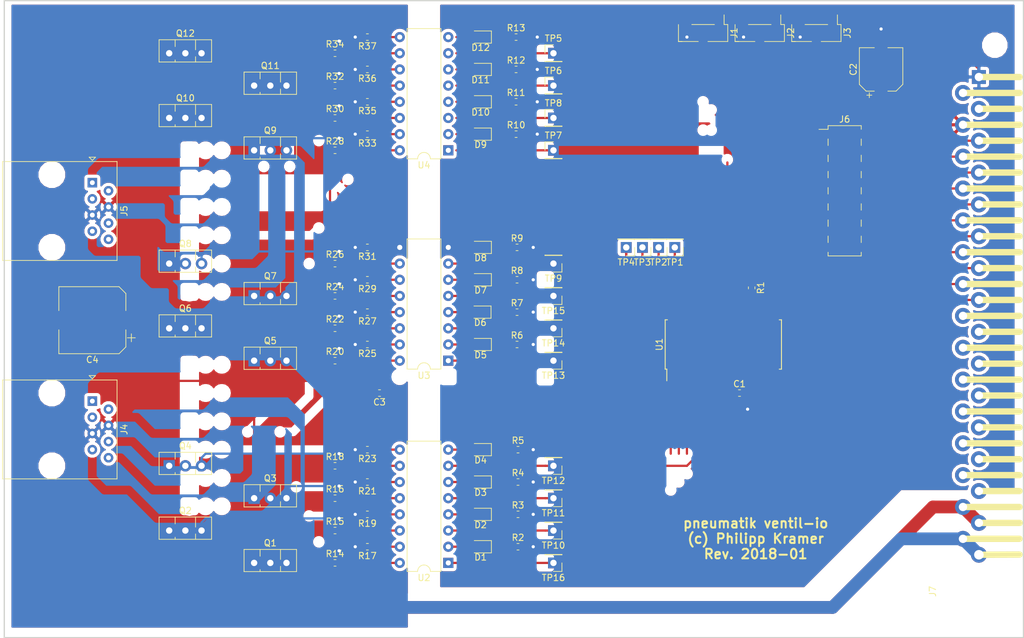
<source format=kicad_pcb>
(kicad_pcb (version 20171130) (host pcbnew 5.0.0)

  (general
    (thickness 1.6)
    (drawings 5)
    (tracks 434)
    (zones 0)
    (modules 92)
    (nets 113)
  )

  (page A4)
  (layers
    (0 F.Cu signal)
    (31 B.Cu signal)
    (32 B.Adhes user hide)
    (33 F.Adhes user hide)
    (34 B.Paste user hide)
    (35 F.Paste user hide)
    (36 B.SilkS user)
    (37 F.SilkS user)
    (38 B.Mask user hide)
    (39 F.Mask user hide)
    (40 Dwgs.User user)
    (41 Cmts.User user hide)
    (42 Eco1.User user hide)
    (43 Eco2.User user hide)
    (44 Edge.Cuts user)
    (45 Margin user hide)
    (46 B.CrtYd user hide)
    (47 F.CrtYd user)
    (48 B.Fab user hide)
    (49 F.Fab user hide)
  )

  (setup
    (last_trace_width 0.35)
    (trace_clearance 0.15)
    (zone_clearance 0.508)
    (zone_45_only no)
    (trace_min 0.2)
    (segment_width 0.2)
    (edge_width 0.2)
    (via_size 0.8)
    (via_drill 0.5)
    (via_min_size 0.4)
    (via_min_drill 0.3)
    (uvia_size 0.3)
    (uvia_drill 0.1)
    (uvias_allowed no)
    (uvia_min_size 0.2)
    (uvia_min_drill 0.1)
    (pcb_text_width 0.3)
    (pcb_text_size 1.5 1.5)
    (mod_edge_width 0.15)
    (mod_text_size 1 1)
    (mod_text_width 0.15)
    (pad_size 1.524 1.524)
    (pad_drill 0.762)
    (pad_to_mask_clearance 0.2)
    (aux_axis_origin 0 0)
    (visible_elements FFFFFF7F)
    (pcbplotparams
      (layerselection 0x010fc_ffffffff)
      (usegerberextensions false)
      (usegerberattributes false)
      (usegerberadvancedattributes false)
      (creategerberjobfile false)
      (excludeedgelayer true)
      (linewidth 0.100000)
      (plotframeref false)
      (viasonmask false)
      (mode 1)
      (useauxorigin false)
      (hpglpennumber 1)
      (hpglpenspeed 20)
      (hpglpendiameter 15.000000)
      (psnegative false)
      (psa4output false)
      (plotreference true)
      (plotvalue true)
      (plotinvisibletext false)
      (padsonsilk false)
      (subtractmaskfromsilk false)
      (outputformat 1)
      (mirror false)
      (drillshape 1)
      (scaleselection 1)
      (outputdirectory ""))
  )

  (net 0 "")
  (net 1 +3V3)
  (net 2 GND)
  (net 3 GNDPWR)
  (net 4 +24V)
  (net 5 "Net-(D1-Pad1)")
  (net 6 "Net-(D1-Pad2)")
  (net 7 "Net-(D2-Pad2)")
  (net 8 "Net-(D2-Pad1)")
  (net 9 "Net-(D3-Pad1)")
  (net 10 "Net-(D3-Pad2)")
  (net 11 "Net-(D4-Pad2)")
  (net 12 "Net-(D4-Pad1)")
  (net 13 "Net-(D5-Pad2)")
  (net 14 "Net-(D5-Pad1)")
  (net 15 "Net-(D6-Pad1)")
  (net 16 "Net-(D6-Pad2)")
  (net 17 "Net-(D7-Pad2)")
  (net 18 "Net-(D7-Pad1)")
  (net 19 "Net-(D8-Pad1)")
  (net 20 "Net-(D8-Pad2)")
  (net 21 "Net-(D9-Pad1)")
  (net 22 "Net-(D9-Pad2)")
  (net 23 "Net-(D10-Pad2)")
  (net 24 "Net-(D10-Pad1)")
  (net 25 "Net-(D11-Pad1)")
  (net 26 "Net-(D11-Pad2)")
  (net 27 "Net-(D12-Pad2)")
  (net 28 "Net-(D12-Pad1)")
  (net 29 "Net-(J1-Pad2)")
  (net 30 "Net-(J2-Pad2)")
  (net 31 "Net-(J3-Pad2)")
  (net 32 "Net-(J4-Pad1)")
  (net 33 "Net-(J4-Pad2)")
  (net 34 "Net-(J4-Pad3)")
  (net 35 "Net-(J4-Pad6)")
  (net 36 "Net-(J4-Pad7)")
  (net 37 "Net-(J4-Pad8)")
  (net 38 "Net-(J5-Pad8)")
  (net 39 "Net-(J5-Pad7)")
  (net 40 "Net-(J5-Pad6)")
  (net 41 "Net-(J5-Pad3)")
  (net 42 "Net-(J5-Pad2)")
  (net 43 "Net-(J5-Pad1)")
  (net 44 MCP_CS)
  (net 45 "Net-(J6-Pad2)")
  (net 46 "Net-(J6-Pad4)")
  (net 47 "Net-(J6-Pad6)")
  (net 48 "Net-(J6-Pad8)")
  (net 49 "Net-(J6-Pad10)")
  (net 50 "Net-(J6-Pad12)")
  (net 51 "Net-(J6-Pad14)")
  (net 52 "Net-(J6-Pad16)")
  (net 53 "Net-(Q1-Pad3)")
  (net 54 "Net-(Q2-Pad3)")
  (net 55 "Net-(Q3-Pad3)")
  (net 56 "Net-(Q4-Pad3)")
  (net 57 "Net-(Q5-Pad3)")
  (net 58 "Net-(Q6-Pad3)")
  (net 59 "Net-(Q7-Pad3)")
  (net 60 "Net-(Q8-Pad3)")
  (net 61 "Net-(Q9-Pad3)")
  (net 62 "Net-(Q10-Pad3)")
  (net 63 "Net-(Q11-Pad3)")
  (net 64 "Net-(Q12-Pad3)")
  (net 65 +5V)
  (net 66 "Net-(R1-Pad2)")
  (net 67 "Net-(R17-Pad1)")
  (net 68 "Net-(R19-Pad1)")
  (net 69 "Net-(R21-Pad1)")
  (net 70 "Net-(R23-Pad1)")
  (net 71 "Net-(R25-Pad1)")
  (net 72 "Net-(R27-Pad1)")
  (net 73 "Net-(R29-Pad1)")
  (net 74 "Net-(R31-Pad1)")
  (net 75 "Net-(R33-Pad1)")
  (net 76 "Net-(R35-Pad1)")
  (net 77 "Net-(R36-Pad1)")
  (net 78 "Net-(R37-Pad1)")
  (net 79 "Net-(TP1-Pad1)")
  (net 80 "Net-(TP2-Pad1)")
  (net 81 "Net-(TP3-Pad1)")
  (net 82 "Net-(TP4-Pad1)")
  (net 83 "Net-(TP5-Pad1)")
  (net 84 "Net-(TP6-Pad1)")
  (net 85 "Net-(TP7-Pad1)")
  (net 86 "Net-(TP8-Pad1)")
  (net 87 "Net-(TP9-Pad1)")
  (net 88 "Net-(TP10-Pad1)")
  (net 89 "Net-(TP11-Pad1)")
  (net 90 "Net-(TP12-Pad1)")
  (net 91 "Net-(TP13-Pad1)")
  (net 92 "Net-(TP14-Pad1)")
  (net 93 "Net-(TP15-Pad1)")
  (net 94 "Net-(TP16-Pad1)")
  (net 95 SCK)
  (net 96 MOSI)
  (net 97 MISO)
  (net 98 "Net-(U1-Pad19)")
  (net 99 "Net-(U1-Pad20)")
  (net 100 "Net-(J7-Pad27)")
  (net 101 "Net-(J7-Pad26)")
  (net 102 "Net-(J7-Pad25)")
  (net 103 "Net-(J7-Pad24)")
  (net 104 "Net-(J7-Pad23)")
  (net 105 "Net-(J7-Pad22)")
  (net 106 "Net-(J7-Pad21)")
  (net 107 "Net-(J7-Pad20)")
  (net 108 "Net-(J7-Pad19)")
  (net 109 "Net-(J7-Pad18)")
  (net 110 "Net-(J7-Pad17)")
  (net 111 "Net-(J7-Pad16)")
  (net 112 +12V)

  (net_class Default "This is the default net class."
    (clearance 0.15)
    (trace_width 0.35)
    (via_dia 0.8)
    (via_drill 0.5)
    (uvia_dia 0.3)
    (uvia_drill 0.1)
    (add_net +12V)
    (add_net +24V)
    (add_net +5V)
    (add_net GNDPWR)
    (add_net MCP_CS)
    (add_net MISO)
    (add_net MOSI)
    (add_net "Net-(D1-Pad1)")
    (add_net "Net-(D1-Pad2)")
    (add_net "Net-(D10-Pad1)")
    (add_net "Net-(D10-Pad2)")
    (add_net "Net-(D11-Pad1)")
    (add_net "Net-(D11-Pad2)")
    (add_net "Net-(D12-Pad1)")
    (add_net "Net-(D12-Pad2)")
    (add_net "Net-(D2-Pad1)")
    (add_net "Net-(D2-Pad2)")
    (add_net "Net-(D3-Pad1)")
    (add_net "Net-(D3-Pad2)")
    (add_net "Net-(D4-Pad1)")
    (add_net "Net-(D4-Pad2)")
    (add_net "Net-(D5-Pad1)")
    (add_net "Net-(D5-Pad2)")
    (add_net "Net-(D6-Pad1)")
    (add_net "Net-(D6-Pad2)")
    (add_net "Net-(D7-Pad1)")
    (add_net "Net-(D7-Pad2)")
    (add_net "Net-(D8-Pad1)")
    (add_net "Net-(D8-Pad2)")
    (add_net "Net-(D9-Pad1)")
    (add_net "Net-(D9-Pad2)")
    (add_net "Net-(J1-Pad2)")
    (add_net "Net-(J2-Pad2)")
    (add_net "Net-(J3-Pad2)")
    (add_net "Net-(J4-Pad1)")
    (add_net "Net-(J4-Pad2)")
    (add_net "Net-(J4-Pad3)")
    (add_net "Net-(J4-Pad6)")
    (add_net "Net-(J4-Pad7)")
    (add_net "Net-(J4-Pad8)")
    (add_net "Net-(J5-Pad1)")
    (add_net "Net-(J5-Pad2)")
    (add_net "Net-(J5-Pad3)")
    (add_net "Net-(J5-Pad6)")
    (add_net "Net-(J5-Pad7)")
    (add_net "Net-(J5-Pad8)")
    (add_net "Net-(J6-Pad10)")
    (add_net "Net-(J6-Pad12)")
    (add_net "Net-(J6-Pad14)")
    (add_net "Net-(J6-Pad16)")
    (add_net "Net-(J6-Pad2)")
    (add_net "Net-(J6-Pad4)")
    (add_net "Net-(J6-Pad6)")
    (add_net "Net-(J6-Pad8)")
    (add_net "Net-(J7-Pad16)")
    (add_net "Net-(J7-Pad17)")
    (add_net "Net-(J7-Pad18)")
    (add_net "Net-(J7-Pad19)")
    (add_net "Net-(J7-Pad20)")
    (add_net "Net-(J7-Pad21)")
    (add_net "Net-(J7-Pad22)")
    (add_net "Net-(J7-Pad23)")
    (add_net "Net-(J7-Pad24)")
    (add_net "Net-(J7-Pad25)")
    (add_net "Net-(J7-Pad26)")
    (add_net "Net-(J7-Pad27)")
    (add_net "Net-(Q1-Pad3)")
    (add_net "Net-(Q10-Pad3)")
    (add_net "Net-(Q11-Pad3)")
    (add_net "Net-(Q12-Pad3)")
    (add_net "Net-(Q2-Pad3)")
    (add_net "Net-(Q3-Pad3)")
    (add_net "Net-(Q4-Pad3)")
    (add_net "Net-(Q5-Pad3)")
    (add_net "Net-(Q6-Pad3)")
    (add_net "Net-(Q7-Pad3)")
    (add_net "Net-(Q8-Pad3)")
    (add_net "Net-(Q9-Pad3)")
    (add_net "Net-(R1-Pad2)")
    (add_net "Net-(R17-Pad1)")
    (add_net "Net-(R19-Pad1)")
    (add_net "Net-(R21-Pad1)")
    (add_net "Net-(R23-Pad1)")
    (add_net "Net-(R25-Pad1)")
    (add_net "Net-(R27-Pad1)")
    (add_net "Net-(R29-Pad1)")
    (add_net "Net-(R31-Pad1)")
    (add_net "Net-(R33-Pad1)")
    (add_net "Net-(R35-Pad1)")
    (add_net "Net-(R36-Pad1)")
    (add_net "Net-(R37-Pad1)")
    (add_net "Net-(TP1-Pad1)")
    (add_net "Net-(TP10-Pad1)")
    (add_net "Net-(TP11-Pad1)")
    (add_net "Net-(TP12-Pad1)")
    (add_net "Net-(TP13-Pad1)")
    (add_net "Net-(TP14-Pad1)")
    (add_net "Net-(TP15-Pad1)")
    (add_net "Net-(TP16-Pad1)")
    (add_net "Net-(TP2-Pad1)")
    (add_net "Net-(TP3-Pad1)")
    (add_net "Net-(TP4-Pad1)")
    (add_net "Net-(TP5-Pad1)")
    (add_net "Net-(TP6-Pad1)")
    (add_net "Net-(TP7-Pad1)")
    (add_net "Net-(TP8-Pad1)")
    (add_net "Net-(TP9-Pad1)")
    (add_net "Net-(U1-Pad19)")
    (add_net "Net-(U1-Pad20)")
    (add_net SCK)
  )

  (net_class "Power 3v3" ""
    (clearance 0.15)
    (trace_width 0.5)
    (via_dia 0.8)
    (via_drill 0.5)
    (uvia_dia 0.3)
    (uvia_drill 0.1)
    (add_net +3V3)
    (add_net GND)
  )

  (module Package_SO:SOIC-28W_7.5x17.9mm_P1.27mm (layer F.Cu) (tedit 5A02F2D3) (tstamp 5BA679D4)
    (at 182.88 93.98 90)
    (descr "28-Lead Plastic Small Outline (SO) - Wide, 7.50 mm Body [SOIC] (see Microchip Packaging Specification 00000049BS.pdf)")
    (tags "SOIC 1.27")
    (path /5B9C3DF9)
    (attr smd)
    (fp_text reference U1 (at 0 -10.05 90) (layer F.SilkS)
      (effects (font (size 1 1) (thickness 0.15)))
    )
    (fp_text value MCP23S17 (at 0 10.05 90) (layer F.Fab)
      (effects (font (size 1 1) (thickness 0.15)))
    )
    (fp_text user %R (at 0 0 90) (layer F.Fab)
      (effects (font (size 1 1) (thickness 0.15)))
    )
    (fp_line (start -2.75 -8.95) (end 3.75 -8.95) (layer F.Fab) (width 0.15))
    (fp_line (start 3.75 -8.95) (end 3.75 8.95) (layer F.Fab) (width 0.15))
    (fp_line (start 3.75 8.95) (end -3.75 8.95) (layer F.Fab) (width 0.15))
    (fp_line (start -3.75 8.95) (end -3.75 -7.95) (layer F.Fab) (width 0.15))
    (fp_line (start -3.75 -7.95) (end -2.75 -8.95) (layer F.Fab) (width 0.15))
    (fp_line (start -5.95 -9.3) (end -5.95 9.3) (layer F.CrtYd) (width 0.05))
    (fp_line (start 5.95 -9.3) (end 5.95 9.3) (layer F.CrtYd) (width 0.05))
    (fp_line (start -5.95 -9.3) (end 5.95 -9.3) (layer F.CrtYd) (width 0.05))
    (fp_line (start -5.95 9.3) (end 5.95 9.3) (layer F.CrtYd) (width 0.05))
    (fp_line (start -3.875 -9.125) (end -3.875 -8.875) (layer F.SilkS) (width 0.15))
    (fp_line (start 3.875 -9.125) (end 3.875 -8.78) (layer F.SilkS) (width 0.15))
    (fp_line (start 3.875 9.125) (end 3.875 8.78) (layer F.SilkS) (width 0.15))
    (fp_line (start -3.875 9.125) (end -3.875 8.78) (layer F.SilkS) (width 0.15))
    (fp_line (start -3.875 -9.125) (end 3.875 -9.125) (layer F.SilkS) (width 0.15))
    (fp_line (start -3.875 9.125) (end 3.875 9.125) (layer F.SilkS) (width 0.15))
    (fp_line (start -3.875 -8.875) (end -5.7 -8.875) (layer F.SilkS) (width 0.15))
    (pad 1 smd rect (at -4.7 -8.255 90) (size 2 0.6) (layers F.Cu F.Paste F.Mask)
      (net 94 "Net-(TP16-Pad1)"))
    (pad 2 smd rect (at -4.7 -6.985 90) (size 2 0.6) (layers F.Cu F.Paste F.Mask)
      (net 88 "Net-(TP10-Pad1)"))
    (pad 3 smd rect (at -4.7 -5.715 90) (size 2 0.6) (layers F.Cu F.Paste F.Mask)
      (net 89 "Net-(TP11-Pad1)"))
    (pad 4 smd rect (at -4.7 -4.445 90) (size 2 0.6) (layers F.Cu F.Paste F.Mask)
      (net 90 "Net-(TP12-Pad1)"))
    (pad 5 smd rect (at -4.7 -3.175 90) (size 2 0.6) (layers F.Cu F.Paste F.Mask)
      (net 91 "Net-(TP13-Pad1)"))
    (pad 6 smd rect (at -4.7 -1.905 90) (size 2 0.6) (layers F.Cu F.Paste F.Mask)
      (net 92 "Net-(TP14-Pad1)"))
    (pad 7 smd rect (at -4.7 -0.635 90) (size 2 0.6) (layers F.Cu F.Paste F.Mask)
      (net 93 "Net-(TP15-Pad1)"))
    (pad 8 smd rect (at -4.7 0.635 90) (size 2 0.6) (layers F.Cu F.Paste F.Mask)
      (net 87 "Net-(TP9-Pad1)"))
    (pad 9 smd rect (at -4.7 1.905 90) (size 2 0.6) (layers F.Cu F.Paste F.Mask)
      (net 1 +3V3))
    (pad 10 smd rect (at -4.7 3.175 90) (size 2 0.6) (layers F.Cu F.Paste F.Mask)
      (net 2 GND))
    (pad 11 smd rect (at -4.7 4.445 90) (size 2 0.6) (layers F.Cu F.Paste F.Mask)
      (net 44 MCP_CS))
    (pad 12 smd rect (at -4.7 5.715 90) (size 2 0.6) (layers F.Cu F.Paste F.Mask)
      (net 95 SCK))
    (pad 13 smd rect (at -4.7 6.985 90) (size 2 0.6) (layers F.Cu F.Paste F.Mask)
      (net 96 MOSI))
    (pad 14 smd rect (at -4.7 8.255 90) (size 2 0.6) (layers F.Cu F.Paste F.Mask)
      (net 97 MISO))
    (pad 15 smd rect (at 4.7 8.255 90) (size 2 0.6) (layers F.Cu F.Paste F.Mask)
      (net 31 "Net-(J3-Pad2)"))
    (pad 16 smd rect (at 4.7 6.985 90) (size 2 0.6) (layers F.Cu F.Paste F.Mask)
      (net 30 "Net-(J2-Pad2)"))
    (pad 17 smd rect (at 4.7 5.715 90) (size 2 0.6) (layers F.Cu F.Paste F.Mask)
      (net 29 "Net-(J1-Pad2)"))
    (pad 18 smd rect (at 4.7 4.445 90) (size 2 0.6) (layers F.Cu F.Paste F.Mask)
      (net 66 "Net-(R1-Pad2)"))
    (pad 19 smd rect (at 4.7 3.175 90) (size 2 0.6) (layers F.Cu F.Paste F.Mask)
      (net 98 "Net-(U1-Pad19)"))
    (pad 20 smd rect (at 4.7 1.905 90) (size 2 0.6) (layers F.Cu F.Paste F.Mask)
      (net 99 "Net-(U1-Pad20)"))
    (pad 21 smd rect (at 4.7 0.635 90) (size 2 0.6) (layers F.Cu F.Paste F.Mask)
      (net 85 "Net-(TP7-Pad1)"))
    (pad 22 smd rect (at 4.7 -0.635 90) (size 2 0.6) (layers F.Cu F.Paste F.Mask)
      (net 86 "Net-(TP8-Pad1)"))
    (pad 23 smd rect (at 4.7 -1.905 90) (size 2 0.6) (layers F.Cu F.Paste F.Mask)
      (net 84 "Net-(TP6-Pad1)"))
    (pad 24 smd rect (at 4.7 -3.175 90) (size 2 0.6) (layers F.Cu F.Paste F.Mask)
      (net 83 "Net-(TP5-Pad1)"))
    (pad 25 smd rect (at 4.7 -4.445 90) (size 2 0.6) (layers F.Cu F.Paste F.Mask)
      (net 79 "Net-(TP1-Pad1)"))
    (pad 26 smd rect (at 4.7 -5.715 90) (size 2 0.6) (layers F.Cu F.Paste F.Mask)
      (net 80 "Net-(TP2-Pad1)"))
    (pad 27 smd rect (at 4.7 -6.985 90) (size 2 0.6) (layers F.Cu F.Paste F.Mask)
      (net 81 "Net-(TP3-Pad1)"))
    (pad 28 smd rect (at 4.7 -8.255 90) (size 2 0.6) (layers F.Cu F.Paste F.Mask)
      (net 82 "Net-(TP4-Pad1)"))
    (model ${KISYS3DMOD}/Package_SO.3dshapes/SOIC-28W_7.5x17.9mm_P1.27mm.wrl
      (at (xyz 0 0 0))
      (scale (xyz 1 1 1))
      (rotate (xyz 0 0 0))
    )
  )

  (module DIN41617:DIN41617_31_short (layer F.Cu) (tedit 5B85C041) (tstamp 5BA674A6)
    (at 221.75 89.49 90)
    (path /5C0C9A4A)
    (fp_text reference J7 (at -43.25 -6 90) (layer F.SilkS)
      (effects (font (size 1 1) (thickness 0.15)))
    )
    (fp_text value Conn_01x31 (at 40 -5.75 90) (layer F.Fab)
      (effects (font (size 1 1) (thickness 0.15)))
    )
    (fp_line (start 35 -1.25) (end 35 7.637659) (layer F.SilkS) (width 1))
    (fp_line (start 30 -1.25) (end 30 7.632978) (layer F.SilkS) (width 1))
    (fp_line (start 25 -1.25) (end 25 7.623112) (layer F.SilkS) (width 1))
    (fp_line (start 20 -1.25) (end 20 7.670728) (layer F.SilkS) (width 1))
    (fp_line (start 15 -1.25) (end 15 7.62879) (layer F.SilkS) (width 1))
    (fp_line (start 10 -1.25) (end 10 7.655555) (layer F.SilkS) (width 1))
    (fp_line (start 5 -1.25) (end 5 7.64877) (layer F.SilkS) (width 1))
    (fp_line (start 0 -1.25) (end 0 7.62) (layer F.SilkS) (width 1))
    (fp_line (start -5 -1.25) (end -5 7.64877) (layer F.SilkS) (width 1))
    (fp_line (start -10 -1.25) (end -10 7.632709) (layer F.SilkS) (width 1))
    (fp_line (start -15 -1.25) (end -15 7.623246) (layer F.SilkS) (width 1))
    (fp_line (start -20 -1.25) (end -20 7.625591) (layer F.SilkS) (width 1))
    (fp_line (start -25 -1.25) (end -25 7.623112) (layer F.SilkS) (width 1))
    (fp_line (start -30 -1.25) (end -30 7.632978) (layer F.SilkS) (width 1))
    (fp_line (start -35 -1.25) (end -35 7.620317) (layer F.SilkS) (width 1))
    (fp_line (start -32.5 1.25) (end -32.5 7.664) (layer F.SilkS) (width 1))
    (fp_line (start -22.5 1.25) (end -22.5 7.625933) (layer F.SilkS) (width 1))
    (fp_line (start -12.5 1.25) (end -12.5 7.623138) (layer F.SilkS) (width 1))
    (fp_line (start -2.5 1.25) (end -2.5 7.647728) (layer F.SilkS) (width 1))
    (fp_line (start 7.5 1.25) (end 7.5 7.62113) (layer F.SilkS) (width 1))
    (fp_line (start 17.5 1.25) (end 17.5 7.62615) (layer F.SilkS) (width 1))
    (fp_line (start 27.5 1.25) (end 27.5 7.635178) (layer F.SilkS) (width 1))
    (fp_line (start 37.5 1.25) (end 37.5 7.648195) (layer F.SilkS) (width 1))
    (fp_line (start 32.5 1.25) (end 32.5 7.621037) (layer F.SilkS) (width 1))
    (fp_line (start 22.5 1.25) (end 22.5 7.625933) (layer F.SilkS) (width 1))
    (fp_line (start 12.5 1.25) (end 12.5 7.634835) (layer F.SilkS) (width 1))
    (fp_line (start 2.5 1.25) (end 2.5 7.620125) (layer F.SilkS) (width 1))
    (fp_line (start -7.5 1.25) (end -7.5 7.640784) (layer F.SilkS) (width 1))
    (fp_line (start -17.5 1.25) (end -17.5 7.62615) (layer F.SilkS) (width 1))
    (fp_line (start -27.5 1.25) (end -27.5 7.622983) (layer F.SilkS) (width 1))
    (fp_line (start -37.5 1.25) (end -37.465 7.62) (layer F.SilkS) (width 1))
    (fp_line (start -45.3 -4.75) (end -45.3 8.25) (layer F.CrtYd) (width 0.15))
    (fp_line (start 45.3 -4.75) (end -45.3 -4.75) (layer F.CrtYd) (width 0.15))
    (fp_line (start 45.3 8.25) (end 45.3 -4.75) (layer F.CrtYd) (width 0.15))
    (fp_line (start -45.3 8.25) (end 45.3 8.25) (layer F.CrtYd) (width 0.15))
    (pad "" np_thru_hole circle (at 42.5 3.75 90) (size 3 3) (drill 3) (layers *.Cu *.Mask))
    (pad "" np_thru_hole circle (at -42.5 3.75 90) (size 3 3) (drill 3) (layers *.Cu *.Mask))
    (pad 1 thru_hole rect (at 37.5 1.25 90) (size 2.2 2.2) (drill 1.31) (layers *.Cu *.Mask)
      (net 2 GND))
    (pad 2 thru_hole circle (at 35 -1.25 90) (size 2.5 2.5) (drill 1.31) (layers *.Cu *.Mask)
      (net 112 +12V))
    (pad 3 thru_hole circle (at 32.5 1.25 90) (size 2.5 2.5) (drill 1.31) (layers *.Cu *.Mask)
      (net 65 +5V))
    (pad 4 thru_hole circle (at 30 -1.25 90) (size 2.5 2.5) (drill 1.31) (layers *.Cu *.Mask)
      (net 1 +3V3))
    (pad 5 thru_hole circle (at 27.5 1.25 90) (size 2.5 2.5) (drill 1.31) (layers *.Cu *.Mask)
      (net 45 "Net-(J6-Pad2)"))
    (pad 6 thru_hole circle (at 25 -1.25 90) (size 2.5 2.5) (drill 1.31) (layers *.Cu *.Mask)
      (net 46 "Net-(J6-Pad4)"))
    (pad 7 thru_hole circle (at 22.5 1.25 90) (size 2.5 2.5) (drill 1.31) (layers *.Cu *.Mask)
      (net 47 "Net-(J6-Pad6)"))
    (pad 8 thru_hole circle (at 20 -1.25 90) (size 2.5 2.5) (drill 1.31) (layers *.Cu *.Mask)
      (net 48 "Net-(J6-Pad8)"))
    (pad 9 thru_hole circle (at 17.5 1.25 90) (size 2.5 2.5) (drill 1.31) (layers *.Cu *.Mask)
      (net 49 "Net-(J6-Pad10)"))
    (pad 10 thru_hole circle (at 15 -1.25 90) (size 2.5 2.5) (drill 1.31) (layers *.Cu *.Mask)
      (net 50 "Net-(J6-Pad12)"))
    (pad 11 thru_hole circle (at 12.5 1.25 90) (size 2.5 2.5) (drill 1.31) (layers *.Cu *.Mask)
      (net 51 "Net-(J6-Pad14)"))
    (pad 12 thru_hole circle (at 10 -1.25 90) (size 2.5 2.5) (drill 1.31) (layers *.Cu *.Mask)
      (net 52 "Net-(J6-Pad16)"))
    (pad 13 thru_hole circle (at 7.5 1.25 90) (size 2.5 2.5) (drill 1.31) (layers *.Cu *.Mask)
      (net 95 SCK))
    (pad 14 thru_hole circle (at 5 -1.25 90) (size 2.5 2.5) (drill 1.31) (layers *.Cu *.Mask)
      (net 96 MOSI))
    (pad 15 thru_hole circle (at 2.5 1.25 90) (size 2.5 2.5) (drill 1.31) (layers *.Cu *.Mask)
      (net 97 MISO))
    (pad 16 thru_hole circle (at 0 -1.25 90) (size 2.5 2.5) (drill 1.31) (layers *.Cu *.Mask)
      (net 111 "Net-(J7-Pad16)"))
    (pad 17 thru_hole circle (at -2.5 1.25 90) (size 2.5 2.5) (drill 1.31) (layers *.Cu *.Mask)
      (net 110 "Net-(J7-Pad17)"))
    (pad 18 thru_hole circle (at -5 -1.25 90) (size 2.5 2.5) (drill 1.31) (layers *.Cu *.Mask)
      (net 109 "Net-(J7-Pad18)"))
    (pad 19 thru_hole circle (at -7.5 1.25 90) (size 2.5 2.5) (drill 1.31) (layers *.Cu *.Mask)
      (net 108 "Net-(J7-Pad19)"))
    (pad 20 thru_hole circle (at -10 -1.25 90) (size 2.5 2.5) (drill 1.31) (layers *.Cu *.Mask)
      (net 107 "Net-(J7-Pad20)"))
    (pad 21 thru_hole circle (at -12.5 1.25 90) (size 2.5 2.5) (drill 1.31) (layers *.Cu *.Mask)
      (net 106 "Net-(J7-Pad21)"))
    (pad 22 thru_hole circle (at -15 -1.25 90) (size 2.5 2.5) (drill 1.31) (layers *.Cu *.Mask)
      (net 105 "Net-(J7-Pad22)"))
    (pad 23 thru_hole circle (at -17.5 1.25 90) (size 2.5 2.5) (drill 1.31) (layers *.Cu *.Mask)
      (net 104 "Net-(J7-Pad23)"))
    (pad 24 thru_hole circle (at -20 -1.25 90) (size 2.5 2.5) (drill 1.31) (layers *.Cu *.Mask)
      (net 103 "Net-(J7-Pad24)"))
    (pad 25 thru_hole circle (at -22.5 1.25 90) (size 2.5 2.5) (drill 1.31) (layers *.Cu *.Mask)
      (net 102 "Net-(J7-Pad25)"))
    (pad 26 thru_hole circle (at -25 -1.25 90) (size 2.5 2.5) (drill 1.31) (layers *.Cu *.Mask)
      (net 101 "Net-(J7-Pad26)"))
    (pad 27 thru_hole circle (at -27.5 1.25 90) (size 2.5 2.5) (drill 1.31) (layers *.Cu *.Mask)
      (net 100 "Net-(J7-Pad27)"))
    (pad 28 thru_hole circle (at -30 -1.25 90) (size 2.5 2.5) (drill 1.31) (layers *.Cu *.Mask)
      (net 4 +24V))
    (pad 29 thru_hole circle (at -32.5 1.25 90) (size 2.5 2.5) (drill 1.31) (layers *.Cu *.Mask)
      (net 4 +24V))
    (pad 30 thru_hole circle (at -35 -1.25 90) (size 2.5 2.5) (drill 1.31) (layers *.Cu *.Mask)
      (net 3 GNDPWR))
    (pad 31 thru_hole circle (at -37.5 1.25 90) (size 2.5 2.5) (drill 1.5) (layers *.Cu *.Mask)
      (net 3 GNDPWR))
  )

  (module Resistor_SMD:R_0603_1608Metric (layer F.Cu) (tedit 5B301BBD) (tstamp 5BA675EF)
    (at 187.325 85.09 270)
    (descr "Resistor SMD 0603 (1608 Metric), square (rectangular) end terminal, IPC_7351 nominal, (Body size source: http://www.tortai-tech.com/upload/download/2011102023233369053.pdf), generated with kicad-footprint-generator")
    (tags resistor)
    (path /5BFDF8F4)
    (attr smd)
    (fp_text reference R1 (at 0 -1.43 270) (layer F.SilkS)
      (effects (font (size 1 1) (thickness 0.15)))
    )
    (fp_text value 10k (at 0 1.43 270) (layer F.Fab)
      (effects (font (size 1 1) (thickness 0.15)))
    )
    (fp_line (start -0.8 0.4) (end -0.8 -0.4) (layer F.Fab) (width 0.1))
    (fp_line (start -0.8 -0.4) (end 0.8 -0.4) (layer F.Fab) (width 0.1))
    (fp_line (start 0.8 -0.4) (end 0.8 0.4) (layer F.Fab) (width 0.1))
    (fp_line (start 0.8 0.4) (end -0.8 0.4) (layer F.Fab) (width 0.1))
    (fp_line (start -0.162779 -0.51) (end 0.162779 -0.51) (layer F.SilkS) (width 0.12))
    (fp_line (start -0.162779 0.51) (end 0.162779 0.51) (layer F.SilkS) (width 0.12))
    (fp_line (start -1.48 0.73) (end -1.48 -0.73) (layer F.CrtYd) (width 0.05))
    (fp_line (start -1.48 -0.73) (end 1.48 -0.73) (layer F.CrtYd) (width 0.05))
    (fp_line (start 1.48 -0.73) (end 1.48 0.73) (layer F.CrtYd) (width 0.05))
    (fp_line (start 1.48 0.73) (end -1.48 0.73) (layer F.CrtYd) (width 0.05))
    (fp_text user %R (at 0 0 270) (layer F.Fab)
      (effects (font (size 0.4 0.4) (thickness 0.06)))
    )
    (pad 1 smd roundrect (at -0.7875 0 270) (size 0.875 0.95) (layers F.Cu F.Paste F.Mask) (roundrect_rratio 0.25)
      (net 1 +3V3))
    (pad 2 smd roundrect (at 0.7875 0 270) (size 0.875 0.95) (layers F.Cu F.Paste F.Mask) (roundrect_rratio 0.25)
      (net 66 "Net-(R1-Pad2)"))
    (model ${KISYS3DMOD}/Resistor_SMD.3dshapes/R_0603_1608Metric.wrl
      (at (xyz 0 0 0))
      (scale (xyz 1 1 1))
      (rotate (xyz 0 0 0))
    )
  )

  (module Capacitor_SMD:C_0603_1608Metric (layer F.Cu) (tedit 5B301BBE) (tstamp 5BA67212)
    (at 185.42 101.6)
    (descr "Capacitor SMD 0603 (1608 Metric), square (rectangular) end terminal, IPC_7351 nominal, (Body size source: http://www.tortai-tech.com/upload/download/2011102023233369053.pdf), generated with kicad-footprint-generator")
    (tags capacitor)
    (path /5CA079CD)
    (attr smd)
    (fp_text reference C1 (at 0 -1.43) (layer F.SilkS)
      (effects (font (size 1 1) (thickness 0.15)))
    )
    (fp_text value 100nF (at 0 1.43) (layer F.Fab)
      (effects (font (size 1 1) (thickness 0.15)))
    )
    (fp_line (start -0.8 0.4) (end -0.8 -0.4) (layer F.Fab) (width 0.1))
    (fp_line (start -0.8 -0.4) (end 0.8 -0.4) (layer F.Fab) (width 0.1))
    (fp_line (start 0.8 -0.4) (end 0.8 0.4) (layer F.Fab) (width 0.1))
    (fp_line (start 0.8 0.4) (end -0.8 0.4) (layer F.Fab) (width 0.1))
    (fp_line (start -0.162779 -0.51) (end 0.162779 -0.51) (layer F.SilkS) (width 0.12))
    (fp_line (start -0.162779 0.51) (end 0.162779 0.51) (layer F.SilkS) (width 0.12))
    (fp_line (start -1.48 0.73) (end -1.48 -0.73) (layer F.CrtYd) (width 0.05))
    (fp_line (start -1.48 -0.73) (end 1.48 -0.73) (layer F.CrtYd) (width 0.05))
    (fp_line (start 1.48 -0.73) (end 1.48 0.73) (layer F.CrtYd) (width 0.05))
    (fp_line (start 1.48 0.73) (end -1.48 0.73) (layer F.CrtYd) (width 0.05))
    (fp_text user %R (at 0 0) (layer F.Fab)
      (effects (font (size 0.4 0.4) (thickness 0.06)))
    )
    (pad 1 smd roundrect (at -0.7875 0) (size 0.875 0.95) (layers F.Cu F.Paste F.Mask) (roundrect_rratio 0.25)
      (net 1 +3V3))
    (pad 2 smd roundrect (at 0.7875 0) (size 0.875 0.95) (layers F.Cu F.Paste F.Mask) (roundrect_rratio 0.25)
      (net 2 GND))
    (model ${KISYS3DMOD}/Capacitor_SMD.3dshapes/C_0603_1608Metric.wrl
      (at (xyz 0 0 0))
      (scale (xyz 1 1 1))
      (rotate (xyz 0 0 0))
    )
  )

  (module Capacitor_SMD:CP_Elec_6.3x5.2 (layer F.Cu) (tedit 5B3026A2) (tstamp 5BA6723A)
    (at 207.645 50.8 90)
    (descr "SMT capacitor, aluminium electrolytic, 6.3x5.2, United Chemi-Con ")
    (tags "Capacitor Electrolytic")
    (path /5CA07BF6)
    (attr smd)
    (fp_text reference C2 (at 0 -4.35 90) (layer F.SilkS)
      (effects (font (size 1 1) (thickness 0.15)))
    )
    (fp_text value 100µF (at 0 4.35 90) (layer F.Fab)
      (effects (font (size 1 1) (thickness 0.15)))
    )
    (fp_circle (center 0 0) (end 3.15 0) (layer F.Fab) (width 0.1))
    (fp_line (start 3.3 -3.3) (end 3.3 3.3) (layer F.Fab) (width 0.1))
    (fp_line (start -2.3 -3.3) (end 3.3 -3.3) (layer F.Fab) (width 0.1))
    (fp_line (start -2.3 3.3) (end 3.3 3.3) (layer F.Fab) (width 0.1))
    (fp_line (start -3.3 -2.3) (end -3.3 2.3) (layer F.Fab) (width 0.1))
    (fp_line (start -3.3 -2.3) (end -2.3 -3.3) (layer F.Fab) (width 0.1))
    (fp_line (start -3.3 2.3) (end -2.3 3.3) (layer F.Fab) (width 0.1))
    (fp_line (start -2.704838 -1.33) (end -2.074838 -1.33) (layer F.Fab) (width 0.1))
    (fp_line (start -2.389838 -1.645) (end -2.389838 -1.015) (layer F.Fab) (width 0.1))
    (fp_line (start 3.41 3.41) (end 3.41 1.06) (layer F.SilkS) (width 0.12))
    (fp_line (start 3.41 -3.41) (end 3.41 -1.06) (layer F.SilkS) (width 0.12))
    (fp_line (start -2.345563 -3.41) (end 3.41 -3.41) (layer F.SilkS) (width 0.12))
    (fp_line (start -2.345563 3.41) (end 3.41 3.41) (layer F.SilkS) (width 0.12))
    (fp_line (start -3.41 2.345563) (end -3.41 1.06) (layer F.SilkS) (width 0.12))
    (fp_line (start -3.41 -2.345563) (end -3.41 -1.06) (layer F.SilkS) (width 0.12))
    (fp_line (start -3.41 -2.345563) (end -2.345563 -3.41) (layer F.SilkS) (width 0.12))
    (fp_line (start -3.41 2.345563) (end -2.345563 3.41) (layer F.SilkS) (width 0.12))
    (fp_line (start -4.4375 -1.8475) (end -3.65 -1.8475) (layer F.SilkS) (width 0.12))
    (fp_line (start -4.04375 -2.24125) (end -4.04375 -1.45375) (layer F.SilkS) (width 0.12))
    (fp_line (start 3.55 -3.55) (end 3.55 -1.05) (layer F.CrtYd) (width 0.05))
    (fp_line (start 3.55 -1.05) (end 4.8 -1.05) (layer F.CrtYd) (width 0.05))
    (fp_line (start 4.8 -1.05) (end 4.8 1.05) (layer F.CrtYd) (width 0.05))
    (fp_line (start 4.8 1.05) (end 3.55 1.05) (layer F.CrtYd) (width 0.05))
    (fp_line (start 3.55 1.05) (end 3.55 3.55) (layer F.CrtYd) (width 0.05))
    (fp_line (start -2.4 3.55) (end 3.55 3.55) (layer F.CrtYd) (width 0.05))
    (fp_line (start -2.4 -3.55) (end 3.55 -3.55) (layer F.CrtYd) (width 0.05))
    (fp_line (start -3.55 2.4) (end -2.4 3.55) (layer F.CrtYd) (width 0.05))
    (fp_line (start -3.55 -2.4) (end -2.4 -3.55) (layer F.CrtYd) (width 0.05))
    (fp_line (start -3.55 -2.4) (end -3.55 -1.05) (layer F.CrtYd) (width 0.05))
    (fp_line (start -3.55 1.05) (end -3.55 2.4) (layer F.CrtYd) (width 0.05))
    (fp_line (start -3.55 -1.05) (end -4.8 -1.05) (layer F.CrtYd) (width 0.05))
    (fp_line (start -4.8 -1.05) (end -4.8 1.05) (layer F.CrtYd) (width 0.05))
    (fp_line (start -4.8 1.05) (end -3.55 1.05) (layer F.CrtYd) (width 0.05))
    (fp_text user %R (at 0 0 90) (layer F.Fab)
      (effects (font (size 1 1) (thickness 0.15)))
    )
    (pad 1 smd rect (at -2.8 0 90) (size 3.5 1.6) (layers F.Cu F.Paste F.Mask)
      (net 1 +3V3))
    (pad 2 smd rect (at 2.8 0 90) (size 3.5 1.6) (layers F.Cu F.Paste F.Mask)
      (net 2 GND))
    (model ${KISYS3DMOD}/Capacitor_SMD.3dshapes/CP_Elec_6.3x5.2.wrl
      (at (xyz 0 0 0))
      (scale (xyz 1 1 1))
      (rotate (xyz 0 0 0))
    )
  )

  (module Capacitor_SMD:C_0603_1608Metric (layer F.Cu) (tedit 5B301BBE) (tstamp 5BA6724B)
    (at 128.905 101.6 180)
    (descr "Capacitor SMD 0603 (1608 Metric), square (rectangular) end terminal, IPC_7351 nominal, (Body size source: http://www.tortai-tech.com/upload/download/2011102023233369053.pdf), generated with kicad-footprint-generator")
    (tags capacitor)
    (path /5C0C7E69)
    (attr smd)
    (fp_text reference C3 (at 0 -1.43 180) (layer F.SilkS)
      (effects (font (size 1 1) (thickness 0.15)))
    )
    (fp_text value 100nF (at 0 1.43 180) (layer F.Fab)
      (effects (font (size 1 1) (thickness 0.15)))
    )
    (fp_text user %R (at 0 0 180) (layer F.Fab)
      (effects (font (size 0.4 0.4) (thickness 0.06)))
    )
    (fp_line (start 1.48 0.73) (end -1.48 0.73) (layer F.CrtYd) (width 0.05))
    (fp_line (start 1.48 -0.73) (end 1.48 0.73) (layer F.CrtYd) (width 0.05))
    (fp_line (start -1.48 -0.73) (end 1.48 -0.73) (layer F.CrtYd) (width 0.05))
    (fp_line (start -1.48 0.73) (end -1.48 -0.73) (layer F.CrtYd) (width 0.05))
    (fp_line (start -0.162779 0.51) (end 0.162779 0.51) (layer F.SilkS) (width 0.12))
    (fp_line (start -0.162779 -0.51) (end 0.162779 -0.51) (layer F.SilkS) (width 0.12))
    (fp_line (start 0.8 0.4) (end -0.8 0.4) (layer F.Fab) (width 0.1))
    (fp_line (start 0.8 -0.4) (end 0.8 0.4) (layer F.Fab) (width 0.1))
    (fp_line (start -0.8 -0.4) (end 0.8 -0.4) (layer F.Fab) (width 0.1))
    (fp_line (start -0.8 0.4) (end -0.8 -0.4) (layer F.Fab) (width 0.1))
    (pad 2 smd roundrect (at 0.7875 0 180) (size 0.875 0.95) (layers F.Cu F.Paste F.Mask) (roundrect_rratio 0.25)
      (net 3 GNDPWR))
    (pad 1 smd roundrect (at -0.7875 0 180) (size 0.875 0.95) (layers F.Cu F.Paste F.Mask) (roundrect_rratio 0.25)
      (net 4 +24V))
    (model ${KISYS3DMOD}/Capacitor_SMD.3dshapes/C_0603_1608Metric.wrl
      (at (xyz 0 0 0))
      (scale (xyz 1 1 1))
      (rotate (xyz 0 0 0))
    )
  )

  (module Capacitor_SMD:CP_Elec_10x10 (layer F.Cu) (tedit 5A841F9D) (tstamp 5BA67273)
    (at 83.82 90.17 180)
    (descr "SMT capacitor, aluminium electrolytic, 10x10, Nichicon ")
    (tags "Capacitor Electrolytic")
    (path /5C0C76F7)
    (attr smd)
    (fp_text reference C4 (at 0 -6.2 180) (layer F.SilkS)
      (effects (font (size 1 1) (thickness 0.15)))
    )
    (fp_text value 100µF (at 0 6.2 180) (layer F.Fab)
      (effects (font (size 1 1) (thickness 0.15)))
    )
    (fp_circle (center 0 0) (end 5 0) (layer F.Fab) (width 0.1))
    (fp_line (start 5.15 -5.15) (end 5.15 5.15) (layer F.Fab) (width 0.1))
    (fp_line (start -4.15 -5.15) (end 5.15 -5.15) (layer F.Fab) (width 0.1))
    (fp_line (start -4.15 5.15) (end 5.15 5.15) (layer F.Fab) (width 0.1))
    (fp_line (start -5.15 -4.15) (end -5.15 4.15) (layer F.Fab) (width 0.1))
    (fp_line (start -5.15 -4.15) (end -4.15 -5.15) (layer F.Fab) (width 0.1))
    (fp_line (start -5.15 4.15) (end -4.15 5.15) (layer F.Fab) (width 0.1))
    (fp_line (start -4.558325 -1.7) (end -3.558325 -1.7) (layer F.Fab) (width 0.1))
    (fp_line (start -4.058325 -2.2) (end -4.058325 -1.2) (layer F.Fab) (width 0.1))
    (fp_line (start 5.26 5.26) (end 5.26 1.51) (layer F.SilkS) (width 0.12))
    (fp_line (start 5.26 -5.26) (end 5.26 -1.51) (layer F.SilkS) (width 0.12))
    (fp_line (start -4.195563 -5.26) (end 5.26 -5.26) (layer F.SilkS) (width 0.12))
    (fp_line (start -4.195563 5.26) (end 5.26 5.26) (layer F.SilkS) (width 0.12))
    (fp_line (start -5.26 4.195563) (end -5.26 1.51) (layer F.SilkS) (width 0.12))
    (fp_line (start -5.26 -4.195563) (end -5.26 -1.51) (layer F.SilkS) (width 0.12))
    (fp_line (start -5.26 -4.195563) (end -4.195563 -5.26) (layer F.SilkS) (width 0.12))
    (fp_line (start -5.26 4.195563) (end -4.195563 5.26) (layer F.SilkS) (width 0.12))
    (fp_line (start -6.75 -2.76) (end -5.5 -2.76) (layer F.SilkS) (width 0.12))
    (fp_line (start -6.125 -3.385) (end -6.125 -2.135) (layer F.SilkS) (width 0.12))
    (fp_line (start 5.4 -5.4) (end 5.4 -1.5) (layer F.CrtYd) (width 0.05))
    (fp_line (start 5.4 -1.5) (end 6.25 -1.5) (layer F.CrtYd) (width 0.05))
    (fp_line (start 6.25 -1.5) (end 6.25 1.5) (layer F.CrtYd) (width 0.05))
    (fp_line (start 6.25 1.5) (end 5.4 1.5) (layer F.CrtYd) (width 0.05))
    (fp_line (start 5.4 1.5) (end 5.4 5.4) (layer F.CrtYd) (width 0.05))
    (fp_line (start -4.25 5.4) (end 5.4 5.4) (layer F.CrtYd) (width 0.05))
    (fp_line (start -4.25 -5.4) (end 5.4 -5.4) (layer F.CrtYd) (width 0.05))
    (fp_line (start -5.4 4.25) (end -4.25 5.4) (layer F.CrtYd) (width 0.05))
    (fp_line (start -5.4 -4.25) (end -4.25 -5.4) (layer F.CrtYd) (width 0.05))
    (fp_line (start -5.4 -4.25) (end -5.4 -1.5) (layer F.CrtYd) (width 0.05))
    (fp_line (start -5.4 1.5) (end -5.4 4.25) (layer F.CrtYd) (width 0.05))
    (fp_line (start -5.4 -1.5) (end -6.25 -1.5) (layer F.CrtYd) (width 0.05))
    (fp_line (start -6.25 -1.5) (end -6.25 1.5) (layer F.CrtYd) (width 0.05))
    (fp_line (start -6.25 1.5) (end -5.4 1.5) (layer F.CrtYd) (width 0.05))
    (fp_text user %R (at 0 0 180) (layer F.Fab)
      (effects (font (size 1 1) (thickness 0.15)))
    )
    (pad 1 smd rect (at -4 0 180) (size 4 2.5) (layers F.Cu F.Paste F.Mask)
      (net 4 +24V))
    (pad 2 smd rect (at 4 0 180) (size 4 2.5) (layers F.Cu F.Paste F.Mask)
      (net 3 GNDPWR))
    (model ${KISYS3DMOD}/Capacitor_SMD.3dshapes/CP_Elec_10x10.wrl
      (at (xyz 0 0 0))
      (scale (xyz 1 1 1))
      (rotate (xyz 0 0 0))
    )
  )

  (module LED_SMD:LED_0805_2012Metric (layer F.Cu) (tedit 5B36C52C) (tstamp 5BA67286)
    (at 144.78 125.73 180)
    (descr "LED SMD 0805 (2012 Metric), square (rectangular) end terminal, IPC_7351 nominal, (Body size source: https://docs.google.com/spreadsheets/d/1BsfQQcO9C6DZCsRaXUlFlo91Tg2WpOkGARC1WS5S8t0/edit?usp=sharing), generated with kicad-footprint-generator")
    (tags diode)
    (path /5B98D69F)
    (attr smd)
    (fp_text reference D1 (at 0 -1.65 180) (layer F.SilkS)
      (effects (font (size 1 1) (thickness 0.15)))
    )
    (fp_text value LED (at 0 1.65 180) (layer F.Fab)
      (effects (font (size 1 1) (thickness 0.15)))
    )
    (fp_line (start 1 -0.6) (end -0.7 -0.6) (layer F.Fab) (width 0.1))
    (fp_line (start -0.7 -0.6) (end -1 -0.3) (layer F.Fab) (width 0.1))
    (fp_line (start -1 -0.3) (end -1 0.6) (layer F.Fab) (width 0.1))
    (fp_line (start -1 0.6) (end 1 0.6) (layer F.Fab) (width 0.1))
    (fp_line (start 1 0.6) (end 1 -0.6) (layer F.Fab) (width 0.1))
    (fp_line (start 1 -0.96) (end -1.685 -0.96) (layer F.SilkS) (width 0.12))
    (fp_line (start -1.685 -0.96) (end -1.685 0.96) (layer F.SilkS) (width 0.12))
    (fp_line (start -1.685 0.96) (end 1 0.96) (layer F.SilkS) (width 0.12))
    (fp_line (start -1.68 0.95) (end -1.68 -0.95) (layer F.CrtYd) (width 0.05))
    (fp_line (start -1.68 -0.95) (end 1.68 -0.95) (layer F.CrtYd) (width 0.05))
    (fp_line (start 1.68 -0.95) (end 1.68 0.95) (layer F.CrtYd) (width 0.05))
    (fp_line (start 1.68 0.95) (end -1.68 0.95) (layer F.CrtYd) (width 0.05))
    (fp_text user %R (at 0 0 180) (layer F.Fab)
      (effects (font (size 0.5 0.5) (thickness 0.08)))
    )
    (pad 1 smd roundrect (at -0.9375 0 180) (size 0.975 1.4) (layers F.Cu F.Paste F.Mask) (roundrect_rratio 0.25)
      (net 5 "Net-(D1-Pad1)"))
    (pad 2 smd roundrect (at 0.9375 0 180) (size 0.975 1.4) (layers F.Cu F.Paste F.Mask) (roundrect_rratio 0.25)
      (net 6 "Net-(D1-Pad2)"))
    (model ${KISYS3DMOD}/LED_SMD.3dshapes/LED_0805_2012Metric.wrl
      (at (xyz 0 0 0))
      (scale (xyz 1 1 1))
      (rotate (xyz 0 0 0))
    )
  )

  (module LED_SMD:LED_0805_2012Metric (layer F.Cu) (tedit 5B36C52C) (tstamp 5BA67299)
    (at 144.78 120.65 180)
    (descr "LED SMD 0805 (2012 Metric), square (rectangular) end terminal, IPC_7351 nominal, (Body size source: https://docs.google.com/spreadsheets/d/1BsfQQcO9C6DZCsRaXUlFlo91Tg2WpOkGARC1WS5S8t0/edit?usp=sharing), generated with kicad-footprint-generator")
    (tags diode)
    (path /5B98D6A5)
    (attr smd)
    (fp_text reference D2 (at 0 -1.65 180) (layer F.SilkS)
      (effects (font (size 1 1) (thickness 0.15)))
    )
    (fp_text value LED (at 0 1.65 180) (layer F.Fab)
      (effects (font (size 1 1) (thickness 0.15)))
    )
    (fp_text user %R (at 0 0 180) (layer F.Fab)
      (effects (font (size 0.5 0.5) (thickness 0.08)))
    )
    (fp_line (start 1.68 0.95) (end -1.68 0.95) (layer F.CrtYd) (width 0.05))
    (fp_line (start 1.68 -0.95) (end 1.68 0.95) (layer F.CrtYd) (width 0.05))
    (fp_line (start -1.68 -0.95) (end 1.68 -0.95) (layer F.CrtYd) (width 0.05))
    (fp_line (start -1.68 0.95) (end -1.68 -0.95) (layer F.CrtYd) (width 0.05))
    (fp_line (start -1.685 0.96) (end 1 0.96) (layer F.SilkS) (width 0.12))
    (fp_line (start -1.685 -0.96) (end -1.685 0.96) (layer F.SilkS) (width 0.12))
    (fp_line (start 1 -0.96) (end -1.685 -0.96) (layer F.SilkS) (width 0.12))
    (fp_line (start 1 0.6) (end 1 -0.6) (layer F.Fab) (width 0.1))
    (fp_line (start -1 0.6) (end 1 0.6) (layer F.Fab) (width 0.1))
    (fp_line (start -1 -0.3) (end -1 0.6) (layer F.Fab) (width 0.1))
    (fp_line (start -0.7 -0.6) (end -1 -0.3) (layer F.Fab) (width 0.1))
    (fp_line (start 1 -0.6) (end -0.7 -0.6) (layer F.Fab) (width 0.1))
    (pad 2 smd roundrect (at 0.9375 0 180) (size 0.975 1.4) (layers F.Cu F.Paste F.Mask) (roundrect_rratio 0.25)
      (net 7 "Net-(D2-Pad2)"))
    (pad 1 smd roundrect (at -0.9375 0 180) (size 0.975 1.4) (layers F.Cu F.Paste F.Mask) (roundrect_rratio 0.25)
      (net 8 "Net-(D2-Pad1)"))
    (model ${KISYS3DMOD}/LED_SMD.3dshapes/LED_0805_2012Metric.wrl
      (at (xyz 0 0 0))
      (scale (xyz 1 1 1))
      (rotate (xyz 0 0 0))
    )
  )

  (module LED_SMD:LED_0805_2012Metric (layer F.Cu) (tedit 5B36C52C) (tstamp 5BA672AC)
    (at 144.78 115.57 180)
    (descr "LED SMD 0805 (2012 Metric), square (rectangular) end terminal, IPC_7351 nominal, (Body size source: https://docs.google.com/spreadsheets/d/1BsfQQcO9C6DZCsRaXUlFlo91Tg2WpOkGARC1WS5S8t0/edit?usp=sharing), generated with kicad-footprint-generator")
    (tags diode)
    (path /5B98D6AB)
    (attr smd)
    (fp_text reference D3 (at 0 -1.65 180) (layer F.SilkS)
      (effects (font (size 1 1) (thickness 0.15)))
    )
    (fp_text value LED (at 0 1.65 180) (layer F.Fab)
      (effects (font (size 1 1) (thickness 0.15)))
    )
    (fp_line (start 1 -0.6) (end -0.7 -0.6) (layer F.Fab) (width 0.1))
    (fp_line (start -0.7 -0.6) (end -1 -0.3) (layer F.Fab) (width 0.1))
    (fp_line (start -1 -0.3) (end -1 0.6) (layer F.Fab) (width 0.1))
    (fp_line (start -1 0.6) (end 1 0.6) (layer F.Fab) (width 0.1))
    (fp_line (start 1 0.6) (end 1 -0.6) (layer F.Fab) (width 0.1))
    (fp_line (start 1 -0.96) (end -1.685 -0.96) (layer F.SilkS) (width 0.12))
    (fp_line (start -1.685 -0.96) (end -1.685 0.96) (layer F.SilkS) (width 0.12))
    (fp_line (start -1.685 0.96) (end 1 0.96) (layer F.SilkS) (width 0.12))
    (fp_line (start -1.68 0.95) (end -1.68 -0.95) (layer F.CrtYd) (width 0.05))
    (fp_line (start -1.68 -0.95) (end 1.68 -0.95) (layer F.CrtYd) (width 0.05))
    (fp_line (start 1.68 -0.95) (end 1.68 0.95) (layer F.CrtYd) (width 0.05))
    (fp_line (start 1.68 0.95) (end -1.68 0.95) (layer F.CrtYd) (width 0.05))
    (fp_text user %R (at 0 0 180) (layer F.Fab)
      (effects (font (size 0.5 0.5) (thickness 0.08)))
    )
    (pad 1 smd roundrect (at -0.9375 0 180) (size 0.975 1.4) (layers F.Cu F.Paste F.Mask) (roundrect_rratio 0.25)
      (net 9 "Net-(D3-Pad1)"))
    (pad 2 smd roundrect (at 0.9375 0 180) (size 0.975 1.4) (layers F.Cu F.Paste F.Mask) (roundrect_rratio 0.25)
      (net 10 "Net-(D3-Pad2)"))
    (model ${KISYS3DMOD}/LED_SMD.3dshapes/LED_0805_2012Metric.wrl
      (at (xyz 0 0 0))
      (scale (xyz 1 1 1))
      (rotate (xyz 0 0 0))
    )
  )

  (module LED_SMD:LED_0805_2012Metric (layer F.Cu) (tedit 5B36C52C) (tstamp 5BA672BF)
    (at 144.78 110.49 180)
    (descr "LED SMD 0805 (2012 Metric), square (rectangular) end terminal, IPC_7351 nominal, (Body size source: https://docs.google.com/spreadsheets/d/1BsfQQcO9C6DZCsRaXUlFlo91Tg2WpOkGARC1WS5S8t0/edit?usp=sharing), generated with kicad-footprint-generator")
    (tags diode)
    (path /5B98D6B1)
    (attr smd)
    (fp_text reference D4 (at 0 -1.65 180) (layer F.SilkS)
      (effects (font (size 1 1) (thickness 0.15)))
    )
    (fp_text value LED (at 0 1.65 180) (layer F.Fab)
      (effects (font (size 1 1) (thickness 0.15)))
    )
    (fp_text user %R (at 0 0 180) (layer F.Fab)
      (effects (font (size 0.5 0.5) (thickness 0.08)))
    )
    (fp_line (start 1.68 0.95) (end -1.68 0.95) (layer F.CrtYd) (width 0.05))
    (fp_line (start 1.68 -0.95) (end 1.68 0.95) (layer F.CrtYd) (width 0.05))
    (fp_line (start -1.68 -0.95) (end 1.68 -0.95) (layer F.CrtYd) (width 0.05))
    (fp_line (start -1.68 0.95) (end -1.68 -0.95) (layer F.CrtYd) (width 0.05))
    (fp_line (start -1.685 0.96) (end 1 0.96) (layer F.SilkS) (width 0.12))
    (fp_line (start -1.685 -0.96) (end -1.685 0.96) (layer F.SilkS) (width 0.12))
    (fp_line (start 1 -0.96) (end -1.685 -0.96) (layer F.SilkS) (width 0.12))
    (fp_line (start 1 0.6) (end 1 -0.6) (layer F.Fab) (width 0.1))
    (fp_line (start -1 0.6) (end 1 0.6) (layer F.Fab) (width 0.1))
    (fp_line (start -1 -0.3) (end -1 0.6) (layer F.Fab) (width 0.1))
    (fp_line (start -0.7 -0.6) (end -1 -0.3) (layer F.Fab) (width 0.1))
    (fp_line (start 1 -0.6) (end -0.7 -0.6) (layer F.Fab) (width 0.1))
    (pad 2 smd roundrect (at 0.9375 0 180) (size 0.975 1.4) (layers F.Cu F.Paste F.Mask) (roundrect_rratio 0.25)
      (net 11 "Net-(D4-Pad2)"))
    (pad 1 smd roundrect (at -0.9375 0 180) (size 0.975 1.4) (layers F.Cu F.Paste F.Mask) (roundrect_rratio 0.25)
      (net 12 "Net-(D4-Pad1)"))
    (model ${KISYS3DMOD}/LED_SMD.3dshapes/LED_0805_2012Metric.wrl
      (at (xyz 0 0 0))
      (scale (xyz 1 1 1))
      (rotate (xyz 0 0 0))
    )
  )

  (module LED_SMD:LED_0805_2012Metric (layer F.Cu) (tedit 5B36C52C) (tstamp 5BA672D2)
    (at 144.78 93.98 180)
    (descr "LED SMD 0805 (2012 Metric), square (rectangular) end terminal, IPC_7351 nominal, (Body size source: https://docs.google.com/spreadsheets/d/1BsfQQcO9C6DZCsRaXUlFlo91Tg2WpOkGARC1WS5S8t0/edit?usp=sharing), generated with kicad-footprint-generator")
    (tags diode)
    (path /5B9871BF)
    (attr smd)
    (fp_text reference D5 (at 0 -1.65 180) (layer F.SilkS)
      (effects (font (size 1 1) (thickness 0.15)))
    )
    (fp_text value LED (at 0 1.65 180) (layer F.Fab)
      (effects (font (size 1 1) (thickness 0.15)))
    )
    (fp_text user %R (at 0 0 180) (layer F.Fab)
      (effects (font (size 0.5 0.5) (thickness 0.08)))
    )
    (fp_line (start 1.68 0.95) (end -1.68 0.95) (layer F.CrtYd) (width 0.05))
    (fp_line (start 1.68 -0.95) (end 1.68 0.95) (layer F.CrtYd) (width 0.05))
    (fp_line (start -1.68 -0.95) (end 1.68 -0.95) (layer F.CrtYd) (width 0.05))
    (fp_line (start -1.68 0.95) (end -1.68 -0.95) (layer F.CrtYd) (width 0.05))
    (fp_line (start -1.685 0.96) (end 1 0.96) (layer F.SilkS) (width 0.12))
    (fp_line (start -1.685 -0.96) (end -1.685 0.96) (layer F.SilkS) (width 0.12))
    (fp_line (start 1 -0.96) (end -1.685 -0.96) (layer F.SilkS) (width 0.12))
    (fp_line (start 1 0.6) (end 1 -0.6) (layer F.Fab) (width 0.1))
    (fp_line (start -1 0.6) (end 1 0.6) (layer F.Fab) (width 0.1))
    (fp_line (start -1 -0.3) (end -1 0.6) (layer F.Fab) (width 0.1))
    (fp_line (start -0.7 -0.6) (end -1 -0.3) (layer F.Fab) (width 0.1))
    (fp_line (start 1 -0.6) (end -0.7 -0.6) (layer F.Fab) (width 0.1))
    (pad 2 smd roundrect (at 0.9375 0 180) (size 0.975 1.4) (layers F.Cu F.Paste F.Mask) (roundrect_rratio 0.25)
      (net 13 "Net-(D5-Pad2)"))
    (pad 1 smd roundrect (at -0.9375 0 180) (size 0.975 1.4) (layers F.Cu F.Paste F.Mask) (roundrect_rratio 0.25)
      (net 14 "Net-(D5-Pad1)"))
    (model ${KISYS3DMOD}/LED_SMD.3dshapes/LED_0805_2012Metric.wrl
      (at (xyz 0 0 0))
      (scale (xyz 1 1 1))
      (rotate (xyz 0 0 0))
    )
  )

  (module LED_SMD:LED_0805_2012Metric (layer F.Cu) (tedit 5B36C52C) (tstamp 5BA672E5)
    (at 144.727498 88.9 180)
    (descr "LED SMD 0805 (2012 Metric), square (rectangular) end terminal, IPC_7351 nominal, (Body size source: https://docs.google.com/spreadsheets/d/1BsfQQcO9C6DZCsRaXUlFlo91Tg2WpOkGARC1WS5S8t0/edit?usp=sharing), generated with kicad-footprint-generator")
    (tags diode)
    (path /5B987245)
    (attr smd)
    (fp_text reference D6 (at 0 -1.65 180) (layer F.SilkS)
      (effects (font (size 1 1) (thickness 0.15)))
    )
    (fp_text value LED (at 0 1.65 180) (layer F.Fab)
      (effects (font (size 1 1) (thickness 0.15)))
    )
    (fp_line (start 1 -0.6) (end -0.7 -0.6) (layer F.Fab) (width 0.1))
    (fp_line (start -0.7 -0.6) (end -1 -0.3) (layer F.Fab) (width 0.1))
    (fp_line (start -1 -0.3) (end -1 0.6) (layer F.Fab) (width 0.1))
    (fp_line (start -1 0.6) (end 1 0.6) (layer F.Fab) (width 0.1))
    (fp_line (start 1 0.6) (end 1 -0.6) (layer F.Fab) (width 0.1))
    (fp_line (start 1 -0.96) (end -1.685 -0.96) (layer F.SilkS) (width 0.12))
    (fp_line (start -1.685 -0.96) (end -1.685 0.96) (layer F.SilkS) (width 0.12))
    (fp_line (start -1.685 0.96) (end 1 0.96) (layer F.SilkS) (width 0.12))
    (fp_line (start -1.68 0.95) (end -1.68 -0.95) (layer F.CrtYd) (width 0.05))
    (fp_line (start -1.68 -0.95) (end 1.68 -0.95) (layer F.CrtYd) (width 0.05))
    (fp_line (start 1.68 -0.95) (end 1.68 0.95) (layer F.CrtYd) (width 0.05))
    (fp_line (start 1.68 0.95) (end -1.68 0.95) (layer F.CrtYd) (width 0.05))
    (fp_text user %R (at 0 0 180) (layer F.Fab)
      (effects (font (size 0.5 0.5) (thickness 0.08)))
    )
    (pad 1 smd roundrect (at -0.9375 0 180) (size 0.975 1.4) (layers F.Cu F.Paste F.Mask) (roundrect_rratio 0.25)
      (net 15 "Net-(D6-Pad1)"))
    (pad 2 smd roundrect (at 0.9375 0 180) (size 0.975 1.4) (layers F.Cu F.Paste F.Mask) (roundrect_rratio 0.25)
      (net 16 "Net-(D6-Pad2)"))
    (model ${KISYS3DMOD}/LED_SMD.3dshapes/LED_0805_2012Metric.wrl
      (at (xyz 0 0 0))
      (scale (xyz 1 1 1))
      (rotate (xyz 0 0 0))
    )
  )

  (module LED_SMD:LED_0805_2012Metric (layer F.Cu) (tedit 5B36C52C) (tstamp 5BA672F8)
    (at 144.78 83.82 180)
    (descr "LED SMD 0805 (2012 Metric), square (rectangular) end terminal, IPC_7351 nominal, (Body size source: https://docs.google.com/spreadsheets/d/1BsfQQcO9C6DZCsRaXUlFlo91Tg2WpOkGARC1WS5S8t0/edit?usp=sharing), generated with kicad-footprint-generator")
    (tags diode)
    (path /5B9872A3)
    (attr smd)
    (fp_text reference D7 (at 0 -1.65 180) (layer F.SilkS)
      (effects (font (size 1 1) (thickness 0.15)))
    )
    (fp_text value LED (at 0 1.65 180) (layer F.Fab)
      (effects (font (size 1 1) (thickness 0.15)))
    )
    (fp_text user %R (at 0 0 180) (layer F.Fab)
      (effects (font (size 0.5 0.5) (thickness 0.08)))
    )
    (fp_line (start 1.68 0.95) (end -1.68 0.95) (layer F.CrtYd) (width 0.05))
    (fp_line (start 1.68 -0.95) (end 1.68 0.95) (layer F.CrtYd) (width 0.05))
    (fp_line (start -1.68 -0.95) (end 1.68 -0.95) (layer F.CrtYd) (width 0.05))
    (fp_line (start -1.68 0.95) (end -1.68 -0.95) (layer F.CrtYd) (width 0.05))
    (fp_line (start -1.685 0.96) (end 1 0.96) (layer F.SilkS) (width 0.12))
    (fp_line (start -1.685 -0.96) (end -1.685 0.96) (layer F.SilkS) (width 0.12))
    (fp_line (start 1 -0.96) (end -1.685 -0.96) (layer F.SilkS) (width 0.12))
    (fp_line (start 1 0.6) (end 1 -0.6) (layer F.Fab) (width 0.1))
    (fp_line (start -1 0.6) (end 1 0.6) (layer F.Fab) (width 0.1))
    (fp_line (start -1 -0.3) (end -1 0.6) (layer F.Fab) (width 0.1))
    (fp_line (start -0.7 -0.6) (end -1 -0.3) (layer F.Fab) (width 0.1))
    (fp_line (start 1 -0.6) (end -0.7 -0.6) (layer F.Fab) (width 0.1))
    (pad 2 smd roundrect (at 0.9375 0 180) (size 0.975 1.4) (layers F.Cu F.Paste F.Mask) (roundrect_rratio 0.25)
      (net 17 "Net-(D7-Pad2)"))
    (pad 1 smd roundrect (at -0.9375 0 180) (size 0.975 1.4) (layers F.Cu F.Paste F.Mask) (roundrect_rratio 0.25)
      (net 18 "Net-(D7-Pad1)"))
    (model ${KISYS3DMOD}/LED_SMD.3dshapes/LED_0805_2012Metric.wrl
      (at (xyz 0 0 0))
      (scale (xyz 1 1 1))
      (rotate (xyz 0 0 0))
    )
  )

  (module LED_SMD:LED_0805_2012Metric (layer F.Cu) (tedit 5B36C52C) (tstamp 5BA6730B)
    (at 144.78 78.74 180)
    (descr "LED SMD 0805 (2012 Metric), square (rectangular) end terminal, IPC_7351 nominal, (Body size source: https://docs.google.com/spreadsheets/d/1BsfQQcO9C6DZCsRaXUlFlo91Tg2WpOkGARC1WS5S8t0/edit?usp=sharing), generated with kicad-footprint-generator")
    (tags diode)
    (path /5B987307)
    (attr smd)
    (fp_text reference D8 (at 0 -1.65 180) (layer F.SilkS)
      (effects (font (size 1 1) (thickness 0.15)))
    )
    (fp_text value LED (at 0 1.65 180) (layer F.Fab)
      (effects (font (size 1 1) (thickness 0.15)))
    )
    (fp_line (start 1 -0.6) (end -0.7 -0.6) (layer F.Fab) (width 0.1))
    (fp_line (start -0.7 -0.6) (end -1 -0.3) (layer F.Fab) (width 0.1))
    (fp_line (start -1 -0.3) (end -1 0.6) (layer F.Fab) (width 0.1))
    (fp_line (start -1 0.6) (end 1 0.6) (layer F.Fab) (width 0.1))
    (fp_line (start 1 0.6) (end 1 -0.6) (layer F.Fab) (width 0.1))
    (fp_line (start 1 -0.96) (end -1.685 -0.96) (layer F.SilkS) (width 0.12))
    (fp_line (start -1.685 -0.96) (end -1.685 0.96) (layer F.SilkS) (width 0.12))
    (fp_line (start -1.685 0.96) (end 1 0.96) (layer F.SilkS) (width 0.12))
    (fp_line (start -1.68 0.95) (end -1.68 -0.95) (layer F.CrtYd) (width 0.05))
    (fp_line (start -1.68 -0.95) (end 1.68 -0.95) (layer F.CrtYd) (width 0.05))
    (fp_line (start 1.68 -0.95) (end 1.68 0.95) (layer F.CrtYd) (width 0.05))
    (fp_line (start 1.68 0.95) (end -1.68 0.95) (layer F.CrtYd) (width 0.05))
    (fp_text user %R (at 0 0 180) (layer F.Fab)
      (effects (font (size 0.5 0.5) (thickness 0.08)))
    )
    (pad 1 smd roundrect (at -0.9375 0 180) (size 0.975 1.4) (layers F.Cu F.Paste F.Mask) (roundrect_rratio 0.25)
      (net 19 "Net-(D8-Pad1)"))
    (pad 2 smd roundrect (at 0.9375 0 180) (size 0.975 1.4) (layers F.Cu F.Paste F.Mask) (roundrect_rratio 0.25)
      (net 20 "Net-(D8-Pad2)"))
    (model ${KISYS3DMOD}/LED_SMD.3dshapes/LED_0805_2012Metric.wrl
      (at (xyz 0 0 0))
      (scale (xyz 1 1 1))
      (rotate (xyz 0 0 0))
    )
  )

  (module LED_SMD:LED_0805_2012Metric (layer F.Cu) (tedit 5B36C52C) (tstamp 5BA6731E)
    (at 144.78 60.96 180)
    (descr "LED SMD 0805 (2012 Metric), square (rectangular) end terminal, IPC_7351 nominal, (Body size source: https://docs.google.com/spreadsheets/d/1BsfQQcO9C6DZCsRaXUlFlo91Tg2WpOkGARC1WS5S8t0/edit?usp=sharing), generated with kicad-footprint-generator")
    (tags diode)
    (path /5B9937BB)
    (attr smd)
    (fp_text reference D9 (at 0 -1.65 180) (layer F.SilkS)
      (effects (font (size 1 1) (thickness 0.15)))
    )
    (fp_text value LED (at 0 1.65 180) (layer F.Fab)
      (effects (font (size 1 1) (thickness 0.15)))
    )
    (fp_line (start 1 -0.6) (end -0.7 -0.6) (layer F.Fab) (width 0.1))
    (fp_line (start -0.7 -0.6) (end -1 -0.3) (layer F.Fab) (width 0.1))
    (fp_line (start -1 -0.3) (end -1 0.6) (layer F.Fab) (width 0.1))
    (fp_line (start -1 0.6) (end 1 0.6) (layer F.Fab) (width 0.1))
    (fp_line (start 1 0.6) (end 1 -0.6) (layer F.Fab) (width 0.1))
    (fp_line (start 1 -0.96) (end -1.685 -0.96) (layer F.SilkS) (width 0.12))
    (fp_line (start -1.685 -0.96) (end -1.685 0.96) (layer F.SilkS) (width 0.12))
    (fp_line (start -1.685 0.96) (end 1 0.96) (layer F.SilkS) (width 0.12))
    (fp_line (start -1.68 0.95) (end -1.68 -0.95) (layer F.CrtYd) (width 0.05))
    (fp_line (start -1.68 -0.95) (end 1.68 -0.95) (layer F.CrtYd) (width 0.05))
    (fp_line (start 1.68 -0.95) (end 1.68 0.95) (layer F.CrtYd) (width 0.05))
    (fp_line (start 1.68 0.95) (end -1.68 0.95) (layer F.CrtYd) (width 0.05))
    (fp_text user %R (at 0 0 180) (layer F.Fab)
      (effects (font (size 0.5 0.5) (thickness 0.08)))
    )
    (pad 1 smd roundrect (at -0.9375 0 180) (size 0.975 1.4) (layers F.Cu F.Paste F.Mask) (roundrect_rratio 0.25)
      (net 21 "Net-(D9-Pad1)"))
    (pad 2 smd roundrect (at 0.9375 0 180) (size 0.975 1.4) (layers F.Cu F.Paste F.Mask) (roundrect_rratio 0.25)
      (net 22 "Net-(D9-Pad2)"))
    (model ${KISYS3DMOD}/LED_SMD.3dshapes/LED_0805_2012Metric.wrl
      (at (xyz 0 0 0))
      (scale (xyz 1 1 1))
      (rotate (xyz 0 0 0))
    )
  )

  (module LED_SMD:LED_0805_2012Metric (layer F.Cu) (tedit 5B36C52C) (tstamp 5BA67331)
    (at 144.78 55.88 180)
    (descr "LED SMD 0805 (2012 Metric), square (rectangular) end terminal, IPC_7351 nominal, (Body size source: https://docs.google.com/spreadsheets/d/1BsfQQcO9C6DZCsRaXUlFlo91Tg2WpOkGARC1WS5S8t0/edit?usp=sharing), generated with kicad-footprint-generator")
    (tags diode)
    (path /5B9937C1)
    (attr smd)
    (fp_text reference D10 (at 0 -1.65 180) (layer F.SilkS)
      (effects (font (size 1 1) (thickness 0.15)))
    )
    (fp_text value LED (at 0 1.65 180) (layer F.Fab)
      (effects (font (size 1 1) (thickness 0.15)))
    )
    (fp_text user %R (at 0 0 180) (layer F.Fab)
      (effects (font (size 0.5 0.5) (thickness 0.08)))
    )
    (fp_line (start 1.68 0.95) (end -1.68 0.95) (layer F.CrtYd) (width 0.05))
    (fp_line (start 1.68 -0.95) (end 1.68 0.95) (layer F.CrtYd) (width 0.05))
    (fp_line (start -1.68 -0.95) (end 1.68 -0.95) (layer F.CrtYd) (width 0.05))
    (fp_line (start -1.68 0.95) (end -1.68 -0.95) (layer F.CrtYd) (width 0.05))
    (fp_line (start -1.685 0.96) (end 1 0.96) (layer F.SilkS) (width 0.12))
    (fp_line (start -1.685 -0.96) (end -1.685 0.96) (layer F.SilkS) (width 0.12))
    (fp_line (start 1 -0.96) (end -1.685 -0.96) (layer F.SilkS) (width 0.12))
    (fp_line (start 1 0.6) (end 1 -0.6) (layer F.Fab) (width 0.1))
    (fp_line (start -1 0.6) (end 1 0.6) (layer F.Fab) (width 0.1))
    (fp_line (start -1 -0.3) (end -1 0.6) (layer F.Fab) (width 0.1))
    (fp_line (start -0.7 -0.6) (end -1 -0.3) (layer F.Fab) (width 0.1))
    (fp_line (start 1 -0.6) (end -0.7 -0.6) (layer F.Fab) (width 0.1))
    (pad 2 smd roundrect (at 0.9375 0 180) (size 0.975 1.4) (layers F.Cu F.Paste F.Mask) (roundrect_rratio 0.25)
      (net 23 "Net-(D10-Pad2)"))
    (pad 1 smd roundrect (at -0.9375 0 180) (size 0.975 1.4) (layers F.Cu F.Paste F.Mask) (roundrect_rratio 0.25)
      (net 24 "Net-(D10-Pad1)"))
    (model ${KISYS3DMOD}/LED_SMD.3dshapes/LED_0805_2012Metric.wrl
      (at (xyz 0 0 0))
      (scale (xyz 1 1 1))
      (rotate (xyz 0 0 0))
    )
  )

  (module LED_SMD:LED_0805_2012Metric (layer F.Cu) (tedit 5B36C52C) (tstamp 5BA67344)
    (at 144.78 50.8 180)
    (descr "LED SMD 0805 (2012 Metric), square (rectangular) end terminal, IPC_7351 nominal, (Body size source: https://docs.google.com/spreadsheets/d/1BsfQQcO9C6DZCsRaXUlFlo91Tg2WpOkGARC1WS5S8t0/edit?usp=sharing), generated with kicad-footprint-generator")
    (tags diode)
    (path /5B9937C7)
    (attr smd)
    (fp_text reference D11 (at 0 -1.65 180) (layer F.SilkS)
      (effects (font (size 1 1) (thickness 0.15)))
    )
    (fp_text value LED (at 0 1.65 180) (layer F.Fab)
      (effects (font (size 1 1) (thickness 0.15)))
    )
    (fp_line (start 1 -0.6) (end -0.7 -0.6) (layer F.Fab) (width 0.1))
    (fp_line (start -0.7 -0.6) (end -1 -0.3) (layer F.Fab) (width 0.1))
    (fp_line (start -1 -0.3) (end -1 0.6) (layer F.Fab) (width 0.1))
    (fp_line (start -1 0.6) (end 1 0.6) (layer F.Fab) (width 0.1))
    (fp_line (start 1 0.6) (end 1 -0.6) (layer F.Fab) (width 0.1))
    (fp_line (start 1 -0.96) (end -1.685 -0.96) (layer F.SilkS) (width 0.12))
    (fp_line (start -1.685 -0.96) (end -1.685 0.96) (layer F.SilkS) (width 0.12))
    (fp_line (start -1.685 0.96) (end 1 0.96) (layer F.SilkS) (width 0.12))
    (fp_line (start -1.68 0.95) (end -1.68 -0.95) (layer F.CrtYd) (width 0.05))
    (fp_line (start -1.68 -0.95) (end 1.68 -0.95) (layer F.CrtYd) (width 0.05))
    (fp_line (start 1.68 -0.95) (end 1.68 0.95) (layer F.CrtYd) (width 0.05))
    (fp_line (start 1.68 0.95) (end -1.68 0.95) (layer F.CrtYd) (width 0.05))
    (fp_text user %R (at 0 0 180) (layer F.Fab)
      (effects (font (size 0.5 0.5) (thickness 0.08)))
    )
    (pad 1 smd roundrect (at -0.9375 0 180) (size 0.975 1.4) (layers F.Cu F.Paste F.Mask) (roundrect_rratio 0.25)
      (net 25 "Net-(D11-Pad1)"))
    (pad 2 smd roundrect (at 0.9375 0 180) (size 0.975 1.4) (layers F.Cu F.Paste F.Mask) (roundrect_rratio 0.25)
      (net 26 "Net-(D11-Pad2)"))
    (model ${KISYS3DMOD}/LED_SMD.3dshapes/LED_0805_2012Metric.wrl
      (at (xyz 0 0 0))
      (scale (xyz 1 1 1))
      (rotate (xyz 0 0 0))
    )
  )

  (module LED_SMD:LED_0805_2012Metric (layer F.Cu) (tedit 5B36C52C) (tstamp 5BA67357)
    (at 144.78 45.72 180)
    (descr "LED SMD 0805 (2012 Metric), square (rectangular) end terminal, IPC_7351 nominal, (Body size source: https://docs.google.com/spreadsheets/d/1BsfQQcO9C6DZCsRaXUlFlo91Tg2WpOkGARC1WS5S8t0/edit?usp=sharing), generated with kicad-footprint-generator")
    (tags diode)
    (path /5B9937CD)
    (attr smd)
    (fp_text reference D12 (at 0 -1.65 180) (layer F.SilkS)
      (effects (font (size 1 1) (thickness 0.15)))
    )
    (fp_text value LED (at 0 1.65 180) (layer F.Fab)
      (effects (font (size 1 1) (thickness 0.15)))
    )
    (fp_text user %R (at 0 0 180) (layer F.Fab)
      (effects (font (size 0.5 0.5) (thickness 0.08)))
    )
    (fp_line (start 1.68 0.95) (end -1.68 0.95) (layer F.CrtYd) (width 0.05))
    (fp_line (start 1.68 -0.95) (end 1.68 0.95) (layer F.CrtYd) (width 0.05))
    (fp_line (start -1.68 -0.95) (end 1.68 -0.95) (layer F.CrtYd) (width 0.05))
    (fp_line (start -1.68 0.95) (end -1.68 -0.95) (layer F.CrtYd) (width 0.05))
    (fp_line (start -1.685 0.96) (end 1 0.96) (layer F.SilkS) (width 0.12))
    (fp_line (start -1.685 -0.96) (end -1.685 0.96) (layer F.SilkS) (width 0.12))
    (fp_line (start 1 -0.96) (end -1.685 -0.96) (layer F.SilkS) (width 0.12))
    (fp_line (start 1 0.6) (end 1 -0.6) (layer F.Fab) (width 0.1))
    (fp_line (start -1 0.6) (end 1 0.6) (layer F.Fab) (width 0.1))
    (fp_line (start -1 -0.3) (end -1 0.6) (layer F.Fab) (width 0.1))
    (fp_line (start -0.7 -0.6) (end -1 -0.3) (layer F.Fab) (width 0.1))
    (fp_line (start 1 -0.6) (end -0.7 -0.6) (layer F.Fab) (width 0.1))
    (pad 2 smd roundrect (at 0.9375 0 180) (size 0.975 1.4) (layers F.Cu F.Paste F.Mask) (roundrect_rratio 0.25)
      (net 27 "Net-(D12-Pad2)"))
    (pad 1 smd roundrect (at -0.9375 0 180) (size 0.975 1.4) (layers F.Cu F.Paste F.Mask) (roundrect_rratio 0.25)
      (net 28 "Net-(D12-Pad1)"))
    (model ${KISYS3DMOD}/LED_SMD.3dshapes/LED_0805_2012Metric.wrl
      (at (xyz 0 0 0))
      (scale (xyz 1 1 1))
      (rotate (xyz 0 0 0))
    )
  )

  (module Connector_PinHeader_2.54mm:PinHeader_1x03_P2.54mm_Vertical_SMD_Pin1Left (layer F.Cu) (tedit 59FED5CC) (tstamp 5BA67379)
    (at 179.705 45.085 270)
    (descr "surface-mounted straight pin header, 1x03, 2.54mm pitch, single row, style 1 (pin 1 left)")
    (tags "Surface mounted pin header SMD 1x03 2.54mm single row style1 pin1 left")
    (path /5C938F53)
    (attr smd)
    (fp_text reference J1 (at 0 -4.87 270) (layer F.SilkS)
      (effects (font (size 1 1) (thickness 0.15)))
    )
    (fp_text value ADDR2 (at 0 4.87 270) (layer F.Fab)
      (effects (font (size 1 1) (thickness 0.15)))
    )
    (fp_line (start 1.27 3.81) (end -1.27 3.81) (layer F.Fab) (width 0.1))
    (fp_line (start -0.32 -3.81) (end 1.27 -3.81) (layer F.Fab) (width 0.1))
    (fp_line (start -1.27 3.81) (end -1.27 -2.86) (layer F.Fab) (width 0.1))
    (fp_line (start -1.27 -2.86) (end -0.32 -3.81) (layer F.Fab) (width 0.1))
    (fp_line (start 1.27 -3.81) (end 1.27 3.81) (layer F.Fab) (width 0.1))
    (fp_line (start -1.27 -2.86) (end -2.54 -2.86) (layer F.Fab) (width 0.1))
    (fp_line (start -2.54 -2.86) (end -2.54 -2.22) (layer F.Fab) (width 0.1))
    (fp_line (start -2.54 -2.22) (end -1.27 -2.22) (layer F.Fab) (width 0.1))
    (fp_line (start -1.27 2.22) (end -2.54 2.22) (layer F.Fab) (width 0.1))
    (fp_line (start -2.54 2.22) (end -2.54 2.86) (layer F.Fab) (width 0.1))
    (fp_line (start -2.54 2.86) (end -1.27 2.86) (layer F.Fab) (width 0.1))
    (fp_line (start 1.27 -0.32) (end 2.54 -0.32) (layer F.Fab) (width 0.1))
    (fp_line (start 2.54 -0.32) (end 2.54 0.32) (layer F.Fab) (width 0.1))
    (fp_line (start 2.54 0.32) (end 1.27 0.32) (layer F.Fab) (width 0.1))
    (fp_line (start -1.33 -3.87) (end 1.33 -3.87) (layer F.SilkS) (width 0.12))
    (fp_line (start -1.33 3.87) (end 1.33 3.87) (layer F.SilkS) (width 0.12))
    (fp_line (start 1.33 -3.87) (end 1.33 -0.76) (layer F.SilkS) (width 0.12))
    (fp_line (start -1.33 -3.3) (end -2.85 -3.3) (layer F.SilkS) (width 0.12))
    (fp_line (start -1.33 -3.87) (end -1.33 -3.3) (layer F.SilkS) (width 0.12))
    (fp_line (start 1.33 3.3) (end 1.33 3.87) (layer F.SilkS) (width 0.12))
    (fp_line (start 1.33 0.76) (end 1.33 3.87) (layer F.SilkS) (width 0.12))
    (fp_line (start -1.33 -1.78) (end -1.33 1.78) (layer F.SilkS) (width 0.12))
    (fp_line (start -3.45 -4.35) (end -3.45 4.35) (layer F.CrtYd) (width 0.05))
    (fp_line (start -3.45 4.35) (end 3.45 4.35) (layer F.CrtYd) (width 0.05))
    (fp_line (start 3.45 4.35) (end 3.45 -4.35) (layer F.CrtYd) (width 0.05))
    (fp_line (start 3.45 -4.35) (end -3.45 -4.35) (layer F.CrtYd) (width 0.05))
    (fp_text user %R (at 0 0) (layer F.Fab)
      (effects (font (size 1 1) (thickness 0.15)))
    )
    (pad 1 smd rect (at -1.655 -2.54 270) (size 2.51 1) (layers F.Cu F.Paste F.Mask)
      (net 1 +3V3))
    (pad 3 smd rect (at -1.655 2.54 270) (size 2.51 1) (layers F.Cu F.Paste F.Mask)
      (net 2 GND))
    (pad 2 smd rect (at 1.655 0 270) (size 2.51 1) (layers F.Cu F.Paste F.Mask)
      (net 29 "Net-(J1-Pad2)"))
    (model ${KISYS3DMOD}/Connector_PinHeader_2.54mm.3dshapes/PinHeader_1x03_P2.54mm_Vertical_SMD_Pin1Left.wrl
      (at (xyz 0 0 0))
      (scale (xyz 1 1 1))
      (rotate (xyz 0 0 0))
    )
  )

  (module Connector_PinHeader_2.54mm:PinHeader_1x03_P2.54mm_Vertical_SMD_Pin1Left (layer F.Cu) (tedit 59FED5CC) (tstamp 5BA6739B)
    (at 188.595 45.085 270)
    (descr "surface-mounted straight pin header, 1x03, 2.54mm pitch, single row, style 1 (pin 1 left)")
    (tags "Surface mounted pin header SMD 1x03 2.54mm single row style1 pin1 left")
    (path /5C93924C)
    (attr smd)
    (fp_text reference J2 (at 0 -4.87 270) (layer F.SilkS)
      (effects (font (size 1 1) (thickness 0.15)))
    )
    (fp_text value ADDR1 (at 0 4.87 270) (layer F.Fab)
      (effects (font (size 1 1) (thickness 0.15)))
    )
    (fp_text user %R (at 0 0) (layer F.Fab)
      (effects (font (size 1 1) (thickness 0.15)))
    )
    (fp_line (start 3.45 -4.35) (end -3.45 -4.35) (layer F.CrtYd) (width 0.05))
    (fp_line (start 3.45 4.35) (end 3.45 -4.35) (layer F.CrtYd) (width 0.05))
    (fp_line (start -3.45 4.35) (end 3.45 4.35) (layer F.CrtYd) (width 0.05))
    (fp_line (start -3.45 -4.35) (end -3.45 4.35) (layer F.CrtYd) (width 0.05))
    (fp_line (start -1.33 -1.78) (end -1.33 1.78) (layer F.SilkS) (width 0.12))
    (fp_line (start 1.33 0.76) (end 1.33 3.87) (layer F.SilkS) (width 0.12))
    (fp_line (start 1.33 3.3) (end 1.33 3.87) (layer F.SilkS) (width 0.12))
    (fp_line (start -1.33 -3.87) (end -1.33 -3.3) (layer F.SilkS) (width 0.12))
    (fp_line (start -1.33 -3.3) (end -2.85 -3.3) (layer F.SilkS) (width 0.12))
    (fp_line (start 1.33 -3.87) (end 1.33 -0.76) (layer F.SilkS) (width 0.12))
    (fp_line (start -1.33 3.87) (end 1.33 3.87) (layer F.SilkS) (width 0.12))
    (fp_line (start -1.33 -3.87) (end 1.33 -3.87) (layer F.SilkS) (width 0.12))
    (fp_line (start 2.54 0.32) (end 1.27 0.32) (layer F.Fab) (width 0.1))
    (fp_line (start 2.54 -0.32) (end 2.54 0.32) (layer F.Fab) (width 0.1))
    (fp_line (start 1.27 -0.32) (end 2.54 -0.32) (layer F.Fab) (width 0.1))
    (fp_line (start -2.54 2.86) (end -1.27 2.86) (layer F.Fab) (width 0.1))
    (fp_line (start -2.54 2.22) (end -2.54 2.86) (layer F.Fab) (width 0.1))
    (fp_line (start -1.27 2.22) (end -2.54 2.22) (layer F.Fab) (width 0.1))
    (fp_line (start -2.54 -2.22) (end -1.27 -2.22) (layer F.Fab) (width 0.1))
    (fp_line (start -2.54 -2.86) (end -2.54 -2.22) (layer F.Fab) (width 0.1))
    (fp_line (start -1.27 -2.86) (end -2.54 -2.86) (layer F.Fab) (width 0.1))
    (fp_line (start 1.27 -3.81) (end 1.27 3.81) (layer F.Fab) (width 0.1))
    (fp_line (start -1.27 -2.86) (end -0.32 -3.81) (layer F.Fab) (width 0.1))
    (fp_line (start -1.27 3.81) (end -1.27 -2.86) (layer F.Fab) (width 0.1))
    (fp_line (start -0.32 -3.81) (end 1.27 -3.81) (layer F.Fab) (width 0.1))
    (fp_line (start 1.27 3.81) (end -1.27 3.81) (layer F.Fab) (width 0.1))
    (pad 2 smd rect (at 1.655 0 270) (size 2.51 1) (layers F.Cu F.Paste F.Mask)
      (net 30 "Net-(J2-Pad2)"))
    (pad 3 smd rect (at -1.655 2.54 270) (size 2.51 1) (layers F.Cu F.Paste F.Mask)
      (net 2 GND))
    (pad 1 smd rect (at -1.655 -2.54 270) (size 2.51 1) (layers F.Cu F.Paste F.Mask)
      (net 1 +3V3))
    (model ${KISYS3DMOD}/Connector_PinHeader_2.54mm.3dshapes/PinHeader_1x03_P2.54mm_Vertical_SMD_Pin1Left.wrl
      (at (xyz 0 0 0))
      (scale (xyz 1 1 1))
      (rotate (xyz 0 0 0))
    )
  )

  (module Connector_PinHeader_2.54mm:PinHeader_1x03_P2.54mm_Vertical_SMD_Pin1Left (layer F.Cu) (tedit 59FED5CC) (tstamp 5BA673BD)
    (at 197.485 45.085 270)
    (descr "surface-mounted straight pin header, 1x03, 2.54mm pitch, single row, style 1 (pin 1 left)")
    (tags "Surface mounted pin header SMD 1x03 2.54mm single row style1 pin1 left")
    (path /5C9392FE)
    (attr smd)
    (fp_text reference J3 (at 0 -4.87 270) (layer F.SilkS)
      (effects (font (size 1 1) (thickness 0.15)))
    )
    (fp_text value ADDR0 (at 0 4.87 270) (layer F.Fab)
      (effects (font (size 1 1) (thickness 0.15)))
    )
    (fp_line (start 1.27 3.81) (end -1.27 3.81) (layer F.Fab) (width 0.1))
    (fp_line (start -0.32 -3.81) (end 1.27 -3.81) (layer F.Fab) (width 0.1))
    (fp_line (start -1.27 3.81) (end -1.27 -2.86) (layer F.Fab) (width 0.1))
    (fp_line (start -1.27 -2.86) (end -0.32 -3.81) (layer F.Fab) (width 0.1))
    (fp_line (start 1.27 -3.81) (end 1.27 3.81) (layer F.Fab) (width 0.1))
    (fp_line (start -1.27 -2.86) (end -2.54 -2.86) (layer F.Fab) (width 0.1))
    (fp_line (start -2.54 -2.86) (end -2.54 -2.22) (layer F.Fab) (width 0.1))
    (fp_line (start -2.54 -2.22) (end -1.27 -2.22) (layer F.Fab) (width 0.1))
    (fp_line (start -1.27 2.22) (end -2.54 2.22) (layer F.Fab) (width 0.1))
    (fp_line (start -2.54 2.22) (end -2.54 2.86) (layer F.Fab) (width 0.1))
    (fp_line (start -2.54 2.86) (end -1.27 2.86) (layer F.Fab) (width 0.1))
    (fp_line (start 1.27 -0.32) (end 2.54 -0.32) (layer F.Fab) (width 0.1))
    (fp_line (start 2.54 -0.32) (end 2.54 0.32) (layer F.Fab) (width 0.1))
    (fp_line (start 2.54 0.32) (end 1.27 0.32) (layer F.Fab) (width 0.1))
    (fp_line (start -1.33 -3.87) (end 1.33 -3.87) (layer F.SilkS) (width 0.12))
    (fp_line (start -1.33 3.87) (end 1.33 3.87) (layer F.SilkS) (width 0.12))
    (fp_line (start 1.33 -3.87) (end 1.33 -0.76) (layer F.SilkS) (width 0.12))
    (fp_line (start -1.33 -3.3) (end -2.85 -3.3) (layer F.SilkS) (width 0.12))
    (fp_line (start -1.33 -3.87) (end -1.33 -3.3) (layer F.SilkS) (width 0.12))
    (fp_line (start 1.33 3.3) (end 1.33 3.87) (layer F.SilkS) (width 0.12))
    (fp_line (start 1.33 0.76) (end 1.33 3.87) (layer F.SilkS) (width 0.12))
    (fp_line (start -1.33 -1.78) (end -1.33 1.78) (layer F.SilkS) (width 0.12))
    (fp_line (start -3.45 -4.35) (end -3.45 4.35) (layer F.CrtYd) (width 0.05))
    (fp_line (start -3.45 4.35) (end 3.45 4.35) (layer F.CrtYd) (width 0.05))
    (fp_line (start 3.45 4.35) (end 3.45 -4.35) (layer F.CrtYd) (width 0.05))
    (fp_line (start 3.45 -4.35) (end -3.45 -4.35) (layer F.CrtYd) (width 0.05))
    (fp_text user %R (at 0 0) (layer F.Fab)
      (effects (font (size 1 1) (thickness 0.15)))
    )
    (pad 1 smd rect (at -1.655 -2.54 270) (size 2.51 1) (layers F.Cu F.Paste F.Mask)
      (net 1 +3V3))
    (pad 3 smd rect (at -1.655 2.54 270) (size 2.51 1) (layers F.Cu F.Paste F.Mask)
      (net 2 GND))
    (pad 2 smd rect (at 1.655 0 270) (size 2.51 1) (layers F.Cu F.Paste F.Mask)
      (net 31 "Net-(J3-Pad2)"))
    (model ${KISYS3DMOD}/Connector_PinHeader_2.54mm.3dshapes/PinHeader_1x03_P2.54mm_Vertical_SMD_Pin1Left.wrl
      (at (xyz 0 0 0))
      (scale (xyz 1 1 1))
      (rotate (xyz 0 0 0))
    )
  )

  (module Connector_RJ:RJ45_Amphenol_54602-x08_Horizontal (layer F.Cu) (tedit 5B103613) (tstamp 5BA673DC)
    (at 83.82 102.87 270)
    (descr "8 Pol Shallow Latch Connector, Modjack, RJ45 (https://cdn.amphenol-icc.com/media/wysiwyg/files/drawing/c-bmj-0102.pdf)")
    (tags RJ45)
    (path /5B72E546)
    (fp_text reference J4 (at 4.445 -5 270) (layer F.SilkS)
      (effects (font (size 1 1) (thickness 0.15)))
    )
    (fp_text value 8P8C (at 4.445 4 270) (layer F.Fab)
      (effects (font (size 1 1) (thickness 0.15)))
    )
    (fp_text user %R (at 4.445 2 270) (layer F.Fab)
      (effects (font (size 1 1) (thickness 0.15)))
    )
    (fp_line (start -4 0.5) (end -3.5 0) (layer F.SilkS) (width 0.12))
    (fp_line (start -4 -0.5) (end -4 0.5) (layer F.SilkS) (width 0.12))
    (fp_line (start -3.5 0) (end -4 -0.5) (layer F.SilkS) (width 0.12))
    (fp_line (start -3.205 13.97) (end -3.205 -2.77) (layer F.Fab) (width 0.12))
    (fp_line (start 12.095 13.97) (end -3.205 13.97) (layer F.Fab) (width 0.12))
    (fp_line (start 12.095 -3.77) (end 12.095 13.97) (layer F.Fab) (width 0.12))
    (fp_line (start -2.205 -3.77) (end 12.095 -3.77) (layer F.Fab) (width 0.12))
    (fp_line (start -3.205 -2.77) (end -2.205 -3.77) (layer F.Fab) (width 0.12))
    (fp_line (start -3.315 14.08) (end 12.205 14.08) (layer F.SilkS) (width 0.12))
    (fp_line (start 12.205 -3.88) (end 12.205 14.08) (layer F.SilkS) (width 0.12))
    (fp_line (start 12.205 -3.88) (end -3.315 -3.88) (layer F.SilkS) (width 0.12))
    (fp_line (start -3.315 -3.88) (end -3.315 14.08) (layer F.SilkS) (width 0.12))
    (fp_line (start -3.71 -4.27) (end 12.6 -4.27) (layer F.CrtYd) (width 0.05))
    (fp_line (start -3.71 -4.27) (end -3.71 14.47) (layer F.CrtYd) (width 0.05))
    (fp_line (start 12.6 14.47) (end 12.6 -4.27) (layer F.CrtYd) (width 0.05))
    (fp_line (start 12.6 14.47) (end -3.71 14.47) (layer F.CrtYd) (width 0.05))
    (pad "" np_thru_hole circle (at 10.16 6.35 270) (size 3.2 3.2) (drill 3.2) (layers *.Cu *.Mask))
    (pad "" np_thru_hole circle (at -1.27 6.35 270) (size 3.2 3.2) (drill 3.2) (layers *.Cu *.Mask))
    (pad 1 thru_hole rect (at 0 0 270) (size 1.5 1.5) (drill 0.76) (layers *.Cu *.Mask)
      (net 32 "Net-(J4-Pad1)"))
    (pad 2 thru_hole circle (at 1.27 -2.54 270) (size 1.5 1.5) (drill 0.76) (layers *.Cu *.Mask)
      (net 33 "Net-(J4-Pad2)"))
    (pad 3 thru_hole circle (at 2.54 0 270) (size 1.5 1.5) (drill 0.76) (layers *.Cu *.Mask)
      (net 34 "Net-(J4-Pad3)"))
    (pad 4 thru_hole circle (at 3.81 -2.54 270) (size 1.5 1.5) (drill 0.76) (layers *.Cu *.Mask)
      (net 3 GNDPWR))
    (pad 5 thru_hole circle (at 5.08 0 270) (size 1.5 1.5) (drill 0.76) (layers *.Cu *.Mask)
      (net 3 GNDPWR))
    (pad 6 thru_hole circle (at 6.35 -2.54 270) (size 1.5 1.5) (drill 0.76) (layers *.Cu *.Mask)
      (net 35 "Net-(J4-Pad6)"))
    (pad 7 thru_hole circle (at 7.62 0 270) (size 1.5 1.5) (drill 0.76) (layers *.Cu *.Mask)
      (net 36 "Net-(J4-Pad7)"))
    (pad 8 thru_hole circle (at 8.89 -2.54 270) (size 1.5 1.5) (drill 0.76) (layers *.Cu *.Mask)
      (net 37 "Net-(J4-Pad8)"))
    (model ${KISYS3DMOD}/Connector_RJ.3dshapes/RJ45_Amphenol_54602-x08_Horizontal.wrl
      (at (xyz 0 0 0))
      (scale (xyz 1 1 1))
      (rotate (xyz 0 0 0))
    )
  )

  (module Connector_RJ:RJ45_Amphenol_54602-x08_Horizontal (layer F.Cu) (tedit 5B103613) (tstamp 5BA673FB)
    (at 83.82 68.58 270)
    (descr "8 Pol Shallow Latch Connector, Modjack, RJ45 (https://cdn.amphenol-icc.com/media/wysiwyg/files/drawing/c-bmj-0102.pdf)")
    (tags RJ45)
    (path /5B742CE5)
    (fp_text reference J5 (at 4.445 -5 270) (layer F.SilkS)
      (effects (font (size 1 1) (thickness 0.15)))
    )
    (fp_text value 8P8C (at 4.445 4 270) (layer F.Fab)
      (effects (font (size 1 1) (thickness 0.15)))
    )
    (fp_line (start 12.6 14.47) (end -3.71 14.47) (layer F.CrtYd) (width 0.05))
    (fp_line (start 12.6 14.47) (end 12.6 -4.27) (layer F.CrtYd) (width 0.05))
    (fp_line (start -3.71 -4.27) (end -3.71 14.47) (layer F.CrtYd) (width 0.05))
    (fp_line (start -3.71 -4.27) (end 12.6 -4.27) (layer F.CrtYd) (width 0.05))
    (fp_line (start -3.315 -3.88) (end -3.315 14.08) (layer F.SilkS) (width 0.12))
    (fp_line (start 12.205 -3.88) (end -3.315 -3.88) (layer F.SilkS) (width 0.12))
    (fp_line (start 12.205 -3.88) (end 12.205 14.08) (layer F.SilkS) (width 0.12))
    (fp_line (start -3.315 14.08) (end 12.205 14.08) (layer F.SilkS) (width 0.12))
    (fp_line (start -3.205 -2.77) (end -2.205 -3.77) (layer F.Fab) (width 0.12))
    (fp_line (start -2.205 -3.77) (end 12.095 -3.77) (layer F.Fab) (width 0.12))
    (fp_line (start 12.095 -3.77) (end 12.095 13.97) (layer F.Fab) (width 0.12))
    (fp_line (start 12.095 13.97) (end -3.205 13.97) (layer F.Fab) (width 0.12))
    (fp_line (start -3.205 13.97) (end -3.205 -2.77) (layer F.Fab) (width 0.12))
    (fp_line (start -3.5 0) (end -4 -0.5) (layer F.SilkS) (width 0.12))
    (fp_line (start -4 -0.5) (end -4 0.5) (layer F.SilkS) (width 0.12))
    (fp_line (start -4 0.5) (end -3.5 0) (layer F.SilkS) (width 0.12))
    (fp_text user %R (at 4.445 2 270) (layer F.Fab)
      (effects (font (size 1 1) (thickness 0.15)))
    )
    (pad 8 thru_hole circle (at 8.89 -2.54 270) (size 1.5 1.5) (drill 0.76) (layers *.Cu *.Mask)
      (net 38 "Net-(J5-Pad8)"))
    (pad 7 thru_hole circle (at 7.62 0 270) (size 1.5 1.5) (drill 0.76) (layers *.Cu *.Mask)
      (net 39 "Net-(J5-Pad7)"))
    (pad 6 thru_hole circle (at 6.35 -2.54 270) (size 1.5 1.5) (drill 0.76) (layers *.Cu *.Mask)
      (net 40 "Net-(J5-Pad6)"))
    (pad 5 thru_hole circle (at 5.08 0 270) (size 1.5 1.5) (drill 0.76) (layers *.Cu *.Mask)
      (net 3 GNDPWR))
    (pad 4 thru_hole circle (at 3.81 -2.54 270) (size 1.5 1.5) (drill 0.76) (layers *.Cu *.Mask)
      (net 3 GNDPWR))
    (pad 3 thru_hole circle (at 2.54 0 270) (size 1.5 1.5) (drill 0.76) (layers *.Cu *.Mask)
      (net 41 "Net-(J5-Pad3)"))
    (pad 2 thru_hole circle (at 1.27 -2.54 270) (size 1.5 1.5) (drill 0.76) (layers *.Cu *.Mask)
      (net 42 "Net-(J5-Pad2)"))
    (pad 1 thru_hole rect (at 0 0 270) (size 1.5 1.5) (drill 0.76) (layers *.Cu *.Mask)
      (net 43 "Net-(J5-Pad1)"))
    (pad "" np_thru_hole circle (at -1.27 6.35 270) (size 3.2 3.2) (drill 3.2) (layers *.Cu *.Mask))
    (pad "" np_thru_hole circle (at 10.16 6.35 270) (size 3.2 3.2) (drill 3.2) (layers *.Cu *.Mask))
    (model ${KISYS3DMOD}/Connector_RJ.3dshapes/RJ45_Amphenol_54602-x08_Horizontal.wrl
      (at (xyz 0 0 0))
      (scale (xyz 1 1 1))
      (rotate (xyz 0 0 0))
    )
  )

  (module Connector_PinHeader_2.54mm:PinHeader_2x08_P2.54mm_Vertical_SMD (layer F.Cu) (tedit 59FED5CC) (tstamp 5BB6B0A6)
    (at 201.93 69.85)
    (descr "surface-mounted straight pin header, 2x08, 2.54mm pitch, double rows")
    (tags "Surface mounted pin header SMD 2x08 2.54mm double row")
    (path /5C251F2C)
    (attr smd)
    (fp_text reference J6 (at 0 -11.22) (layer F.SilkS)
      (effects (font (size 1 1) (thickness 0.15)))
    )
    (fp_text value Conn_02x08_Odd_Even (at 0 11.22) (layer F.Fab)
      (effects (font (size 1 1) (thickness 0.15)))
    )
    (fp_line (start 2.54 10.16) (end -2.54 10.16) (layer F.Fab) (width 0.1))
    (fp_line (start -1.59 -10.16) (end 2.54 -10.16) (layer F.Fab) (width 0.1))
    (fp_line (start -2.54 10.16) (end -2.54 -9.21) (layer F.Fab) (width 0.1))
    (fp_line (start -2.54 -9.21) (end -1.59 -10.16) (layer F.Fab) (width 0.1))
    (fp_line (start 2.54 -10.16) (end 2.54 10.16) (layer F.Fab) (width 0.1))
    (fp_line (start -2.54 -9.21) (end -3.6 -9.21) (layer F.Fab) (width 0.1))
    (fp_line (start -3.6 -9.21) (end -3.6 -8.57) (layer F.Fab) (width 0.1))
    (fp_line (start -3.6 -8.57) (end -2.54 -8.57) (layer F.Fab) (width 0.1))
    (fp_line (start 2.54 -9.21) (end 3.6 -9.21) (layer F.Fab) (width 0.1))
    (fp_line (start 3.6 -9.21) (end 3.6 -8.57) (layer F.Fab) (width 0.1))
    (fp_line (start 3.6 -8.57) (end 2.54 -8.57) (layer F.Fab) (width 0.1))
    (fp_line (start -2.54 -6.67) (end -3.6 -6.67) (layer F.Fab) (width 0.1))
    (fp_line (start -3.6 -6.67) (end -3.6 -6.03) (layer F.Fab) (width 0.1))
    (fp_line (start -3.6 -6.03) (end -2.54 -6.03) (layer F.Fab) (width 0.1))
    (fp_line (start 2.54 -6.67) (end 3.6 -6.67) (layer F.Fab) (width 0.1))
    (fp_line (start 3.6 -6.67) (end 3.6 -6.03) (layer F.Fab) (width 0.1))
    (fp_line (start 3.6 -6.03) (end 2.54 -6.03) (layer F.Fab) (width 0.1))
    (fp_line (start -2.54 -4.13) (end -3.6 -4.13) (layer F.Fab) (width 0.1))
    (fp_line (start -3.6 -4.13) (end -3.6 -3.49) (layer F.Fab) (width 0.1))
    (fp_line (start -3.6 -3.49) (end -2.54 -3.49) (layer F.Fab) (width 0.1))
    (fp_line (start 2.54 -4.13) (end 3.6 -4.13) (layer F.Fab) (width 0.1))
    (fp_line (start 3.6 -4.13) (end 3.6 -3.49) (layer F.Fab) (width 0.1))
    (fp_line (start 3.6 -3.49) (end 2.54 -3.49) (layer F.Fab) (width 0.1))
    (fp_line (start -2.54 -1.59) (end -3.6 -1.59) (layer F.Fab) (width 0.1))
    (fp_line (start -3.6 -1.59) (end -3.6 -0.95) (layer F.Fab) (width 0.1))
    (fp_line (start -3.6 -0.95) (end -2.54 -0.95) (layer F.Fab) (width 0.1))
    (fp_line (start 2.54 -1.59) (end 3.6 -1.59) (layer F.Fab) (width 0.1))
    (fp_line (start 3.6 -1.59) (end 3.6 -0.95) (layer F.Fab) (width 0.1))
    (fp_line (start 3.6 -0.95) (end 2.54 -0.95) (layer F.Fab) (width 0.1))
    (fp_line (start -2.54 0.95) (end -3.6 0.95) (layer F.Fab) (width 0.1))
    (fp_line (start -3.6 0.95) (end -3.6 1.59) (layer F.Fab) (width 0.1))
    (fp_line (start -3.6 1.59) (end -2.54 1.59) (layer F.Fab) (width 0.1))
    (fp_line (start 2.54 0.95) (end 3.6 0.95) (layer F.Fab) (width 0.1))
    (fp_line (start 3.6 0.95) (end 3.6 1.59) (layer F.Fab) (width 0.1))
    (fp_line (start 3.6 1.59) (end 2.54 1.59) (layer F.Fab) (width 0.1))
    (fp_line (start -2.54 3.49) (end -3.6 3.49) (layer F.Fab) (width 0.1))
    (fp_line (start -3.6 3.49) (end -3.6 4.13) (layer F.Fab) (width 0.1))
    (fp_line (start -3.6 4.13) (end -2.54 4.13) (layer F.Fab) (width 0.1))
    (fp_line (start 2.54 3.49) (end 3.6 3.49) (layer F.Fab) (width 0.1))
    (fp_line (start 3.6 3.49) (end 3.6 4.13) (layer F.Fab) (width 0.1))
    (fp_line (start 3.6 4.13) (end 2.54 4.13) (layer F.Fab) (width 0.1))
    (fp_line (start -2.54 6.03) (end -3.6 6.03) (layer F.Fab) (width 0.1))
    (fp_line (start -3.6 6.03) (end -3.6 6.67) (layer F.Fab) (width 0.1))
    (fp_line (start -3.6 6.67) (end -2.54 6.67) (layer F.Fab) (width 0.1))
    (fp_line (start 2.54 6.03) (end 3.6 6.03) (layer F.Fab) (width 0.1))
    (fp_line (start 3.6 6.03) (end 3.6 6.67) (layer F.Fab) (width 0.1))
    (fp_line (start 3.6 6.67) (end 2.54 6.67) (layer F.Fab) (width 0.1))
    (fp_line (start -2.54 8.57) (end -3.6 8.57) (layer F.Fab) (width 0.1))
    (fp_line (start -3.6 8.57) (end -3.6 9.21) (layer F.Fab) (width 0.1))
    (fp_line (start -3.6 9.21) (end -2.54 9.21) (layer F.Fab) (width 0.1))
    (fp_line (start 2.54 8.57) (end 3.6 8.57) (layer F.Fab) (width 0.1))
    (fp_line (start 3.6 8.57) (end 3.6 9.21) (layer F.Fab) (width 0.1))
    (fp_line (start 3.6 9.21) (end 2.54 9.21) (layer F.Fab) (width 0.1))
    (fp_line (start -2.6 -10.22) (end 2.6 -10.22) (layer F.SilkS) (width 0.12))
    (fp_line (start -2.6 10.22) (end 2.6 10.22) (layer F.SilkS) (width 0.12))
    (fp_line (start -4.04 -9.65) (end -2.6 -9.65) (layer F.SilkS) (width 0.12))
    (fp_line (start -2.6 -10.22) (end -2.6 -9.65) (layer F.SilkS) (width 0.12))
    (fp_line (start 2.6 -10.22) (end 2.6 -9.65) (layer F.SilkS) (width 0.12))
    (fp_line (start -2.6 9.65) (end -2.6 10.22) (layer F.SilkS) (width 0.12))
    (fp_line (start 2.6 9.65) (end 2.6 10.22) (layer F.SilkS) (width 0.12))
    (fp_line (start -2.6 -8.13) (end -2.6 -7.11) (layer F.SilkS) (width 0.12))
    (fp_line (start 2.6 -8.13) (end 2.6 -7.11) (layer F.SilkS) (width 0.12))
    (fp_line (start -2.6 -5.59) (end -2.6 -4.57) (layer F.SilkS) (width 0.12))
    (fp_line (start 2.6 -5.59) (end 2.6 -4.57) (layer F.SilkS) (width 0.12))
    (fp_line (start -2.6 -3.05) (end -2.6 -2.03) (layer F.SilkS) (width 0.12))
    (fp_line (start 2.6 -3.05) (end 2.6 -2.03) (layer F.SilkS) (width 0.12))
    (fp_line (start -2.6 -0.51) (end -2.6 0.51) (layer F.SilkS) (width 0.12))
    (fp_line (start 2.6 -0.51) (end 2.6 0.51) (layer F.SilkS) (width 0.12))
    (fp_line (start -2.6 2.03) (end -2.6 3.05) (layer F.SilkS) (width 0.12))
    (fp_line (start 2.6 2.03) (end 2.6 3.05) (layer F.SilkS) (width 0.12))
    (fp_line (start -2.6 4.57) (end -2.6 5.59) (layer F.SilkS) (width 0.12))
    (fp_line (start 2.6 4.57) (end 2.6 5.59) (layer F.SilkS) (width 0.12))
    (fp_line (start -2.6 7.11) (end -2.6 8.13) (layer F.SilkS) (width 0.12))
    (fp_line (start 2.6 7.11) (end 2.6 8.13) (layer F.SilkS) (width 0.12))
    (fp_line (start -5.9 -10.7) (end -5.9 10.7) (layer F.CrtYd) (width 0.05))
    (fp_line (start -5.9 10.7) (end 5.9 10.7) (layer F.CrtYd) (width 0.05))
    (fp_line (start 5.9 10.7) (end 5.9 -10.7) (layer F.CrtYd) (width 0.05))
    (fp_line (start 5.9 -10.7) (end -5.9 -10.7) (layer F.CrtYd) (width 0.05))
    (fp_text user %R (at 0 0 90) (layer F.Fab)
      (effects (font (size 1 1) (thickness 0.15)))
    )
    (pad 1 smd rect (at -2.525 -8.89) (size 3.15 1) (layers F.Cu F.Paste F.Mask)
      (net 44 MCP_CS))
    (pad 2 smd rect (at 2.525 -8.89) (size 3.15 1) (layers F.Cu F.Paste F.Mask)
      (net 45 "Net-(J6-Pad2)"))
    (pad 3 smd rect (at -2.525 -6.35) (size 3.15 1) (layers F.Cu F.Paste F.Mask)
      (net 44 MCP_CS))
    (pad 4 smd rect (at 2.525 -6.35) (size 3.15 1) (layers F.Cu F.Paste F.Mask)
      (net 46 "Net-(J6-Pad4)"))
    (pad 5 smd rect (at -2.525 -3.81) (size 3.15 1) (layers F.Cu F.Paste F.Mask)
      (net 44 MCP_CS))
    (pad 6 smd rect (at 2.525 -3.81) (size 3.15 1) (layers F.Cu F.Paste F.Mask)
      (net 47 "Net-(J6-Pad6)"))
    (pad 7 smd rect (at -2.525 -1.27) (size 3.15 1) (layers F.Cu F.Paste F.Mask)
      (net 44 MCP_CS))
    (pad 8 smd rect (at 2.525 -1.27) (size 3.15 1) (layers F.Cu F.Paste F.Mask)
      (net 48 "Net-(J6-Pad8)"))
    (pad 9 smd rect (at -2.525 1.27) (size 3.15 1) (layers F.Cu F.Paste F.Mask)
      (net 44 MCP_CS))
    (pad 10 smd rect (at 2.525 1.27) (size 3.15 1) (layers F.Cu F.Paste F.Mask)
      (net 49 "Net-(J6-Pad10)"))
    (pad 11 smd rect (at -2.525 3.81) (size 3.15 1) (layers F.Cu F.Paste F.Mask)
      (net 44 MCP_CS))
    (pad 12 smd rect (at 2.525 3.81) (size 3.15 1) (layers F.Cu F.Paste F.Mask)
      (net 50 "Net-(J6-Pad12)"))
    (pad 13 smd rect (at -2.525 6.35) (size 3.15 1) (layers F.Cu F.Paste F.Mask)
      (net 44 MCP_CS))
    (pad 14 smd rect (at 2.525 6.35) (size 3.15 1) (layers F.Cu F.Paste F.Mask)
      (net 51 "Net-(J6-Pad14)"))
    (pad 15 smd rect (at -2.525 8.89) (size 3.15 1) (layers F.Cu F.Paste F.Mask)
      (net 44 MCP_CS))
    (pad 16 smd rect (at 2.525 8.89) (size 3.15 1) (layers F.Cu F.Paste F.Mask)
      (net 52 "Net-(J6-Pad16)"))
    (model ${KISYS3DMOD}/Connector_PinHeader_2.54mm.3dshapes/PinHeader_2x08_P2.54mm_Vertical_SMD.wrl
      (at (xyz 0 0 0))
      (scale (xyz 1 1 1))
      (rotate (xyz 0 0 0))
    )
  )

  (module Package_TO_SOT_THT:TO-126-3_Vertical (layer F.Cu) (tedit 5AC8BA0D) (tstamp 5BA674C0)
    (at 109.22 128.27)
    (descr "TO-126-3, Vertical, RM 2.54mm, see https://www.diodes.com/assets/Package-Files/TO126.pdf")
    (tags "TO-126-3 Vertical RM 2.54mm")
    (path /5B738E50)
    (fp_text reference Q1 (at 2.54 -3.12) (layer F.SilkS)
      (effects (font (size 1 1) (thickness 0.15)))
    )
    (fp_text value Q_PNP_ECB (at 2.54 2.5) (layer F.Fab)
      (effects (font (size 1 1) (thickness 0.15)))
    )
    (fp_text user %R (at 2.54 -3.12) (layer F.Fab)
      (effects (font (size 1 1) (thickness 0.15)))
    )
    (fp_line (start 6.79 -2.25) (end -1.71 -2.25) (layer F.CrtYd) (width 0.05))
    (fp_line (start 6.79 1.5) (end 6.79 -2.25) (layer F.CrtYd) (width 0.05))
    (fp_line (start -1.71 1.5) (end 6.79 1.5) (layer F.CrtYd) (width 0.05))
    (fp_line (start -1.71 -2.25) (end -1.71 1.5) (layer F.CrtYd) (width 0.05))
    (fp_line (start 4.141 0.54) (end 4.141 1.37) (layer F.SilkS) (width 0.12))
    (fp_line (start 4.141 -2.12) (end 4.141 -0.54) (layer F.SilkS) (width 0.12))
    (fp_line (start 0.94 1.05) (end 0.94 1.37) (layer F.SilkS) (width 0.12))
    (fp_line (start 0.94 -2.12) (end 0.94 -1.05) (layer F.SilkS) (width 0.12))
    (fp_line (start 6.66 -2.12) (end 6.66 1.37) (layer F.SilkS) (width 0.12))
    (fp_line (start -1.58 -2.12) (end -1.58 1.37) (layer F.SilkS) (width 0.12))
    (fp_line (start -1.58 1.37) (end 6.66 1.37) (layer F.SilkS) (width 0.12))
    (fp_line (start -1.58 -2.12) (end 6.66 -2.12) (layer F.SilkS) (width 0.12))
    (fp_line (start 4.14 -2) (end 4.14 1.25) (layer F.Fab) (width 0.1))
    (fp_line (start 0.94 -2) (end 0.94 1.25) (layer F.Fab) (width 0.1))
    (fp_line (start 6.54 -2) (end -1.46 -2) (layer F.Fab) (width 0.1))
    (fp_line (start 6.54 1.25) (end 6.54 -2) (layer F.Fab) (width 0.1))
    (fp_line (start -1.46 1.25) (end 6.54 1.25) (layer F.Fab) (width 0.1))
    (fp_line (start -1.46 -2) (end -1.46 1.25) (layer F.Fab) (width 0.1))
    (pad 3 thru_hole oval (at 5.08 0) (size 1.8 1.8) (drill 1) (layers *.Cu *.Mask)
      (net 53 "Net-(Q1-Pad3)"))
    (pad 2 thru_hole oval (at 2.54 0) (size 1.8 1.8) (drill 1) (layers *.Cu *.Mask)
      (net 32 "Net-(J4-Pad1)"))
    (pad 1 thru_hole rect (at 0 0) (size 1.8 1.8) (drill 1) (layers *.Cu *.Mask)
      (net 4 +24V))
    (model ${KISYS3DMOD}/Package_TO_SOT_THT.3dshapes/TO-126-3_Vertical.wrl
      (at (xyz 0 0 0))
      (scale (xyz 1 1 1))
      (rotate (xyz 0 0 0))
    )
  )

  (module Package_TO_SOT_THT:TO-126-3_Vertical (layer F.Cu) (tedit 5AC8BA0D) (tstamp 5BA674DA)
    (at 95.885 123.19)
    (descr "TO-126-3, Vertical, RM 2.54mm, see https://www.diodes.com/assets/Package-Files/TO126.pdf")
    (tags "TO-126-3 Vertical RM 2.54mm")
    (path /5B73B28F)
    (fp_text reference Q2 (at 2.54 -3.12) (layer F.SilkS)
      (effects (font (size 1 1) (thickness 0.15)))
    )
    (fp_text value Q_PNP_ECB (at 2.54 2.5) (layer F.Fab)
      (effects (font (size 1 1) (thickness 0.15)))
    )
    (fp_line (start -1.46 -2) (end -1.46 1.25) (layer F.Fab) (width 0.1))
    (fp_line (start -1.46 1.25) (end 6.54 1.25) (layer F.Fab) (width 0.1))
    (fp_line (start 6.54 1.25) (end 6.54 -2) (layer F.Fab) (width 0.1))
    (fp_line (start 6.54 -2) (end -1.46 -2) (layer F.Fab) (width 0.1))
    (fp_line (start 0.94 -2) (end 0.94 1.25) (layer F.Fab) (width 0.1))
    (fp_line (start 4.14 -2) (end 4.14 1.25) (layer F.Fab) (width 0.1))
    (fp_line (start -1.58 -2.12) (end 6.66 -2.12) (layer F.SilkS) (width 0.12))
    (fp_line (start -1.58 1.37) (end 6.66 1.37) (layer F.SilkS) (width 0.12))
    (fp_line (start -1.58 -2.12) (end -1.58 1.37) (layer F.SilkS) (width 0.12))
    (fp_line (start 6.66 -2.12) (end 6.66 1.37) (layer F.SilkS) (width 0.12))
    (fp_line (start 0.94 -2.12) (end 0.94 -1.05) (layer F.SilkS) (width 0.12))
    (fp_line (start 0.94 1.05) (end 0.94 1.37) (layer F.SilkS) (width 0.12))
    (fp_line (start 4.141 -2.12) (end 4.141 -0.54) (layer F.SilkS) (width 0.12))
    (fp_line (start 4.141 0.54) (end 4.141 1.37) (layer F.SilkS) (width 0.12))
    (fp_line (start -1.71 -2.25) (end -1.71 1.5) (layer F.CrtYd) (width 0.05))
    (fp_line (start -1.71 1.5) (end 6.79 1.5) (layer F.CrtYd) (width 0.05))
    (fp_line (start 6.79 1.5) (end 6.79 -2.25) (layer F.CrtYd) (width 0.05))
    (fp_line (start 6.79 -2.25) (end -1.71 -2.25) (layer F.CrtYd) (width 0.05))
    (fp_text user %R (at 2.54 -3.12) (layer F.Fab)
      (effects (font (size 1 1) (thickness 0.15)))
    )
    (pad 1 thru_hole rect (at 0 0) (size 1.8 1.8) (drill 1) (layers *.Cu *.Mask)
      (net 4 +24V))
    (pad 2 thru_hole oval (at 2.54 0) (size 1.8 1.8) (drill 1) (layers *.Cu *.Mask)
      (net 33 "Net-(J4-Pad2)"))
    (pad 3 thru_hole oval (at 5.08 0) (size 1.8 1.8) (drill 1) (layers *.Cu *.Mask)
      (net 54 "Net-(Q2-Pad3)"))
    (model ${KISYS3DMOD}/Package_TO_SOT_THT.3dshapes/TO-126-3_Vertical.wrl
      (at (xyz 0 0 0))
      (scale (xyz 1 1 1))
      (rotate (xyz 0 0 0))
    )
  )

  (module Package_TO_SOT_THT:TO-126-3_Vertical (layer F.Cu) (tedit 5AC8BA0D) (tstamp 5BA674F4)
    (at 109.22 118.11)
    (descr "TO-126-3, Vertical, RM 2.54mm, see https://www.diodes.com/assets/Package-Files/TO126.pdf")
    (tags "TO-126-3 Vertical RM 2.54mm")
    (path /5B73B2EB)
    (fp_text reference Q3 (at 2.54 -3.12) (layer F.SilkS)
      (effects (font (size 1 1) (thickness 0.15)))
    )
    (fp_text value Q_PNP_ECB (at 2.54 2.5) (layer F.Fab)
      (effects (font (size 1 1) (thickness 0.15)))
    )
    (fp_text user %R (at 2.54 -3.12) (layer F.Fab)
      (effects (font (size 1 1) (thickness 0.15)))
    )
    (fp_line (start 6.79 -2.25) (end -1.71 -2.25) (layer F.CrtYd) (width 0.05))
    (fp_line (start 6.79 1.5) (end 6.79 -2.25) (layer F.CrtYd) (width 0.05))
    (fp_line (start -1.71 1.5) (end 6.79 1.5) (layer F.CrtYd) (width 0.05))
    (fp_line (start -1.71 -2.25) (end -1.71 1.5) (layer F.CrtYd) (width 0.05))
    (fp_line (start 4.141 0.54) (end 4.141 1.37) (layer F.SilkS) (width 0.12))
    (fp_line (start 4.141 -2.12) (end 4.141 -0.54) (layer F.SilkS) (width 0.12))
    (fp_line (start 0.94 1.05) (end 0.94 1.37) (layer F.SilkS) (width 0.12))
    (fp_line (start 0.94 -2.12) (end 0.94 -1.05) (layer F.SilkS) (width 0.12))
    (fp_line (start 6.66 -2.12) (end 6.66 1.37) (layer F.SilkS) (width 0.12))
    (fp_line (start -1.58 -2.12) (end -1.58 1.37) (layer F.SilkS) (width 0.12))
    (fp_line (start -1.58 1.37) (end 6.66 1.37) (layer F.SilkS) (width 0.12))
    (fp_line (start -1.58 -2.12) (end 6.66 -2.12) (layer F.SilkS) (width 0.12))
    (fp_line (start 4.14 -2) (end 4.14 1.25) (layer F.Fab) (width 0.1))
    (fp_line (start 0.94 -2) (end 0.94 1.25) (layer F.Fab) (width 0.1))
    (fp_line (start 6.54 -2) (end -1.46 -2) (layer F.Fab) (width 0.1))
    (fp_line (start 6.54 1.25) (end 6.54 -2) (layer F.Fab) (width 0.1))
    (fp_line (start -1.46 1.25) (end 6.54 1.25) (layer F.Fab) (width 0.1))
    (fp_line (start -1.46 -2) (end -1.46 1.25) (layer F.Fab) (width 0.1))
    (pad 3 thru_hole oval (at 5.08 0) (size 1.8 1.8) (drill 1) (layers *.Cu *.Mask)
      (net 55 "Net-(Q3-Pad3)"))
    (pad 2 thru_hole oval (at 2.54 0) (size 1.8 1.8) (drill 1) (layers *.Cu *.Mask)
      (net 34 "Net-(J4-Pad3)"))
    (pad 1 thru_hole rect (at 0 0) (size 1.8 1.8) (drill 1) (layers *.Cu *.Mask)
      (net 4 +24V))
    (model ${KISYS3DMOD}/Package_TO_SOT_THT.3dshapes/TO-126-3_Vertical.wrl
      (at (xyz 0 0 0))
      (scale (xyz 1 1 1))
      (rotate (xyz 0 0 0))
    )
  )

  (module Package_TO_SOT_THT:TO-126-3_Vertical (layer F.Cu) (tedit 5AC8BA0D) (tstamp 5BA6750E)
    (at 95.885 113.03)
    (descr "TO-126-3, Vertical, RM 2.54mm, see https://www.diodes.com/assets/Package-Files/TO126.pdf")
    (tags "TO-126-3 Vertical RM 2.54mm")
    (path /5B741988)
    (fp_text reference Q4 (at 2.54 -3.12) (layer F.SilkS)
      (effects (font (size 1 1) (thickness 0.15)))
    )
    (fp_text value Q_PNP_ECB (at 2.54 2.5) (layer F.Fab)
      (effects (font (size 1 1) (thickness 0.15)))
    )
    (fp_line (start -1.46 -2) (end -1.46 1.25) (layer F.Fab) (width 0.1))
    (fp_line (start -1.46 1.25) (end 6.54 1.25) (layer F.Fab) (width 0.1))
    (fp_line (start 6.54 1.25) (end 6.54 -2) (layer F.Fab) (width 0.1))
    (fp_line (start 6.54 -2) (end -1.46 -2) (layer F.Fab) (width 0.1))
    (fp_line (start 0.94 -2) (end 0.94 1.25) (layer F.Fab) (width 0.1))
    (fp_line (start 4.14 -2) (end 4.14 1.25) (layer F.Fab) (width 0.1))
    (fp_line (start -1.58 -2.12) (end 6.66 -2.12) (layer F.SilkS) (width 0.12))
    (fp_line (start -1.58 1.37) (end 6.66 1.37) (layer F.SilkS) (width 0.12))
    (fp_line (start -1.58 -2.12) (end -1.58 1.37) (layer F.SilkS) (width 0.12))
    (fp_line (start 6.66 -2.12) (end 6.66 1.37) (layer F.SilkS) (width 0.12))
    (fp_line (start 0.94 -2.12) (end 0.94 -1.05) (layer F.SilkS) (width 0.12))
    (fp_line (start 0.94 1.05) (end 0.94 1.37) (layer F.SilkS) (width 0.12))
    (fp_line (start 4.141 -2.12) (end 4.141 -0.54) (layer F.SilkS) (width 0.12))
    (fp_line (start 4.141 0.54) (end 4.141 1.37) (layer F.SilkS) (width 0.12))
    (fp_line (start -1.71 -2.25) (end -1.71 1.5) (layer F.CrtYd) (width 0.05))
    (fp_line (start -1.71 1.5) (end 6.79 1.5) (layer F.CrtYd) (width 0.05))
    (fp_line (start 6.79 1.5) (end 6.79 -2.25) (layer F.CrtYd) (width 0.05))
    (fp_line (start 6.79 -2.25) (end -1.71 -2.25) (layer F.CrtYd) (width 0.05))
    (fp_text user %R (at 2.54 -3.12) (layer F.Fab)
      (effects (font (size 1 1) (thickness 0.15)))
    )
    (pad 1 thru_hole rect (at 0 0) (size 1.8 1.8) (drill 1) (layers *.Cu *.Mask)
      (net 4 +24V))
    (pad 2 thru_hole oval (at 2.54 0) (size 1.8 1.8) (drill 1) (layers *.Cu *.Mask)
      (net 35 "Net-(J4-Pad6)"))
    (pad 3 thru_hole oval (at 5.08 0) (size 1.8 1.8) (drill 1) (layers *.Cu *.Mask)
      (net 56 "Net-(Q4-Pad3)"))
    (model ${KISYS3DMOD}/Package_TO_SOT_THT.3dshapes/TO-126-3_Vertical.wrl
      (at (xyz 0 0 0))
      (scale (xyz 1 1 1))
      (rotate (xyz 0 0 0))
    )
  )

  (module Package_TO_SOT_THT:TO-126-3_Vertical (layer F.Cu) (tedit 5AC8BA0D) (tstamp 5BA67528)
    (at 109.22 96.52)
    (descr "TO-126-3, Vertical, RM 2.54mm, see https://www.diodes.com/assets/Package-Files/TO126.pdf")
    (tags "TO-126-3 Vertical RM 2.54mm")
    (path /5B74198E)
    (fp_text reference Q5 (at 2.54 -3.12) (layer F.SilkS)
      (effects (font (size 1 1) (thickness 0.15)))
    )
    (fp_text value Q_PNP_ECB (at 2.54 2.5) (layer F.Fab)
      (effects (font (size 1 1) (thickness 0.15)))
    )
    (fp_text user %R (at 2.54 -3.12) (layer F.Fab)
      (effects (font (size 1 1) (thickness 0.15)))
    )
    (fp_line (start 6.79 -2.25) (end -1.71 -2.25) (layer F.CrtYd) (width 0.05))
    (fp_line (start 6.79 1.5) (end 6.79 -2.25) (layer F.CrtYd) (width 0.05))
    (fp_line (start -1.71 1.5) (end 6.79 1.5) (layer F.CrtYd) (width 0.05))
    (fp_line (start -1.71 -2.25) (end -1.71 1.5) (layer F.CrtYd) (width 0.05))
    (fp_line (start 4.141 0.54) (end 4.141 1.37) (layer F.SilkS) (width 0.12))
    (fp_line (start 4.141 -2.12) (end 4.141 -0.54) (layer F.SilkS) (width 0.12))
    (fp_line (start 0.94 1.05) (end 0.94 1.37) (layer F.SilkS) (width 0.12))
    (fp_line (start 0.94 -2.12) (end 0.94 -1.05) (layer F.SilkS) (width 0.12))
    (fp_line (start 6.66 -2.12) (end 6.66 1.37) (layer F.SilkS) (width 0.12))
    (fp_line (start -1.58 -2.12) (end -1.58 1.37) (layer F.SilkS) (width 0.12))
    (fp_line (start -1.58 1.37) (end 6.66 1.37) (layer F.SilkS) (width 0.12))
    (fp_line (start -1.58 -2.12) (end 6.66 -2.12) (layer F.SilkS) (width 0.12))
    (fp_line (start 4.14 -2) (end 4.14 1.25) (layer F.Fab) (width 0.1))
    (fp_line (start 0.94 -2) (end 0.94 1.25) (layer F.Fab) (width 0.1))
    (fp_line (start 6.54 -2) (end -1.46 -2) (layer F.Fab) (width 0.1))
    (fp_line (start 6.54 1.25) (end 6.54 -2) (layer F.Fab) (width 0.1))
    (fp_line (start -1.46 1.25) (end 6.54 1.25) (layer F.Fab) (width 0.1))
    (fp_line (start -1.46 -2) (end -1.46 1.25) (layer F.Fab) (width 0.1))
    (pad 3 thru_hole oval (at 5.08 0) (size 1.8 1.8) (drill 1) (layers *.Cu *.Mask)
      (net 57 "Net-(Q5-Pad3)"))
    (pad 2 thru_hole oval (at 2.54 0) (size 1.8 1.8) (drill 1) (layers *.Cu *.Mask)
      (net 36 "Net-(J4-Pad7)"))
    (pad 1 thru_hole rect (at 0 0) (size 1.8 1.8) (drill 1) (layers *.Cu *.Mask)
      (net 4 +24V))
    (model ${KISYS3DMOD}/Package_TO_SOT_THT.3dshapes/TO-126-3_Vertical.wrl
      (at (xyz 0 0 0))
      (scale (xyz 1 1 1))
      (rotate (xyz 0 0 0))
    )
  )

  (module Package_TO_SOT_THT:TO-126-3_Vertical (layer F.Cu) (tedit 5AC8BA0D) (tstamp 5BA67542)
    (at 95.885 91.44)
    (descr "TO-126-3, Vertical, RM 2.54mm, see https://www.diodes.com/assets/Package-Files/TO126.pdf")
    (tags "TO-126-3 Vertical RM 2.54mm")
    (path /5B741994)
    (fp_text reference Q6 (at 2.54 -3.12) (layer F.SilkS)
      (effects (font (size 1 1) (thickness 0.15)))
    )
    (fp_text value Q_PNP_ECB (at 2.54 2.5) (layer F.Fab)
      (effects (font (size 1 1) (thickness 0.15)))
    )
    (fp_line (start -1.46 -2) (end -1.46 1.25) (layer F.Fab) (width 0.1))
    (fp_line (start -1.46 1.25) (end 6.54 1.25) (layer F.Fab) (width 0.1))
    (fp_line (start 6.54 1.25) (end 6.54 -2) (layer F.Fab) (width 0.1))
    (fp_line (start 6.54 -2) (end -1.46 -2) (layer F.Fab) (width 0.1))
    (fp_line (start 0.94 -2) (end 0.94 1.25) (layer F.Fab) (width 0.1))
    (fp_line (start 4.14 -2) (end 4.14 1.25) (layer F.Fab) (width 0.1))
    (fp_line (start -1.58 -2.12) (end 6.66 -2.12) (layer F.SilkS) (width 0.12))
    (fp_line (start -1.58 1.37) (end 6.66 1.37) (layer F.SilkS) (width 0.12))
    (fp_line (start -1.58 -2.12) (end -1.58 1.37) (layer F.SilkS) (width 0.12))
    (fp_line (start 6.66 -2.12) (end 6.66 1.37) (layer F.SilkS) (width 0.12))
    (fp_line (start 0.94 -2.12) (end 0.94 -1.05) (layer F.SilkS) (width 0.12))
    (fp_line (start 0.94 1.05) (end 0.94 1.37) (layer F.SilkS) (width 0.12))
    (fp_line (start 4.141 -2.12) (end 4.141 -0.54) (layer F.SilkS) (width 0.12))
    (fp_line (start 4.141 0.54) (end 4.141 1.37) (layer F.SilkS) (width 0.12))
    (fp_line (start -1.71 -2.25) (end -1.71 1.5) (layer F.CrtYd) (width 0.05))
    (fp_line (start -1.71 1.5) (end 6.79 1.5) (layer F.CrtYd) (width 0.05))
    (fp_line (start 6.79 1.5) (end 6.79 -2.25) (layer F.CrtYd) (width 0.05))
    (fp_line (start 6.79 -2.25) (end -1.71 -2.25) (layer F.CrtYd) (width 0.05))
    (fp_text user %R (at 2.54 -3.12) (layer F.Fab)
      (effects (font (size 1 1) (thickness 0.15)))
    )
    (pad 1 thru_hole rect (at 0 0) (size 1.8 1.8) (drill 1) (layers *.Cu *.Mask)
      (net 4 +24V))
    (pad 2 thru_hole oval (at 2.54 0) (size 1.8 1.8) (drill 1) (layers *.Cu *.Mask)
      (net 37 "Net-(J4-Pad8)"))
    (pad 3 thru_hole oval (at 5.08 0) (size 1.8 1.8) (drill 1) (layers *.Cu *.Mask)
      (net 58 "Net-(Q6-Pad3)"))
    (model ${KISYS3DMOD}/Package_TO_SOT_THT.3dshapes/TO-126-3_Vertical.wrl
      (at (xyz 0 0 0))
      (scale (xyz 1 1 1))
      (rotate (xyz 0 0 0))
    )
  )

  (module Package_TO_SOT_THT:TO-126-3_Vertical (layer F.Cu) (tedit 5AC8BA0D) (tstamp 5BA6755C)
    (at 109.22 86.36)
    (descr "TO-126-3, Vertical, RM 2.54mm, see https://www.diodes.com/assets/Package-Files/TO126.pdf")
    (tags "TO-126-3 Vertical RM 2.54mm")
    (path /5B741B64)
    (fp_text reference Q7 (at 2.54 -3.12) (layer F.SilkS)
      (effects (font (size 1 1) (thickness 0.15)))
    )
    (fp_text value Q_PNP_ECB (at 2.54 2.5) (layer F.Fab)
      (effects (font (size 1 1) (thickness 0.15)))
    )
    (fp_line (start -1.46 -2) (end -1.46 1.25) (layer F.Fab) (width 0.1))
    (fp_line (start -1.46 1.25) (end 6.54 1.25) (layer F.Fab) (width 0.1))
    (fp_line (start 6.54 1.25) (end 6.54 -2) (layer F.Fab) (width 0.1))
    (fp_line (start 6.54 -2) (end -1.46 -2) (layer F.Fab) (width 0.1))
    (fp_line (start 0.94 -2) (end 0.94 1.25) (layer F.Fab) (width 0.1))
    (fp_line (start 4.14 -2) (end 4.14 1.25) (layer F.Fab) (width 0.1))
    (fp_line (start -1.58 -2.12) (end 6.66 -2.12) (layer F.SilkS) (width 0.12))
    (fp_line (start -1.58 1.37) (end 6.66 1.37) (layer F.SilkS) (width 0.12))
    (fp_line (start -1.58 -2.12) (end -1.58 1.37) (layer F.SilkS) (width 0.12))
    (fp_line (start 6.66 -2.12) (end 6.66 1.37) (layer F.SilkS) (width 0.12))
    (fp_line (start 0.94 -2.12) (end 0.94 -1.05) (layer F.SilkS) (width 0.12))
    (fp_line (start 0.94 1.05) (end 0.94 1.37) (layer F.SilkS) (width 0.12))
    (fp_line (start 4.141 -2.12) (end 4.141 -0.54) (layer F.SilkS) (width 0.12))
    (fp_line (start 4.141 0.54) (end 4.141 1.37) (layer F.SilkS) (width 0.12))
    (fp_line (start -1.71 -2.25) (end -1.71 1.5) (layer F.CrtYd) (width 0.05))
    (fp_line (start -1.71 1.5) (end 6.79 1.5) (layer F.CrtYd) (width 0.05))
    (fp_line (start 6.79 1.5) (end 6.79 -2.25) (layer F.CrtYd) (width 0.05))
    (fp_line (start 6.79 -2.25) (end -1.71 -2.25) (layer F.CrtYd) (width 0.05))
    (fp_text user %R (at 2.54 -3.12) (layer F.Fab)
      (effects (font (size 1 1) (thickness 0.15)))
    )
    (pad 1 thru_hole rect (at 0 0) (size 1.8 1.8) (drill 1) (layers *.Cu *.Mask)
      (net 4 +24V))
    (pad 2 thru_hole oval (at 2.54 0) (size 1.8 1.8) (drill 1) (layers *.Cu *.Mask)
      (net 43 "Net-(J5-Pad1)"))
    (pad 3 thru_hole oval (at 5.08 0) (size 1.8 1.8) (drill 1) (layers *.Cu *.Mask)
      (net 59 "Net-(Q7-Pad3)"))
    (model ${KISYS3DMOD}/Package_TO_SOT_THT.3dshapes/TO-126-3_Vertical.wrl
      (at (xyz 0 0 0))
      (scale (xyz 1 1 1))
      (rotate (xyz 0 0 0))
    )
  )

  (module Package_TO_SOT_THT:TO-126-3_Vertical (layer F.Cu) (tedit 5AC8BA0D) (tstamp 5BA67576)
    (at 95.885 81.28)
    (descr "TO-126-3, Vertical, RM 2.54mm, see https://www.diodes.com/assets/Package-Files/TO126.pdf")
    (tags "TO-126-3 Vertical RM 2.54mm")
    (path /5B741B6A)
    (fp_text reference Q8 (at 2.54 -3.12) (layer F.SilkS)
      (effects (font (size 1 1) (thickness 0.15)))
    )
    (fp_text value Q_PNP_ECB (at 2.54 3.135) (layer F.Fab)
      (effects (font (size 1 1) (thickness 0.15)))
    )
    (fp_text user %R (at 2.54 -3.12) (layer F.Fab)
      (effects (font (size 1 1) (thickness 0.15)))
    )
    (fp_line (start 6.79 -2.25) (end -1.71 -2.25) (layer F.CrtYd) (width 0.05))
    (fp_line (start 6.79 1.5) (end 6.79 -2.25) (layer F.CrtYd) (width 0.05))
    (fp_line (start -1.71 1.5) (end 6.79 1.5) (layer F.CrtYd) (width 0.05))
    (fp_line (start -1.71 -2.25) (end -1.71 1.5) (layer F.CrtYd) (width 0.05))
    (fp_line (start 4.141 0.54) (end 4.141 1.37) (layer F.SilkS) (width 0.12))
    (fp_line (start 4.141 -2.12) (end 4.141 -0.54) (layer F.SilkS) (width 0.12))
    (fp_line (start 0.94 1.05) (end 0.94 1.37) (layer F.SilkS) (width 0.12))
    (fp_line (start 0.94 -2.12) (end 0.94 -1.05) (layer F.SilkS) (width 0.12))
    (fp_line (start 6.66 -2.12) (end 6.66 1.37) (layer F.SilkS) (width 0.12))
    (fp_line (start -1.58 -2.12) (end -1.58 1.37) (layer F.SilkS) (width 0.12))
    (fp_line (start -1.58 1.37) (end 6.66 1.37) (layer F.SilkS) (width 0.12))
    (fp_line (start -1.58 -2.12) (end 6.66 -2.12) (layer F.SilkS) (width 0.12))
    (fp_line (start 4.14 -2) (end 4.14 1.25) (layer F.Fab) (width 0.1))
    (fp_line (start 0.94 -2) (end 0.94 1.25) (layer F.Fab) (width 0.1))
    (fp_line (start 6.54 -2) (end -1.46 -2) (layer F.Fab) (width 0.1))
    (fp_line (start 6.54 1.25) (end 6.54 -2) (layer F.Fab) (width 0.1))
    (fp_line (start -1.46 1.25) (end 6.54 1.25) (layer F.Fab) (width 0.1))
    (fp_line (start -1.46 -2) (end -1.46 1.25) (layer F.Fab) (width 0.1))
    (pad 3 thru_hole oval (at 5.08 0) (size 1.8 1.8) (drill 1) (layers *.Cu *.Mask)
      (net 60 "Net-(Q8-Pad3)"))
    (pad 2 thru_hole oval (at 2.54 0) (size 1.8 1.8) (drill 1) (layers *.Cu *.Mask)
      (net 42 "Net-(J5-Pad2)"))
    (pad 1 thru_hole rect (at 0 0) (size 1.8 1.8) (drill 1) (layers *.Cu *.Mask)
      (net 4 +24V))
    (model ${KISYS3DMOD}/Package_TO_SOT_THT.3dshapes/TO-126-3_Vertical.wrl
      (at (xyz 0 0 0))
      (scale (xyz 1 1 1))
      (rotate (xyz 0 0 0))
    )
  )

  (module Package_TO_SOT_THT:TO-126-3_Vertical (layer F.Cu) (tedit 5AC8BA0D) (tstamp 5BA67590)
    (at 109.22 63.5)
    (descr "TO-126-3, Vertical, RM 2.54mm, see https://www.diodes.com/assets/Package-Files/TO126.pdf")
    (tags "TO-126-3 Vertical RM 2.54mm")
    (path /5B74524C)
    (fp_text reference Q9 (at 2.54 -3.12) (layer F.SilkS)
      (effects (font (size 1 1) (thickness 0.15)))
    )
    (fp_text value Q_PNP_ECB (at 2.54 2.5) (layer F.Fab)
      (effects (font (size 1 1) (thickness 0.15)))
    )
    (fp_line (start -1.46 -2) (end -1.46 1.25) (layer F.Fab) (width 0.1))
    (fp_line (start -1.46 1.25) (end 6.54 1.25) (layer F.Fab) (width 0.1))
    (fp_line (start 6.54 1.25) (end 6.54 -2) (layer F.Fab) (width 0.1))
    (fp_line (start 6.54 -2) (end -1.46 -2) (layer F.Fab) (width 0.1))
    (fp_line (start 0.94 -2) (end 0.94 1.25) (layer F.Fab) (width 0.1))
    (fp_line (start 4.14 -2) (end 4.14 1.25) (layer F.Fab) (width 0.1))
    (fp_line (start -1.58 -2.12) (end 6.66 -2.12) (layer F.SilkS) (width 0.12))
    (fp_line (start -1.58 1.37) (end 6.66 1.37) (layer F.SilkS) (width 0.12))
    (fp_line (start -1.58 -2.12) (end -1.58 1.37) (layer F.SilkS) (width 0.12))
    (fp_line (start 6.66 -2.12) (end 6.66 1.37) (layer F.SilkS) (width 0.12))
    (fp_line (start 0.94 -2.12) (end 0.94 -1.05) (layer F.SilkS) (width 0.12))
    (fp_line (start 0.94 1.05) (end 0.94 1.37) (layer F.SilkS) (width 0.12))
    (fp_line (start 4.141 -2.12) (end 4.141 -0.54) (layer F.SilkS) (width 0.12))
    (fp_line (start 4.141 0.54) (end 4.141 1.37) (layer F.SilkS) (width 0.12))
    (fp_line (start -1.71 -2.25) (end -1.71 1.5) (layer F.CrtYd) (width 0.05))
    (fp_line (start -1.71 1.5) (end 6.79 1.5) (layer F.CrtYd) (width 0.05))
    (fp_line (start 6.79 1.5) (end 6.79 -2.25) (layer F.CrtYd) (width 0.05))
    (fp_line (start 6.79 -2.25) (end -1.71 -2.25) (layer F.CrtYd) (width 0.05))
    (fp_text user %R (at 2.54 -3.12) (layer F.Fab)
      (effects (font (size 1 1) (thickness 0.15)))
    )
    (pad 1 thru_hole rect (at 0 0) (size 1.8 1.8) (drill 1) (layers *.Cu *.Mask)
      (net 4 +24V))
    (pad 2 thru_hole oval (at 2.54 0) (size 1.8 1.8) (drill 1) (layers *.Cu *.Mask)
      (net 41 "Net-(J5-Pad3)"))
    (pad 3 thru_hole oval (at 5.08 0) (size 1.8 1.8) (drill 1) (layers *.Cu *.Mask)
      (net 61 "Net-(Q9-Pad3)"))
    (model ${KISYS3DMOD}/Package_TO_SOT_THT.3dshapes/TO-126-3_Vertical.wrl
      (at (xyz 0 0 0))
      (scale (xyz 1 1 1))
      (rotate (xyz 0 0 0))
    )
  )

  (module Package_TO_SOT_THT:TO-126-3_Vertical (layer F.Cu) (tedit 5AC8BA0D) (tstamp 5BA675AA)
    (at 95.885 58.42)
    (descr "TO-126-3, Vertical, RM 2.54mm, see https://www.diodes.com/assets/Package-Files/TO126.pdf")
    (tags "TO-126-3 Vertical RM 2.54mm")
    (path /5B745252)
    (fp_text reference Q10 (at 2.54 -3.12) (layer F.SilkS)
      (effects (font (size 1 1) (thickness 0.15)))
    )
    (fp_text value Q_PNP_ECB (at 2.54 2.5) (layer F.Fab)
      (effects (font (size 1 1) (thickness 0.15)))
    )
    (fp_text user %R (at 2.54 -3.12) (layer F.Fab)
      (effects (font (size 1 1) (thickness 0.15)))
    )
    (fp_line (start 6.79 -2.25) (end -1.71 -2.25) (layer F.CrtYd) (width 0.05))
    (fp_line (start 6.79 1.5) (end 6.79 -2.25) (layer F.CrtYd) (width 0.05))
    (fp_line (start -1.71 1.5) (end 6.79 1.5) (layer F.CrtYd) (width 0.05))
    (fp_line (start -1.71 -2.25) (end -1.71 1.5) (layer F.CrtYd) (width 0.05))
    (fp_line (start 4.141 0.54) (end 4.141 1.37) (layer F.SilkS) (width 0.12))
    (fp_line (start 4.141 -2.12) (end 4.141 -0.54) (layer F.SilkS) (width 0.12))
    (fp_line (start 0.94 1.05) (end 0.94 1.37) (layer F.SilkS) (width 0.12))
    (fp_line (start 0.94 -2.12) (end 0.94 -1.05) (layer F.SilkS) (width 0.12))
    (fp_line (start 6.66 -2.12) (end 6.66 1.37) (layer F.SilkS) (width 0.12))
    (fp_line (start -1.58 -2.12) (end -1.58 1.37) (layer F.SilkS) (width 0.12))
    (fp_line (start -1.58 1.37) (end 6.66 1.37) (layer F.SilkS) (width 0.12))
    (fp_line (start -1.58 -2.12) (end 6.66 -2.12) (layer F.SilkS) (width 0.12))
    (fp_line (start 4.14 -2) (end 4.14 1.25) (layer F.Fab) (width 0.1))
    (fp_line (start 0.94 -2) (end 0.94 1.25) (layer F.Fab) (width 0.1))
    (fp_line (start 6.54 -2) (end -1.46 -2) (layer F.Fab) (width 0.1))
    (fp_line (start 6.54 1.25) (end 6.54 -2) (layer F.Fab) (width 0.1))
    (fp_line (start -1.46 1.25) (end 6.54 1.25) (layer F.Fab) (width 0.1))
    (fp_line (start -1.46 -2) (end -1.46 1.25) (layer F.Fab) (width 0.1))
    (pad 3 thru_hole oval (at 5.08 0) (size 1.8 1.8) (drill 1) (layers *.Cu *.Mask)
      (net 62 "Net-(Q10-Pad3)"))
    (pad 2 thru_hole oval (at 2.54 0) (size 1.8 1.8) (drill 1) (layers *.Cu *.Mask)
      (net 40 "Net-(J5-Pad6)"))
    (pad 1 thru_hole rect (at 0 0) (size 1.8 1.8) (drill 1) (layers *.Cu *.Mask)
      (net 4 +24V))
    (model ${KISYS3DMOD}/Package_TO_SOT_THT.3dshapes/TO-126-3_Vertical.wrl
      (at (xyz 0 0 0))
      (scale (xyz 1 1 1))
      (rotate (xyz 0 0 0))
    )
  )

  (module Package_TO_SOT_THT:TO-126-3_Vertical (layer F.Cu) (tedit 5BB69736) (tstamp 5BA675C4)
    (at 109.22 53.34)
    (descr "TO-126-3, Vertical, RM 2.54mm, see https://www.diodes.com/assets/Package-Files/TO126.pdf")
    (tags "TO-126-3 Vertical RM 2.54mm")
    (path /5B745258)
    (fp_text reference Q11 (at 2.54 -3.12) (layer F.SilkS)
      (effects (font (size 1 1) (thickness 0.15)))
    )
    (fp_text value Q_PNP_ECB (at 2.54 2.5) (layer F.Fab)
      (effects (font (size 1 1) (thickness 0.15)))
    )
    (fp_line (start -1.46 -2) (end -1.46 1.25) (layer F.Fab) (width 0.1))
    (fp_line (start -1.46 1.25) (end 6.54 1.25) (layer F.Fab) (width 0.1))
    (fp_line (start 6.54 1.25) (end 6.54 -2) (layer F.Fab) (width 0.1))
    (fp_line (start 6.54 -2) (end -1.46 -2) (layer F.Fab) (width 0.1))
    (fp_line (start 0.94 -2) (end 0.94 1.25) (layer F.Fab) (width 0.1))
    (fp_line (start 4.14 -2) (end 4.14 1.25) (layer F.Fab) (width 0.1))
    (fp_line (start -1.58 -2.12) (end 6.66 -2.12) (layer F.SilkS) (width 0.12))
    (fp_line (start -1.58 1.37) (end 6.66 1.37) (layer F.SilkS) (width 0.12))
    (fp_line (start -1.58 -2.12) (end -1.58 1.37) (layer F.SilkS) (width 0.12))
    (fp_line (start 6.66 -2.12) (end 6.66 1.37) (layer F.SilkS) (width 0.12))
    (fp_line (start 0.94 -2.12) (end 0.94 -1.05) (layer F.SilkS) (width 0.12))
    (fp_line (start 0.94 1.05) (end 0.94 1.37) (layer F.SilkS) (width 0.12))
    (fp_line (start 4.141 -2.12) (end 4.141 -0.54) (layer F.SilkS) (width 0.12))
    (fp_line (start 4.141 0.54) (end 4.141 1.37) (layer F.SilkS) (width 0.12))
    (fp_line (start -1.71 -2.25) (end -1.71 1.5) (layer F.CrtYd) (width 0.05))
    (fp_line (start -1.71 1.5) (end 6.79 1.5) (layer F.CrtYd) (width 0.05))
    (fp_line (start 6.79 1.5) (end 6.79 -2.25) (layer F.CrtYd) (width 0.05))
    (fp_line (start 6.79 -2.25) (end -1.71 -2.25) (layer F.CrtYd) (width 0.05))
    (fp_text user %R (at 2.54 -3.12) (layer F.Fab)
      (effects (font (size 1 1) (thickness 0.15)))
    )
    (pad 1 thru_hole rect (at 0 0) (size 1.8 1.8) (drill 1) (layers *.Cu *.Mask)
      (net 4 +24V))
    (pad 2 thru_hole oval (at 2.54 0) (size 1.8 1.8) (drill 1) (layers *.Cu *.Mask)
      (net 39 "Net-(J5-Pad7)"))
    (pad 3 thru_hole oval (at 5.08 0) (size 1.8 1.8) (drill 1) (layers *.Cu *.Mask)
      (net 63 "Net-(Q11-Pad3)"))
    (model ${KISYS3DMOD}/Package_TO_SOT_THT.3dshapes/TO-126-3_Vertical.wrl
      (at (xyz 0 0 0))
      (scale (xyz 1 1 1))
      (rotate (xyz 0 0 0))
    )
  )

  (module Package_TO_SOT_THT:TO-126-3_Vertical (layer F.Cu) (tedit 5AC8BA0D) (tstamp 5BA675DE)
    (at 95.885 48.26)
    (descr "TO-126-3, Vertical, RM 2.54mm, see https://www.diodes.com/assets/Package-Files/TO126.pdf")
    (tags "TO-126-3 Vertical RM 2.54mm")
    (path /5B74525E)
    (fp_text reference Q12 (at 2.54 -3.12) (layer F.SilkS)
      (effects (font (size 1 1) (thickness 0.15)))
    )
    (fp_text value Q_PNP_ECB (at 2.54 2.5) (layer F.Fab)
      (effects (font (size 1 1) (thickness 0.15)))
    )
    (fp_text user %R (at 2.54 -3.12) (layer F.Fab)
      (effects (font (size 1 1) (thickness 0.15)))
    )
    (fp_line (start 6.79 -2.25) (end -1.71 -2.25) (layer F.CrtYd) (width 0.05))
    (fp_line (start 6.79 1.5) (end 6.79 -2.25) (layer F.CrtYd) (width 0.05))
    (fp_line (start -1.71 1.5) (end 6.79 1.5) (layer F.CrtYd) (width 0.05))
    (fp_line (start -1.71 -2.25) (end -1.71 1.5) (layer F.CrtYd) (width 0.05))
    (fp_line (start 4.141 0.54) (end 4.141 1.37) (layer F.SilkS) (width 0.12))
    (fp_line (start 4.141 -2.12) (end 4.141 -0.54) (layer F.SilkS) (width 0.12))
    (fp_line (start 0.94 1.05) (end 0.94 1.37) (layer F.SilkS) (width 0.12))
    (fp_line (start 0.94 -2.12) (end 0.94 -1.05) (layer F.SilkS) (width 0.12))
    (fp_line (start 6.66 -2.12) (end 6.66 1.37) (layer F.SilkS) (width 0.12))
    (fp_line (start -1.58 -2.12) (end -1.58 1.37) (layer F.SilkS) (width 0.12))
    (fp_line (start -1.58 1.37) (end 6.66 1.37) (layer F.SilkS) (width 0.12))
    (fp_line (start -1.58 -2.12) (end 6.66 -2.12) (layer F.SilkS) (width 0.12))
    (fp_line (start 4.14 -2) (end 4.14 1.25) (layer F.Fab) (width 0.1))
    (fp_line (start 0.94 -2) (end 0.94 1.25) (layer F.Fab) (width 0.1))
    (fp_line (start 6.54 -2) (end -1.46 -2) (layer F.Fab) (width 0.1))
    (fp_line (start 6.54 1.25) (end 6.54 -2) (layer F.Fab) (width 0.1))
    (fp_line (start -1.46 1.25) (end 6.54 1.25) (layer F.Fab) (width 0.1))
    (fp_line (start -1.46 -2) (end -1.46 1.25) (layer F.Fab) (width 0.1))
    (pad 3 thru_hole oval (at 5.08 0) (size 1.8 1.8) (drill 1) (layers *.Cu *.Mask)
      (net 64 "Net-(Q12-Pad3)"))
    (pad 2 thru_hole oval (at 2.54 0) (size 1.8 1.8) (drill 1) (layers *.Cu *.Mask)
      (net 38 "Net-(J5-Pad8)"))
    (pad 1 thru_hole rect (at 0 0) (size 1.8 1.8) (drill 1) (layers *.Cu *.Mask)
      (net 4 +24V))
    (model ${KISYS3DMOD}/Package_TO_SOT_THT.3dshapes/TO-126-3_Vertical.wrl
      (at (xyz 0 0 0))
      (scale (xyz 1 1 1))
      (rotate (xyz 0 0 0))
    )
  )

  (module Resistor_SMD:R_0603_1608Metric (layer F.Cu) (tedit 5B301BBD) (tstamp 5BA67600)
    (at 150.6475 125.73)
    (descr "Resistor SMD 0603 (1608 Metric), square (rectangular) end terminal, IPC_7351 nominal, (Body size source: http://www.tortai-tech.com/upload/download/2011102023233369053.pdf), generated with kicad-footprint-generator")
    (tags resistor)
    (path /5BBE0F70)
    (attr smd)
    (fp_text reference R2 (at 0 -1.43) (layer F.SilkS)
      (effects (font (size 1 1) (thickness 0.15)))
    )
    (fp_text value 820 (at 0 1.43) (layer F.Fab)
      (effects (font (size 1 1) (thickness 0.15)))
    )
    (fp_text user %R (at 0 0) (layer F.Fab)
      (effects (font (size 0.4 0.4) (thickness 0.06)))
    )
    (fp_line (start 1.48 0.73) (end -1.48 0.73) (layer F.CrtYd) (width 0.05))
    (fp_line (start 1.48 -0.73) (end 1.48 0.73) (layer F.CrtYd) (width 0.05))
    (fp_line (start -1.48 -0.73) (end 1.48 -0.73) (layer F.CrtYd) (width 0.05))
    (fp_line (start -1.48 0.73) (end -1.48 -0.73) (layer F.CrtYd) (width 0.05))
    (fp_line (start -0.162779 0.51) (end 0.162779 0.51) (layer F.SilkS) (width 0.12))
    (fp_line (start -0.162779 -0.51) (end 0.162779 -0.51) (layer F.SilkS) (width 0.12))
    (fp_line (start 0.8 0.4) (end -0.8 0.4) (layer F.Fab) (width 0.1))
    (fp_line (start 0.8 -0.4) (end 0.8 0.4) (layer F.Fab) (width 0.1))
    (fp_line (start -0.8 -0.4) (end 0.8 -0.4) (layer F.Fab) (width 0.1))
    (fp_line (start -0.8 0.4) (end -0.8 -0.4) (layer F.Fab) (width 0.1))
    (pad 2 smd roundrect (at 0.7875 0) (size 0.875 0.95) (layers F.Cu F.Paste F.Mask) (roundrect_rratio 0.25)
      (net 2 GND))
    (pad 1 smd roundrect (at -0.7875 0) (size 0.875 0.95) (layers F.Cu F.Paste F.Mask) (roundrect_rratio 0.25)
      (net 5 "Net-(D1-Pad1)"))
    (model ${KISYS3DMOD}/Resistor_SMD.3dshapes/R_0603_1608Metric.wrl
      (at (xyz 0 0 0))
      (scale (xyz 1 1 1))
      (rotate (xyz 0 0 0))
    )
  )

  (module Resistor_SMD:R_0603_1608Metric (layer F.Cu) (tedit 5B301BBD) (tstamp 5BA67611)
    (at 150.6475 120.65)
    (descr "Resistor SMD 0603 (1608 Metric), square (rectangular) end terminal, IPC_7351 nominal, (Body size source: http://www.tortai-tech.com/upload/download/2011102023233369053.pdf), generated with kicad-footprint-generator")
    (tags resistor)
    (path /5BC06A12)
    (attr smd)
    (fp_text reference R3 (at 0 -1.43) (layer F.SilkS)
      (effects (font (size 1 1) (thickness 0.15)))
    )
    (fp_text value 820 (at 0 1.43) (layer F.Fab)
      (effects (font (size 1 1) (thickness 0.15)))
    )
    (fp_line (start -0.8 0.4) (end -0.8 -0.4) (layer F.Fab) (width 0.1))
    (fp_line (start -0.8 -0.4) (end 0.8 -0.4) (layer F.Fab) (width 0.1))
    (fp_line (start 0.8 -0.4) (end 0.8 0.4) (layer F.Fab) (width 0.1))
    (fp_line (start 0.8 0.4) (end -0.8 0.4) (layer F.Fab) (width 0.1))
    (fp_line (start -0.162779 -0.51) (end 0.162779 -0.51) (layer F.SilkS) (width 0.12))
    (fp_line (start -0.162779 0.51) (end 0.162779 0.51) (layer F.SilkS) (width 0.12))
    (fp_line (start -1.48 0.73) (end -1.48 -0.73) (layer F.CrtYd) (width 0.05))
    (fp_line (start -1.48 -0.73) (end 1.48 -0.73) (layer F.CrtYd) (width 0.05))
    (fp_line (start 1.48 -0.73) (end 1.48 0.73) (layer F.CrtYd) (width 0.05))
    (fp_line (start 1.48 0.73) (end -1.48 0.73) (layer F.CrtYd) (width 0.05))
    (fp_text user %R (at 0 0) (layer F.Fab)
      (effects (font (size 0.4 0.4) (thickness 0.06)))
    )
    (pad 1 smd roundrect (at -0.7875 0) (size 0.875 0.95) (layers F.Cu F.Paste F.Mask) (roundrect_rratio 0.25)
      (net 8 "Net-(D2-Pad1)"))
    (pad 2 smd roundrect (at 0.7875 0) (size 0.875 0.95) (layers F.Cu F.Paste F.Mask) (roundrect_rratio 0.25)
      (net 2 GND))
    (model ${KISYS3DMOD}/Resistor_SMD.3dshapes/R_0603_1608Metric.wrl
      (at (xyz 0 0 0))
      (scale (xyz 1 1 1))
      (rotate (xyz 0 0 0))
    )
  )

  (module Resistor_SMD:R_0603_1608Metric (layer F.Cu) (tedit 5B301BBD) (tstamp 5BA67622)
    (at 150.6475 115.57)
    (descr "Resistor SMD 0603 (1608 Metric), square (rectangular) end terminal, IPC_7351 nominal, (Body size source: http://www.tortai-tech.com/upload/download/2011102023233369053.pdf), generated with kicad-footprint-generator")
    (tags resistor)
    (path /5BC06ACC)
    (attr smd)
    (fp_text reference R4 (at 0 -1.43) (layer F.SilkS)
      (effects (font (size 1 1) (thickness 0.15)))
    )
    (fp_text value 820 (at 0 1.43) (layer F.Fab)
      (effects (font (size 1 1) (thickness 0.15)))
    )
    (fp_text user %R (at 0 0) (layer F.Fab)
      (effects (font (size 0.4 0.4) (thickness 0.06)))
    )
    (fp_line (start 1.48 0.73) (end -1.48 0.73) (layer F.CrtYd) (width 0.05))
    (fp_line (start 1.48 -0.73) (end 1.48 0.73) (layer F.CrtYd) (width 0.05))
    (fp_line (start -1.48 -0.73) (end 1.48 -0.73) (layer F.CrtYd) (width 0.05))
    (fp_line (start -1.48 0.73) (end -1.48 -0.73) (layer F.CrtYd) (width 0.05))
    (fp_line (start -0.162779 0.51) (end 0.162779 0.51) (layer F.SilkS) (width 0.12))
    (fp_line (start -0.162779 -0.51) (end 0.162779 -0.51) (layer F.SilkS) (width 0.12))
    (fp_line (start 0.8 0.4) (end -0.8 0.4) (layer F.Fab) (width 0.1))
    (fp_line (start 0.8 -0.4) (end 0.8 0.4) (layer F.Fab) (width 0.1))
    (fp_line (start -0.8 -0.4) (end 0.8 -0.4) (layer F.Fab) (width 0.1))
    (fp_line (start -0.8 0.4) (end -0.8 -0.4) (layer F.Fab) (width 0.1))
    (pad 2 smd roundrect (at 0.7875 0) (size 0.875 0.95) (layers F.Cu F.Paste F.Mask) (roundrect_rratio 0.25)
      (net 2 GND))
    (pad 1 smd roundrect (at -0.7875 0) (size 0.875 0.95) (layers F.Cu F.Paste F.Mask) (roundrect_rratio 0.25)
      (net 9 "Net-(D3-Pad1)"))
    (model ${KISYS3DMOD}/Resistor_SMD.3dshapes/R_0603_1608Metric.wrl
      (at (xyz 0 0 0))
      (scale (xyz 1 1 1))
      (rotate (xyz 0 0 0))
    )
  )

  (module Resistor_SMD:R_0603_1608Metric (layer F.Cu) (tedit 5B301BBD) (tstamp 5BA67633)
    (at 150.6475 110.49)
    (descr "Resistor SMD 0603 (1608 Metric), square (rectangular) end terminal, IPC_7351 nominal, (Body size source: http://www.tortai-tech.com/upload/download/2011102023233369053.pdf), generated with kicad-footprint-generator")
    (tags resistor)
    (path /5BC06B88)
    (attr smd)
    (fp_text reference R5 (at 0 -1.43) (layer F.SilkS)
      (effects (font (size 1 1) (thickness 0.15)))
    )
    (fp_text value 820 (at 0 1.43) (layer F.Fab)
      (effects (font (size 1 1) (thickness 0.15)))
    )
    (fp_line (start -0.8 0.4) (end -0.8 -0.4) (layer F.Fab) (width 0.1))
    (fp_line (start -0.8 -0.4) (end 0.8 -0.4) (layer F.Fab) (width 0.1))
    (fp_line (start 0.8 -0.4) (end 0.8 0.4) (layer F.Fab) (width 0.1))
    (fp_line (start 0.8 0.4) (end -0.8 0.4) (layer F.Fab) (width 0.1))
    (fp_line (start -0.162779 -0.51) (end 0.162779 -0.51) (layer F.SilkS) (width 0.12))
    (fp_line (start -0.162779 0.51) (end 0.162779 0.51) (layer F.SilkS) (width 0.12))
    (fp_line (start -1.48 0.73) (end -1.48 -0.73) (layer F.CrtYd) (width 0.05))
    (fp_line (start -1.48 -0.73) (end 1.48 -0.73) (layer F.CrtYd) (width 0.05))
    (fp_line (start 1.48 -0.73) (end 1.48 0.73) (layer F.CrtYd) (width 0.05))
    (fp_line (start 1.48 0.73) (end -1.48 0.73) (layer F.CrtYd) (width 0.05))
    (fp_text user %R (at 0 0) (layer F.Fab)
      (effects (font (size 0.4 0.4) (thickness 0.06)))
    )
    (pad 1 smd roundrect (at -0.7875 0) (size 0.875 0.95) (layers F.Cu F.Paste F.Mask) (roundrect_rratio 0.25)
      (net 12 "Net-(D4-Pad1)"))
    (pad 2 smd roundrect (at 0.7875 0) (size 0.875 0.95) (layers F.Cu F.Paste F.Mask) (roundrect_rratio 0.25)
      (net 2 GND))
    (model ${KISYS3DMOD}/Resistor_SMD.3dshapes/R_0603_1608Metric.wrl
      (at (xyz 0 0 0))
      (scale (xyz 1 1 1))
      (rotate (xyz 0 0 0))
    )
  )

  (module Resistor_SMD:R_0603_1608Metric (layer F.Cu) (tedit 5B301BBD) (tstamp 5BA67644)
    (at 150.495 93.98)
    (descr "Resistor SMD 0603 (1608 Metric), square (rectangular) end terminal, IPC_7351 nominal, (Body size source: http://www.tortai-tech.com/upload/download/2011102023233369053.pdf), generated with kicad-footprint-generator")
    (tags resistor)
    (path /5BC06C3C)
    (attr smd)
    (fp_text reference R6 (at 0 -1.43) (layer F.SilkS)
      (effects (font (size 1 1) (thickness 0.15)))
    )
    (fp_text value 820 (at 0 1.43) (layer F.Fab)
      (effects (font (size 1 1) (thickness 0.15)))
    )
    (fp_text user %R (at 0 0) (layer F.Fab)
      (effects (font (size 0.4 0.4) (thickness 0.06)))
    )
    (fp_line (start 1.48 0.73) (end -1.48 0.73) (layer F.CrtYd) (width 0.05))
    (fp_line (start 1.48 -0.73) (end 1.48 0.73) (layer F.CrtYd) (width 0.05))
    (fp_line (start -1.48 -0.73) (end 1.48 -0.73) (layer F.CrtYd) (width 0.05))
    (fp_line (start -1.48 0.73) (end -1.48 -0.73) (layer F.CrtYd) (width 0.05))
    (fp_line (start -0.162779 0.51) (end 0.162779 0.51) (layer F.SilkS) (width 0.12))
    (fp_line (start -0.162779 -0.51) (end 0.162779 -0.51) (layer F.SilkS) (width 0.12))
    (fp_line (start 0.8 0.4) (end -0.8 0.4) (layer F.Fab) (width 0.1))
    (fp_line (start 0.8 -0.4) (end 0.8 0.4) (layer F.Fab) (width 0.1))
    (fp_line (start -0.8 -0.4) (end 0.8 -0.4) (layer F.Fab) (width 0.1))
    (fp_line (start -0.8 0.4) (end -0.8 -0.4) (layer F.Fab) (width 0.1))
    (pad 2 smd roundrect (at 0.7875 0) (size 0.875 0.95) (layers F.Cu F.Paste F.Mask) (roundrect_rratio 0.25)
      (net 2 GND))
    (pad 1 smd roundrect (at -0.7875 0) (size 0.875 0.95) (layers F.Cu F.Paste F.Mask) (roundrect_rratio 0.25)
      (net 14 "Net-(D5-Pad1)"))
    (model ${KISYS3DMOD}/Resistor_SMD.3dshapes/R_0603_1608Metric.wrl
      (at (xyz 0 0 0))
      (scale (xyz 1 1 1))
      (rotate (xyz 0 0 0))
    )
  )

  (module Resistor_SMD:R_0603_1608Metric (layer F.Cu) (tedit 5B301BBD) (tstamp 5BA67655)
    (at 150.495 88.9)
    (descr "Resistor SMD 0603 (1608 Metric), square (rectangular) end terminal, IPC_7351 nominal, (Body size source: http://www.tortai-tech.com/upload/download/2011102023233369053.pdf), generated with kicad-footprint-generator")
    (tags resistor)
    (path /5BC06CF2)
    (attr smd)
    (fp_text reference R7 (at 0 -1.43) (layer F.SilkS)
      (effects (font (size 1 1) (thickness 0.15)))
    )
    (fp_text value 820 (at 0 1.43) (layer F.Fab)
      (effects (font (size 1 1) (thickness 0.15)))
    )
    (fp_line (start -0.8 0.4) (end -0.8 -0.4) (layer F.Fab) (width 0.1))
    (fp_line (start -0.8 -0.4) (end 0.8 -0.4) (layer F.Fab) (width 0.1))
    (fp_line (start 0.8 -0.4) (end 0.8 0.4) (layer F.Fab) (width 0.1))
    (fp_line (start 0.8 0.4) (end -0.8 0.4) (layer F.Fab) (width 0.1))
    (fp_line (start -0.162779 -0.51) (end 0.162779 -0.51) (layer F.SilkS) (width 0.12))
    (fp_line (start -0.162779 0.51) (end 0.162779 0.51) (layer F.SilkS) (width 0.12))
    (fp_line (start -1.48 0.73) (end -1.48 -0.73) (layer F.CrtYd) (width 0.05))
    (fp_line (start -1.48 -0.73) (end 1.48 -0.73) (layer F.CrtYd) (width 0.05))
    (fp_line (start 1.48 -0.73) (end 1.48 0.73) (layer F.CrtYd) (width 0.05))
    (fp_line (start 1.48 0.73) (end -1.48 0.73) (layer F.CrtYd) (width 0.05))
    (fp_text user %R (at 0 0) (layer F.Fab)
      (effects (font (size 0.4 0.4) (thickness 0.06)))
    )
    (pad 1 smd roundrect (at -0.7875 0) (size 0.875 0.95) (layers F.Cu F.Paste F.Mask) (roundrect_rratio 0.25)
      (net 15 "Net-(D6-Pad1)"))
    (pad 2 smd roundrect (at 0.7875 0) (size 0.875 0.95) (layers F.Cu F.Paste F.Mask) (roundrect_rratio 0.25)
      (net 2 GND))
    (model ${KISYS3DMOD}/Resistor_SMD.3dshapes/R_0603_1608Metric.wrl
      (at (xyz 0 0 0))
      (scale (xyz 1 1 1))
      (rotate (xyz 0 0 0))
    )
  )

  (module Resistor_SMD:R_0603_1608Metric (layer F.Cu) (tedit 5B301BBD) (tstamp 5BA67666)
    (at 150.495 83.82)
    (descr "Resistor SMD 0603 (1608 Metric), square (rectangular) end terminal, IPC_7351 nominal, (Body size source: http://www.tortai-tech.com/upload/download/2011102023233369053.pdf), generated with kicad-footprint-generator")
    (tags resistor)
    (path /5BC06DAA)
    (attr smd)
    (fp_text reference R8 (at 0 -1.43) (layer F.SilkS)
      (effects (font (size 1 1) (thickness 0.15)))
    )
    (fp_text value 820 (at 0 1.43) (layer F.Fab)
      (effects (font (size 1 1) (thickness 0.15)))
    )
    (fp_text user %R (at 0 0) (layer F.Fab)
      (effects (font (size 0.4 0.4) (thickness 0.06)))
    )
    (fp_line (start 1.48 0.73) (end -1.48 0.73) (layer F.CrtYd) (width 0.05))
    (fp_line (start 1.48 -0.73) (end 1.48 0.73) (layer F.CrtYd) (width 0.05))
    (fp_line (start -1.48 -0.73) (end 1.48 -0.73) (layer F.CrtYd) (width 0.05))
    (fp_line (start -1.48 0.73) (end -1.48 -0.73) (layer F.CrtYd) (width 0.05))
    (fp_line (start -0.162779 0.51) (end 0.162779 0.51) (layer F.SilkS) (width 0.12))
    (fp_line (start -0.162779 -0.51) (end 0.162779 -0.51) (layer F.SilkS) (width 0.12))
    (fp_line (start 0.8 0.4) (end -0.8 0.4) (layer F.Fab) (width 0.1))
    (fp_line (start 0.8 -0.4) (end 0.8 0.4) (layer F.Fab) (width 0.1))
    (fp_line (start -0.8 -0.4) (end 0.8 -0.4) (layer F.Fab) (width 0.1))
    (fp_line (start -0.8 0.4) (end -0.8 -0.4) (layer F.Fab) (width 0.1))
    (pad 2 smd roundrect (at 0.7875 0) (size 0.875 0.95) (layers F.Cu F.Paste F.Mask) (roundrect_rratio 0.25)
      (net 2 GND))
    (pad 1 smd roundrect (at -0.7875 0) (size 0.875 0.95) (layers F.Cu F.Paste F.Mask) (roundrect_rratio 0.25)
      (net 18 "Net-(D7-Pad1)"))
    (model ${KISYS3DMOD}/Resistor_SMD.3dshapes/R_0603_1608Metric.wrl
      (at (xyz 0 0 0))
      (scale (xyz 1 1 1))
      (rotate (xyz 0 0 0))
    )
  )

  (module Resistor_SMD:R_0603_1608Metric (layer F.Cu) (tedit 5B301BBD) (tstamp 5BA67677)
    (at 150.495 78.74)
    (descr "Resistor SMD 0603 (1608 Metric), square (rectangular) end terminal, IPC_7351 nominal, (Body size source: http://www.tortai-tech.com/upload/download/2011102023233369053.pdf), generated with kicad-footprint-generator")
    (tags resistor)
    (path /5BC06E64)
    (attr smd)
    (fp_text reference R9 (at 0 -1.43) (layer F.SilkS)
      (effects (font (size 1 1) (thickness 0.15)))
    )
    (fp_text value 820 (at 0 1.43) (layer F.Fab)
      (effects (font (size 1 1) (thickness 0.15)))
    )
    (fp_line (start -0.8 0.4) (end -0.8 -0.4) (layer F.Fab) (width 0.1))
    (fp_line (start -0.8 -0.4) (end 0.8 -0.4) (layer F.Fab) (width 0.1))
    (fp_line (start 0.8 -0.4) (end 0.8 0.4) (layer F.Fab) (width 0.1))
    (fp_line (start 0.8 0.4) (end -0.8 0.4) (layer F.Fab) (width 0.1))
    (fp_line (start -0.162779 -0.51) (end 0.162779 -0.51) (layer F.SilkS) (width 0.12))
    (fp_line (start -0.162779 0.51) (end 0.162779 0.51) (layer F.SilkS) (width 0.12))
    (fp_line (start -1.48 0.73) (end -1.48 -0.73) (layer F.CrtYd) (width 0.05))
    (fp_line (start -1.48 -0.73) (end 1.48 -0.73) (layer F.CrtYd) (width 0.05))
    (fp_line (start 1.48 -0.73) (end 1.48 0.73) (layer F.CrtYd) (width 0.05))
    (fp_line (start 1.48 0.73) (end -1.48 0.73) (layer F.CrtYd) (width 0.05))
    (fp_text user %R (at 0 0) (layer F.Fab)
      (effects (font (size 0.4 0.4) (thickness 0.06)))
    )
    (pad 1 smd roundrect (at -0.7875 0) (size 0.875 0.95) (layers F.Cu F.Paste F.Mask) (roundrect_rratio 0.25)
      (net 19 "Net-(D8-Pad1)"))
    (pad 2 smd roundrect (at 0.7875 0) (size 0.875 0.95) (layers F.Cu F.Paste F.Mask) (roundrect_rratio 0.25)
      (net 2 GND))
    (model ${KISYS3DMOD}/Resistor_SMD.3dshapes/R_0603_1608Metric.wrl
      (at (xyz 0 0 0))
      (scale (xyz 1 1 1))
      (rotate (xyz 0 0 0))
    )
  )

  (module Resistor_SMD:R_0603_1608Metric (layer F.Cu) (tedit 5B301BBD) (tstamp 5BA67688)
    (at 150.3425 60.96)
    (descr "Resistor SMD 0603 (1608 Metric), square (rectangular) end terminal, IPC_7351 nominal, (Body size source: http://www.tortai-tech.com/upload/download/2011102023233369053.pdf), generated with kicad-footprint-generator")
    (tags resistor)
    (path /5BC06F20)
    (attr smd)
    (fp_text reference R10 (at 0 -1.43) (layer F.SilkS)
      (effects (font (size 1 1) (thickness 0.15)))
    )
    (fp_text value 820 (at 0 1.43) (layer F.Fab)
      (effects (font (size 1 1) (thickness 0.15)))
    )
    (fp_text user %R (at 0 0) (layer F.Fab)
      (effects (font (size 0.4 0.4) (thickness 0.06)))
    )
    (fp_line (start 1.48 0.73) (end -1.48 0.73) (layer F.CrtYd) (width 0.05))
    (fp_line (start 1.48 -0.73) (end 1.48 0.73) (layer F.CrtYd) (width 0.05))
    (fp_line (start -1.48 -0.73) (end 1.48 -0.73) (layer F.CrtYd) (width 0.05))
    (fp_line (start -1.48 0.73) (end -1.48 -0.73) (layer F.CrtYd) (width 0.05))
    (fp_line (start -0.162779 0.51) (end 0.162779 0.51) (layer F.SilkS) (width 0.12))
    (fp_line (start -0.162779 -0.51) (end 0.162779 -0.51) (layer F.SilkS) (width 0.12))
    (fp_line (start 0.8 0.4) (end -0.8 0.4) (layer F.Fab) (width 0.1))
    (fp_line (start 0.8 -0.4) (end 0.8 0.4) (layer F.Fab) (width 0.1))
    (fp_line (start -0.8 -0.4) (end 0.8 -0.4) (layer F.Fab) (width 0.1))
    (fp_line (start -0.8 0.4) (end -0.8 -0.4) (layer F.Fab) (width 0.1))
    (pad 2 smd roundrect (at 0.7875 0) (size 0.875 0.95) (layers F.Cu F.Paste F.Mask) (roundrect_rratio 0.25)
      (net 2 GND))
    (pad 1 smd roundrect (at -0.7875 0) (size 0.875 0.95) (layers F.Cu F.Paste F.Mask) (roundrect_rratio 0.25)
      (net 21 "Net-(D9-Pad1)"))
    (model ${KISYS3DMOD}/Resistor_SMD.3dshapes/R_0603_1608Metric.wrl
      (at (xyz 0 0 0))
      (scale (xyz 1 1 1))
      (rotate (xyz 0 0 0))
    )
  )

  (module Resistor_SMD:R_0603_1608Metric (layer F.Cu) (tedit 5B301BBD) (tstamp 5BA67699)
    (at 150.3425 55.88)
    (descr "Resistor SMD 0603 (1608 Metric), square (rectangular) end terminal, IPC_7351 nominal, (Body size source: http://www.tortai-tech.com/upload/download/2011102023233369053.pdf), generated with kicad-footprint-generator")
    (tags resistor)
    (path /5BC06FDE)
    (attr smd)
    (fp_text reference R11 (at 0 -1.43) (layer F.SilkS)
      (effects (font (size 1 1) (thickness 0.15)))
    )
    (fp_text value 820 (at 0 1.43) (layer F.Fab)
      (effects (font (size 1 1) (thickness 0.15)))
    )
    (fp_line (start -0.8 0.4) (end -0.8 -0.4) (layer F.Fab) (width 0.1))
    (fp_line (start -0.8 -0.4) (end 0.8 -0.4) (layer F.Fab) (width 0.1))
    (fp_line (start 0.8 -0.4) (end 0.8 0.4) (layer F.Fab) (width 0.1))
    (fp_line (start 0.8 0.4) (end -0.8 0.4) (layer F.Fab) (width 0.1))
    (fp_line (start -0.162779 -0.51) (end 0.162779 -0.51) (layer F.SilkS) (width 0.12))
    (fp_line (start -0.162779 0.51) (end 0.162779 0.51) (layer F.SilkS) (width 0.12))
    (fp_line (start -1.48 0.73) (end -1.48 -0.73) (layer F.CrtYd) (width 0.05))
    (fp_line (start -1.48 -0.73) (end 1.48 -0.73) (layer F.CrtYd) (width 0.05))
    (fp_line (start 1.48 -0.73) (end 1.48 0.73) (layer F.CrtYd) (width 0.05))
    (fp_line (start 1.48 0.73) (end -1.48 0.73) (layer F.CrtYd) (width 0.05))
    (fp_text user %R (at 0 0) (layer F.Fab)
      (effects (font (size 0.4 0.4) (thickness 0.06)))
    )
    (pad 1 smd roundrect (at -0.7875 0) (size 0.875 0.95) (layers F.Cu F.Paste F.Mask) (roundrect_rratio 0.25)
      (net 24 "Net-(D10-Pad1)"))
    (pad 2 smd roundrect (at 0.7875 0) (size 0.875 0.95) (layers F.Cu F.Paste F.Mask) (roundrect_rratio 0.25)
      (net 2 GND))
    (model ${KISYS3DMOD}/Resistor_SMD.3dshapes/R_0603_1608Metric.wrl
      (at (xyz 0 0 0))
      (scale (xyz 1 1 1))
      (rotate (xyz 0 0 0))
    )
  )

  (module Resistor_SMD:R_0603_1608Metric (layer F.Cu) (tedit 5B301BBD) (tstamp 5BA676AA)
    (at 150.3425 50.8)
    (descr "Resistor SMD 0603 (1608 Metric), square (rectangular) end terminal, IPC_7351 nominal, (Body size source: http://www.tortai-tech.com/upload/download/2011102023233369053.pdf), generated with kicad-footprint-generator")
    (tags resistor)
    (path /5BC0709E)
    (attr smd)
    (fp_text reference R12 (at 0 -1.43) (layer F.SilkS)
      (effects (font (size 1 1) (thickness 0.15)))
    )
    (fp_text value 820 (at 0 1.43) (layer F.Fab)
      (effects (font (size 1 1) (thickness 0.15)))
    )
    (fp_text user %R (at 0 0) (layer F.Fab)
      (effects (font (size 0.4 0.4) (thickness 0.06)))
    )
    (fp_line (start 1.48 0.73) (end -1.48 0.73) (layer F.CrtYd) (width 0.05))
    (fp_line (start 1.48 -0.73) (end 1.48 0.73) (layer F.CrtYd) (width 0.05))
    (fp_line (start -1.48 -0.73) (end 1.48 -0.73) (layer F.CrtYd) (width 0.05))
    (fp_line (start -1.48 0.73) (end -1.48 -0.73) (layer F.CrtYd) (width 0.05))
    (fp_line (start -0.162779 0.51) (end 0.162779 0.51) (layer F.SilkS) (width 0.12))
    (fp_line (start -0.162779 -0.51) (end 0.162779 -0.51) (layer F.SilkS) (width 0.12))
    (fp_line (start 0.8 0.4) (end -0.8 0.4) (layer F.Fab) (width 0.1))
    (fp_line (start 0.8 -0.4) (end 0.8 0.4) (layer F.Fab) (width 0.1))
    (fp_line (start -0.8 -0.4) (end 0.8 -0.4) (layer F.Fab) (width 0.1))
    (fp_line (start -0.8 0.4) (end -0.8 -0.4) (layer F.Fab) (width 0.1))
    (pad 2 smd roundrect (at 0.7875 0) (size 0.875 0.95) (layers F.Cu F.Paste F.Mask) (roundrect_rratio 0.25)
      (net 2 GND))
    (pad 1 smd roundrect (at -0.7875 0) (size 0.875 0.95) (layers F.Cu F.Paste F.Mask) (roundrect_rratio 0.25)
      (net 25 "Net-(D11-Pad1)"))
    (model ${KISYS3DMOD}/Resistor_SMD.3dshapes/R_0603_1608Metric.wrl
      (at (xyz 0 0 0))
      (scale (xyz 1 1 1))
      (rotate (xyz 0 0 0))
    )
  )

  (module Resistor_SMD:R_0603_1608Metric (layer F.Cu) (tedit 5B301BBD) (tstamp 5BA676BB)
    (at 150.3425 45.72)
    (descr "Resistor SMD 0603 (1608 Metric), square (rectangular) end terminal, IPC_7351 nominal, (Body size source: http://www.tortai-tech.com/upload/download/2011102023233369053.pdf), generated with kicad-footprint-generator")
    (tags resistor)
    (path /5BC07160)
    (attr smd)
    (fp_text reference R13 (at 0 -1.43) (layer F.SilkS)
      (effects (font (size 1 1) (thickness 0.15)))
    )
    (fp_text value 820 (at 0 1.43) (layer F.Fab)
      (effects (font (size 1 1) (thickness 0.15)))
    )
    (fp_text user %R (at 0 0) (layer F.Fab)
      (effects (font (size 0.4 0.4) (thickness 0.06)))
    )
    (fp_line (start 1.48 0.73) (end -1.48 0.73) (layer F.CrtYd) (width 0.05))
    (fp_line (start 1.48 -0.73) (end 1.48 0.73) (layer F.CrtYd) (width 0.05))
    (fp_line (start -1.48 -0.73) (end 1.48 -0.73) (layer F.CrtYd) (width 0.05))
    (fp_line (start -1.48 0.73) (end -1.48 -0.73) (layer F.CrtYd) (width 0.05))
    (fp_line (start -0.162779 0.51) (end 0.162779 0.51) (layer F.SilkS) (width 0.12))
    (fp_line (start -0.162779 -0.51) (end 0.162779 -0.51) (layer F.SilkS) (width 0.12))
    (fp_line (start 0.8 0.4) (end -0.8 0.4) (layer F.Fab) (width 0.1))
    (fp_line (start 0.8 -0.4) (end 0.8 0.4) (layer F.Fab) (width 0.1))
    (fp_line (start -0.8 -0.4) (end 0.8 -0.4) (layer F.Fab) (width 0.1))
    (fp_line (start -0.8 0.4) (end -0.8 -0.4) (layer F.Fab) (width 0.1))
    (pad 2 smd roundrect (at 0.7875 0) (size 0.875 0.95) (layers F.Cu F.Paste F.Mask) (roundrect_rratio 0.25)
      (net 2 GND))
    (pad 1 smd roundrect (at -0.7875 0) (size 0.875 0.95) (layers F.Cu F.Paste F.Mask) (roundrect_rratio 0.25)
      (net 28 "Net-(D12-Pad1)"))
    (model ${KISYS3DMOD}/Resistor_SMD.3dshapes/R_0603_1608Metric.wrl
      (at (xyz 0 0 0))
      (scale (xyz 1 1 1))
      (rotate (xyz 0 0 0))
    )
  )

  (module Resistor_SMD:R_0603_1608Metric (layer F.Cu) (tedit 5B301BBD) (tstamp 5BA676CC)
    (at 121.92 128.27)
    (descr "Resistor SMD 0603 (1608 Metric), square (rectangular) end terminal, IPC_7351 nominal, (Body size source: http://www.tortai-tech.com/upload/download/2011102023233369053.pdf), generated with kicad-footprint-generator")
    (tags resistor)
    (path /5BA1F194)
    (attr smd)
    (fp_text reference R14 (at 0 -1.43) (layer F.SilkS)
      (effects (font (size 1 1) (thickness 0.15)))
    )
    (fp_text value 10k (at 0 1.43) (layer F.Fab)
      (effects (font (size 1 1) (thickness 0.15)))
    )
    (fp_text user %R (at 0 0) (layer F.Fab)
      (effects (font (size 0.4 0.4) (thickness 0.06)))
    )
    (fp_line (start 1.48 0.73) (end -1.48 0.73) (layer F.CrtYd) (width 0.05))
    (fp_line (start 1.48 -0.73) (end 1.48 0.73) (layer F.CrtYd) (width 0.05))
    (fp_line (start -1.48 -0.73) (end 1.48 -0.73) (layer F.CrtYd) (width 0.05))
    (fp_line (start -1.48 0.73) (end -1.48 -0.73) (layer F.CrtYd) (width 0.05))
    (fp_line (start -0.162779 0.51) (end 0.162779 0.51) (layer F.SilkS) (width 0.12))
    (fp_line (start -0.162779 -0.51) (end 0.162779 -0.51) (layer F.SilkS) (width 0.12))
    (fp_line (start 0.8 0.4) (end -0.8 0.4) (layer F.Fab) (width 0.1))
    (fp_line (start 0.8 -0.4) (end 0.8 0.4) (layer F.Fab) (width 0.1))
    (fp_line (start -0.8 -0.4) (end 0.8 -0.4) (layer F.Fab) (width 0.1))
    (fp_line (start -0.8 0.4) (end -0.8 -0.4) (layer F.Fab) (width 0.1))
    (pad 2 smd roundrect (at 0.7875 0) (size 0.875 0.95) (layers F.Cu F.Paste F.Mask) (roundrect_rratio 0.25)
      (net 53 "Net-(Q1-Pad3)"))
    (pad 1 smd roundrect (at -0.7875 0) (size 0.875 0.95) (layers F.Cu F.Paste F.Mask) (roundrect_rratio 0.25)
      (net 4 +24V))
    (model ${KISYS3DMOD}/Resistor_SMD.3dshapes/R_0603_1608Metric.wrl
      (at (xyz 0 0 0))
      (scale (xyz 1 1 1))
      (rotate (xyz 0 0 0))
    )
  )

  (module Resistor_SMD:R_0603_1608Metric (layer F.Cu) (tedit 5B301BBD) (tstamp 5BA676DD)
    (at 121.92 123.19)
    (descr "Resistor SMD 0603 (1608 Metric), square (rectangular) end terminal, IPC_7351 nominal, (Body size source: http://www.tortai-tech.com/upload/download/2011102023233369053.pdf), generated with kicad-footprint-generator")
    (tags resistor)
    (path /5BA4049C)
    (attr smd)
    (fp_text reference R15 (at 0 -1.43) (layer F.SilkS)
      (effects (font (size 1 1) (thickness 0.15)))
    )
    (fp_text value 10k (at 0 1.43) (layer F.Fab)
      (effects (font (size 1 1) (thickness 0.15)))
    )
    (fp_line (start -0.8 0.4) (end -0.8 -0.4) (layer F.Fab) (width 0.1))
    (fp_line (start -0.8 -0.4) (end 0.8 -0.4) (layer F.Fab) (width 0.1))
    (fp_line (start 0.8 -0.4) (end 0.8 0.4) (layer F.Fab) (width 0.1))
    (fp_line (start 0.8 0.4) (end -0.8 0.4) (layer F.Fab) (width 0.1))
    (fp_line (start -0.162779 -0.51) (end 0.162779 -0.51) (layer F.SilkS) (width 0.12))
    (fp_line (start -0.162779 0.51) (end 0.162779 0.51) (layer F.SilkS) (width 0.12))
    (fp_line (start -1.48 0.73) (end -1.48 -0.73) (layer F.CrtYd) (width 0.05))
    (fp_line (start -1.48 -0.73) (end 1.48 -0.73) (layer F.CrtYd) (width 0.05))
    (fp_line (start 1.48 -0.73) (end 1.48 0.73) (layer F.CrtYd) (width 0.05))
    (fp_line (start 1.48 0.73) (end -1.48 0.73) (layer F.CrtYd) (width 0.05))
    (fp_text user %R (at 0 0) (layer F.Fab)
      (effects (font (size 0.4 0.4) (thickness 0.06)))
    )
    (pad 1 smd roundrect (at -0.7875 0) (size 0.875 0.95) (layers F.Cu F.Paste F.Mask) (roundrect_rratio 0.25)
      (net 4 +24V))
    (pad 2 smd roundrect (at 0.7875 0) (size 0.875 0.95) (layers F.Cu F.Paste F.Mask) (roundrect_rratio 0.25)
      (net 54 "Net-(Q2-Pad3)"))
    (model ${KISYS3DMOD}/Resistor_SMD.3dshapes/R_0603_1608Metric.wrl
      (at (xyz 0 0 0))
      (scale (xyz 1 1 1))
      (rotate (xyz 0 0 0))
    )
  )

  (module Resistor_SMD:R_0603_1608Metric (layer F.Cu) (tedit 5B301BBD) (tstamp 5BA676EE)
    (at 121.92 118.11)
    (descr "Resistor SMD 0603 (1608 Metric), square (rectangular) end terminal, IPC_7351 nominal, (Body size source: http://www.tortai-tech.com/upload/download/2011102023233369053.pdf), generated with kicad-footprint-generator")
    (tags resistor)
    (path /5BA40536)
    (attr smd)
    (fp_text reference R16 (at 0 -1.43) (layer F.SilkS)
      (effects (font (size 1 1) (thickness 0.15)))
    )
    (fp_text value 10k (at 0 1.43) (layer F.Fab)
      (effects (font (size 1 1) (thickness 0.15)))
    )
    (fp_text user %R (at 0 0) (layer F.Fab)
      (effects (font (size 0.4 0.4) (thickness 0.06)))
    )
    (fp_line (start 1.48 0.73) (end -1.48 0.73) (layer F.CrtYd) (width 0.05))
    (fp_line (start 1.48 -0.73) (end 1.48 0.73) (layer F.CrtYd) (width 0.05))
    (fp_line (start -1.48 -0.73) (end 1.48 -0.73) (layer F.CrtYd) (width 0.05))
    (fp_line (start -1.48 0.73) (end -1.48 -0.73) (layer F.CrtYd) (width 0.05))
    (fp_line (start -0.162779 0.51) (end 0.162779 0.51) (layer F.SilkS) (width 0.12))
    (fp_line (start -0.162779 -0.51) (end 0.162779 -0.51) (layer F.SilkS) (width 0.12))
    (fp_line (start 0.8 0.4) (end -0.8 0.4) (layer F.Fab) (width 0.1))
    (fp_line (start 0.8 -0.4) (end 0.8 0.4) (layer F.Fab) (width 0.1))
    (fp_line (start -0.8 -0.4) (end 0.8 -0.4) (layer F.Fab) (width 0.1))
    (fp_line (start -0.8 0.4) (end -0.8 -0.4) (layer F.Fab) (width 0.1))
    (pad 2 smd roundrect (at 0.7875 0) (size 0.875 0.95) (layers F.Cu F.Paste F.Mask) (roundrect_rratio 0.25)
      (net 55 "Net-(Q3-Pad3)"))
    (pad 1 smd roundrect (at -0.7875 0) (size 0.875 0.95) (layers F.Cu F.Paste F.Mask) (roundrect_rratio 0.25)
      (net 4 +24V))
    (model ${KISYS3DMOD}/Resistor_SMD.3dshapes/R_0603_1608Metric.wrl
      (at (xyz 0 0 0))
      (scale (xyz 1 1 1))
      (rotate (xyz 0 0 0))
    )
  )

  (module Resistor_SMD:R_0603_1608Metric (layer F.Cu) (tedit 5B301BBD) (tstamp 5BA676FF)
    (at 127 125.73 180)
    (descr "Resistor SMD 0603 (1608 Metric), square (rectangular) end terminal, IPC_7351 nominal, (Body size source: http://www.tortai-tech.com/upload/download/2011102023233369053.pdf), generated with kicad-footprint-generator")
    (tags resistor)
    (path /5BDE0369)
    (attr smd)
    (fp_text reference R17 (at 0 -1.43 180) (layer F.SilkS)
      (effects (font (size 1 1) (thickness 0.15)))
    )
    (fp_text value 1k (at 0 1.43 180) (layer F.Fab)
      (effects (font (size 1 1) (thickness 0.15)))
    )
    (fp_text user %R (at 0 0 180) (layer F.Fab)
      (effects (font (size 0.4 0.4) (thickness 0.06)))
    )
    (fp_line (start 1.48 0.73) (end -1.48 0.73) (layer F.CrtYd) (width 0.05))
    (fp_line (start 1.48 -0.73) (end 1.48 0.73) (layer F.CrtYd) (width 0.05))
    (fp_line (start -1.48 -0.73) (end 1.48 -0.73) (layer F.CrtYd) (width 0.05))
    (fp_line (start -1.48 0.73) (end -1.48 -0.73) (layer F.CrtYd) (width 0.05))
    (fp_line (start -0.162779 0.51) (end 0.162779 0.51) (layer F.SilkS) (width 0.12))
    (fp_line (start -0.162779 -0.51) (end 0.162779 -0.51) (layer F.SilkS) (width 0.12))
    (fp_line (start 0.8 0.4) (end -0.8 0.4) (layer F.Fab) (width 0.1))
    (fp_line (start 0.8 -0.4) (end 0.8 0.4) (layer F.Fab) (width 0.1))
    (fp_line (start -0.8 -0.4) (end 0.8 -0.4) (layer F.Fab) (width 0.1))
    (fp_line (start -0.8 0.4) (end -0.8 -0.4) (layer F.Fab) (width 0.1))
    (pad 2 smd roundrect (at 0.7875 0 180) (size 0.875 0.95) (layers F.Cu F.Paste F.Mask) (roundrect_rratio 0.25)
      (net 3 GNDPWR))
    (pad 1 smd roundrect (at -0.7875 0 180) (size 0.875 0.95) (layers F.Cu F.Paste F.Mask) (roundrect_rratio 0.25)
      (net 67 "Net-(R17-Pad1)"))
    (model ${KISYS3DMOD}/Resistor_SMD.3dshapes/R_0603_1608Metric.wrl
      (at (xyz 0 0 0))
      (scale (xyz 1 1 1))
      (rotate (xyz 0 0 0))
    )
  )

  (module Resistor_SMD:R_0603_1608Metric (layer F.Cu) (tedit 5B301BBD) (tstamp 5BA67710)
    (at 121.92 113.03)
    (descr "Resistor SMD 0603 (1608 Metric), square (rectangular) end terminal, IPC_7351 nominal, (Body size source: http://www.tortai-tech.com/upload/download/2011102023233369053.pdf), generated with kicad-footprint-generator")
    (tags resistor)
    (path /5BA405D2)
    (attr smd)
    (fp_text reference R18 (at 0 -1.43) (layer F.SilkS)
      (effects (font (size 1 1) (thickness 0.15)))
    )
    (fp_text value 10k (at 0 1.43) (layer F.Fab)
      (effects (font (size 1 1) (thickness 0.15)))
    )
    (fp_line (start -0.8 0.4) (end -0.8 -0.4) (layer F.Fab) (width 0.1))
    (fp_line (start -0.8 -0.4) (end 0.8 -0.4) (layer F.Fab) (width 0.1))
    (fp_line (start 0.8 -0.4) (end 0.8 0.4) (layer F.Fab) (width 0.1))
    (fp_line (start 0.8 0.4) (end -0.8 0.4) (layer F.Fab) (width 0.1))
    (fp_line (start -0.162779 -0.51) (end 0.162779 -0.51) (layer F.SilkS) (width 0.12))
    (fp_line (start -0.162779 0.51) (end 0.162779 0.51) (layer F.SilkS) (width 0.12))
    (fp_line (start -1.48 0.73) (end -1.48 -0.73) (layer F.CrtYd) (width 0.05))
    (fp_line (start -1.48 -0.73) (end 1.48 -0.73) (layer F.CrtYd) (width 0.05))
    (fp_line (start 1.48 -0.73) (end 1.48 0.73) (layer F.CrtYd) (width 0.05))
    (fp_line (start 1.48 0.73) (end -1.48 0.73) (layer F.CrtYd) (width 0.05))
    (fp_text user %R (at 0 0) (layer F.Fab)
      (effects (font (size 0.4 0.4) (thickness 0.06)))
    )
    (pad 1 smd roundrect (at -0.7875 0) (size 0.875 0.95) (layers F.Cu F.Paste F.Mask) (roundrect_rratio 0.25)
      (net 4 +24V))
    (pad 2 smd roundrect (at 0.7875 0) (size 0.875 0.95) (layers F.Cu F.Paste F.Mask) (roundrect_rratio 0.25)
      (net 56 "Net-(Q4-Pad3)"))
    (model ${KISYS3DMOD}/Resistor_SMD.3dshapes/R_0603_1608Metric.wrl
      (at (xyz 0 0 0))
      (scale (xyz 1 1 1))
      (rotate (xyz 0 0 0))
    )
  )

  (module Resistor_SMD:R_0603_1608Metric (layer F.Cu) (tedit 5B301BBD) (tstamp 5BA67721)
    (at 127 120.65 180)
    (descr "Resistor SMD 0603 (1608 Metric), square (rectangular) end terminal, IPC_7351 nominal, (Body size source: http://www.tortai-tech.com/upload/download/2011102023233369053.pdf), generated with kicad-footprint-generator")
    (tags resistor)
    (path /5BE0A65F)
    (attr smd)
    (fp_text reference R19 (at 0 -1.43 180) (layer F.SilkS)
      (effects (font (size 1 1) (thickness 0.15)))
    )
    (fp_text value 1k (at 0 1.43 180) (layer F.Fab)
      (effects (font (size 1 1) (thickness 0.15)))
    )
    (fp_text user %R (at 0 0 180) (layer F.Fab)
      (effects (font (size 0.4 0.4) (thickness 0.06)))
    )
    (fp_line (start 1.48 0.73) (end -1.48 0.73) (layer F.CrtYd) (width 0.05))
    (fp_line (start 1.48 -0.73) (end 1.48 0.73) (layer F.CrtYd) (width 0.05))
    (fp_line (start -1.48 -0.73) (end 1.48 -0.73) (layer F.CrtYd) (width 0.05))
    (fp_line (start -1.48 0.73) (end -1.48 -0.73) (layer F.CrtYd) (width 0.05))
    (fp_line (start -0.162779 0.51) (end 0.162779 0.51) (layer F.SilkS) (width 0.12))
    (fp_line (start -0.162779 -0.51) (end 0.162779 -0.51) (layer F.SilkS) (width 0.12))
    (fp_line (start 0.8 0.4) (end -0.8 0.4) (layer F.Fab) (width 0.1))
    (fp_line (start 0.8 -0.4) (end 0.8 0.4) (layer F.Fab) (width 0.1))
    (fp_line (start -0.8 -0.4) (end 0.8 -0.4) (layer F.Fab) (width 0.1))
    (fp_line (start -0.8 0.4) (end -0.8 -0.4) (layer F.Fab) (width 0.1))
    (pad 2 smd roundrect (at 0.7875 0 180) (size 0.875 0.95) (layers F.Cu F.Paste F.Mask) (roundrect_rratio 0.25)
      (net 3 GNDPWR))
    (pad 1 smd roundrect (at -0.7875 0 180) (size 0.875 0.95) (layers F.Cu F.Paste F.Mask) (roundrect_rratio 0.25)
      (net 68 "Net-(R19-Pad1)"))
    (model ${KISYS3DMOD}/Resistor_SMD.3dshapes/R_0603_1608Metric.wrl
      (at (xyz 0 0 0))
      (scale (xyz 1 1 1))
      (rotate (xyz 0 0 0))
    )
  )

  (module Resistor_SMD:R_0603_1608Metric (layer F.Cu) (tedit 5B301BBD) (tstamp 5BA67732)
    (at 121.92 96.52)
    (descr "Resistor SMD 0603 (1608 Metric), square (rectangular) end terminal, IPC_7351 nominal, (Body size source: http://www.tortai-tech.com/upload/download/2011102023233369053.pdf), generated with kicad-footprint-generator")
    (tags resistor)
    (path /5BA40670)
    (attr smd)
    (fp_text reference R20 (at 0 -1.43) (layer F.SilkS)
      (effects (font (size 1 1) (thickness 0.15)))
    )
    (fp_text value 10k (at 0 1.43) (layer F.Fab)
      (effects (font (size 1 1) (thickness 0.15)))
    )
    (fp_text user %R (at 0 0) (layer F.Fab)
      (effects (font (size 0.4 0.4) (thickness 0.06)))
    )
    (fp_line (start 1.48 0.73) (end -1.48 0.73) (layer F.CrtYd) (width 0.05))
    (fp_line (start 1.48 -0.73) (end 1.48 0.73) (layer F.CrtYd) (width 0.05))
    (fp_line (start -1.48 -0.73) (end 1.48 -0.73) (layer F.CrtYd) (width 0.05))
    (fp_line (start -1.48 0.73) (end -1.48 -0.73) (layer F.CrtYd) (width 0.05))
    (fp_line (start -0.162779 0.51) (end 0.162779 0.51) (layer F.SilkS) (width 0.12))
    (fp_line (start -0.162779 -0.51) (end 0.162779 -0.51) (layer F.SilkS) (width 0.12))
    (fp_line (start 0.8 0.4) (end -0.8 0.4) (layer F.Fab) (width 0.1))
    (fp_line (start 0.8 -0.4) (end 0.8 0.4) (layer F.Fab) (width 0.1))
    (fp_line (start -0.8 -0.4) (end 0.8 -0.4) (layer F.Fab) (width 0.1))
    (fp_line (start -0.8 0.4) (end -0.8 -0.4) (layer F.Fab) (width 0.1))
    (pad 2 smd roundrect (at 0.7875 0) (size 0.875 0.95) (layers F.Cu F.Paste F.Mask) (roundrect_rratio 0.25)
      (net 57 "Net-(Q5-Pad3)"))
    (pad 1 smd roundrect (at -0.7875 0) (size 0.875 0.95) (layers F.Cu F.Paste F.Mask) (roundrect_rratio 0.25)
      (net 4 +24V))
    (model ${KISYS3DMOD}/Resistor_SMD.3dshapes/R_0603_1608Metric.wrl
      (at (xyz 0 0 0))
      (scale (xyz 1 1 1))
      (rotate (xyz 0 0 0))
    )
  )

  (module Resistor_SMD:R_0603_1608Metric (layer F.Cu) (tedit 5B301BBD) (tstamp 5BA67743)
    (at 127 115.57 180)
    (descr "Resistor SMD 0603 (1608 Metric), square (rectangular) end terminal, IPC_7351 nominal, (Body size source: http://www.tortai-tech.com/upload/download/2011102023233369053.pdf), generated with kicad-footprint-generator")
    (tags resistor)
    (path /5BE0A72D)
    (attr smd)
    (fp_text reference R21 (at 0 -1.43 180) (layer F.SilkS)
      (effects (font (size 1 1) (thickness 0.15)))
    )
    (fp_text value 1k (at 0 1.43 180) (layer F.Fab)
      (effects (font (size 1 1) (thickness 0.15)))
    )
    (fp_text user %R (at 0 0 180) (layer F.Fab)
      (effects (font (size 0.4 0.4) (thickness 0.06)))
    )
    (fp_line (start 1.48 0.73) (end -1.48 0.73) (layer F.CrtYd) (width 0.05))
    (fp_line (start 1.48 -0.73) (end 1.48 0.73) (layer F.CrtYd) (width 0.05))
    (fp_line (start -1.48 -0.73) (end 1.48 -0.73) (layer F.CrtYd) (width 0.05))
    (fp_line (start -1.48 0.73) (end -1.48 -0.73) (layer F.CrtYd) (width 0.05))
    (fp_line (start -0.162779 0.51) (end 0.162779 0.51) (layer F.SilkS) (width 0.12))
    (fp_line (start -0.162779 -0.51) (end 0.162779 -0.51) (layer F.SilkS) (width 0.12))
    (fp_line (start 0.8 0.4) (end -0.8 0.4) (layer F.Fab) (width 0.1))
    (fp_line (start 0.8 -0.4) (end 0.8 0.4) (layer F.Fab) (width 0.1))
    (fp_line (start -0.8 -0.4) (end 0.8 -0.4) (layer F.Fab) (width 0.1))
    (fp_line (start -0.8 0.4) (end -0.8 -0.4) (layer F.Fab) (width 0.1))
    (pad 2 smd roundrect (at 0.7875 0 180) (size 0.875 0.95) (layers F.Cu F.Paste F.Mask) (roundrect_rratio 0.25)
      (net 3 GNDPWR))
    (pad 1 smd roundrect (at -0.7875 0 180) (size 0.875 0.95) (layers F.Cu F.Paste F.Mask) (roundrect_rratio 0.25)
      (net 69 "Net-(R21-Pad1)"))
    (model ${KISYS3DMOD}/Resistor_SMD.3dshapes/R_0603_1608Metric.wrl
      (at (xyz 0 0 0))
      (scale (xyz 1 1 1))
      (rotate (xyz 0 0 0))
    )
  )

  (module Resistor_SMD:R_0603_1608Metric (layer F.Cu) (tedit 5B301BBD) (tstamp 5BA67754)
    (at 121.92 91.44)
    (descr "Resistor SMD 0603 (1608 Metric), square (rectangular) end terminal, IPC_7351 nominal, (Body size source: http://www.tortai-tech.com/upload/download/2011102023233369053.pdf), generated with kicad-footprint-generator")
    (tags resistor)
    (path /5BA40710)
    (attr smd)
    (fp_text reference R22 (at 0 -1.43) (layer F.SilkS)
      (effects (font (size 1 1) (thickness 0.15)))
    )
    (fp_text value 10k (at 0 1.43) (layer F.Fab)
      (effects (font (size 1 1) (thickness 0.15)))
    )
    (fp_line (start -0.8 0.4) (end -0.8 -0.4) (layer F.Fab) (width 0.1))
    (fp_line (start -0.8 -0.4) (end 0.8 -0.4) (layer F.Fab) (width 0.1))
    (fp_line (start 0.8 -0.4) (end 0.8 0.4) (layer F.Fab) (width 0.1))
    (fp_line (start 0.8 0.4) (end -0.8 0.4) (layer F.Fab) (width 0.1))
    (fp_line (start -0.162779 -0.51) (end 0.162779 -0.51) (layer F.SilkS) (width 0.12))
    (fp_line (start -0.162779 0.51) (end 0.162779 0.51) (layer F.SilkS) (width 0.12))
    (fp_line (start -1.48 0.73) (end -1.48 -0.73) (layer F.CrtYd) (width 0.05))
    (fp_line (start -1.48 -0.73) (end 1.48 -0.73) (layer F.CrtYd) (width 0.05))
    (fp_line (start 1.48 -0.73) (end 1.48 0.73) (layer F.CrtYd) (width 0.05))
    (fp_line (start 1.48 0.73) (end -1.48 0.73) (layer F.CrtYd) (width 0.05))
    (fp_text user %R (at 0 0) (layer F.Fab)
      (effects (font (size 0.4 0.4) (thickness 0.06)))
    )
    (pad 1 smd roundrect (at -0.7875 0) (size 0.875 0.95) (layers F.Cu F.Paste F.Mask) (roundrect_rratio 0.25)
      (net 4 +24V))
    (pad 2 smd roundrect (at 0.7875 0) (size 0.875 0.95) (layers F.Cu F.Paste F.Mask) (roundrect_rratio 0.25)
      (net 58 "Net-(Q6-Pad3)"))
    (model ${KISYS3DMOD}/Resistor_SMD.3dshapes/R_0603_1608Metric.wrl
      (at (xyz 0 0 0))
      (scale (xyz 1 1 1))
      (rotate (xyz 0 0 0))
    )
  )

  (module Resistor_SMD:R_0603_1608Metric (layer F.Cu) (tedit 5B301BBD) (tstamp 5BA67765)
    (at 127 110.49 180)
    (descr "Resistor SMD 0603 (1608 Metric), square (rectangular) end terminal, IPC_7351 nominal, (Body size source: http://www.tortai-tech.com/upload/download/2011102023233369053.pdf), generated with kicad-footprint-generator")
    (tags resistor)
    (path /5BE0A801)
    (attr smd)
    (fp_text reference R23 (at 0 -1.43 180) (layer F.SilkS)
      (effects (font (size 1 1) (thickness 0.15)))
    )
    (fp_text value 1k (at 0 1.43 180) (layer F.Fab)
      (effects (font (size 1 1) (thickness 0.15)))
    )
    (fp_line (start -0.8 0.4) (end -0.8 -0.4) (layer F.Fab) (width 0.1))
    (fp_line (start -0.8 -0.4) (end 0.8 -0.4) (layer F.Fab) (width 0.1))
    (fp_line (start 0.8 -0.4) (end 0.8 0.4) (layer F.Fab) (width 0.1))
    (fp_line (start 0.8 0.4) (end -0.8 0.4) (layer F.Fab) (width 0.1))
    (fp_line (start -0.162779 -0.51) (end 0.162779 -0.51) (layer F.SilkS) (width 0.12))
    (fp_line (start -0.162779 0.51) (end 0.162779 0.51) (layer F.SilkS) (width 0.12))
    (fp_line (start -1.48 0.73) (end -1.48 -0.73) (layer F.CrtYd) (width 0.05))
    (fp_line (start -1.48 -0.73) (end 1.48 -0.73) (layer F.CrtYd) (width 0.05))
    (fp_line (start 1.48 -0.73) (end 1.48 0.73) (layer F.CrtYd) (width 0.05))
    (fp_line (start 1.48 0.73) (end -1.48 0.73) (layer F.CrtYd) (width 0.05))
    (fp_text user %R (at 0 0 180) (layer F.Fab)
      (effects (font (size 0.4 0.4) (thickness 0.06)))
    )
    (pad 1 smd roundrect (at -0.7875 0 180) (size 0.875 0.95) (layers F.Cu F.Paste F.Mask) (roundrect_rratio 0.25)
      (net 70 "Net-(R23-Pad1)"))
    (pad 2 smd roundrect (at 0.7875 0 180) (size 0.875 0.95) (layers F.Cu F.Paste F.Mask) (roundrect_rratio 0.25)
      (net 3 GNDPWR))
    (model ${KISYS3DMOD}/Resistor_SMD.3dshapes/R_0603_1608Metric.wrl
      (at (xyz 0 0 0))
      (scale (xyz 1 1 1))
      (rotate (xyz 0 0 0))
    )
  )

  (module Resistor_SMD:R_0603_1608Metric (layer F.Cu) (tedit 5BB69854) (tstamp 5BA67776)
    (at 121.92 86.36)
    (descr "Resistor SMD 0603 (1608 Metric), square (rectangular) end terminal, IPC_7351 nominal, (Body size source: http://www.tortai-tech.com/upload/download/2011102023233369053.pdf), generated with kicad-footprint-generator")
    (tags resistor)
    (path /5BA407B2)
    (attr smd)
    (fp_text reference R24 (at 0 -1.43) (layer F.SilkS)
      (effects (font (size 1 1) (thickness 0.15)))
    )
    (fp_text value 10k (at 0 1.43) (layer F.Fab)
      (effects (font (size 1 1) (thickness 0.15)))
    )
    (fp_text user %R (at 0 0) (layer F.Fab)
      (effects (font (size 0.4 0.4) (thickness 0.06)))
    )
    (fp_line (start 1.48 0.73) (end -1.48 0.73) (layer F.CrtYd) (width 0.05))
    (fp_line (start 1.48 -0.73) (end 1.48 0.73) (layer F.CrtYd) (width 0.05))
    (fp_line (start -1.48 -0.73) (end 1.48 -0.73) (layer F.CrtYd) (width 0.05))
    (fp_line (start -1.48 0.73) (end -1.48 -0.73) (layer F.CrtYd) (width 0.05))
    (fp_line (start -0.162779 0.51) (end 0.162779 0.51) (layer F.SilkS) (width 0.12))
    (fp_line (start -0.162779 -0.51) (end 0.162779 -0.51) (layer F.SilkS) (width 0.12))
    (fp_line (start 0.8 0.4) (end -0.8 0.4) (layer F.Fab) (width 0.1))
    (fp_line (start 0.8 -0.4) (end 0.8 0.4) (layer F.Fab) (width 0.1))
    (fp_line (start -0.8 -0.4) (end 0.8 -0.4) (layer F.Fab) (width 0.1))
    (fp_line (start -0.8 0.4) (end -0.8 -0.4) (layer F.Fab) (width 0.1))
    (pad 2 smd roundrect (at 0.7875 0) (size 0.875 0.95) (layers F.Cu F.Paste F.Mask) (roundrect_rratio 0.25)
      (net 59 "Net-(Q7-Pad3)"))
    (pad 1 smd roundrect (at -0.7875 0) (size 0.875 0.95) (layers F.Cu F.Paste F.Mask) (roundrect_rratio 0.25)
      (net 4 +24V))
    (model ${KISYS3DMOD}/Resistor_SMD.3dshapes/R_0603_1608Metric.wrl
      (at (xyz 0 0 0))
      (scale (xyz 1 1 1))
      (rotate (xyz 0 0 0))
    )
  )

  (module Resistor_SMD:R_0603_1608Metric (layer F.Cu) (tedit 5B301BBD) (tstamp 5BA67787)
    (at 127 93.98 180)
    (descr "Resistor SMD 0603 (1608 Metric), square (rectangular) end terminal, IPC_7351 nominal, (Body size source: http://www.tortai-tech.com/upload/download/2011102023233369053.pdf), generated with kicad-footprint-generator")
    (tags resistor)
    (path /5BE0A8CB)
    (attr smd)
    (fp_text reference R25 (at 0 -1.43 180) (layer F.SilkS)
      (effects (font (size 1 1) (thickness 0.15)))
    )
    (fp_text value 1k (at 0 1.43 180) (layer F.Fab)
      (effects (font (size 1 1) (thickness 0.15)))
    )
    (fp_line (start -0.8 0.4) (end -0.8 -0.4) (layer F.Fab) (width 0.1))
    (fp_line (start -0.8 -0.4) (end 0.8 -0.4) (layer F.Fab) (width 0.1))
    (fp_line (start 0.8 -0.4) (end 0.8 0.4) (layer F.Fab) (width 0.1))
    (fp_line (start 0.8 0.4) (end -0.8 0.4) (layer F.Fab) (width 0.1))
    (fp_line (start -0.162779 -0.51) (end 0.162779 -0.51) (layer F.SilkS) (width 0.12))
    (fp_line (start -0.162779 0.51) (end 0.162779 0.51) (layer F.SilkS) (width 0.12))
    (fp_line (start -1.48 0.73) (end -1.48 -0.73) (layer F.CrtYd) (width 0.05))
    (fp_line (start -1.48 -0.73) (end 1.48 -0.73) (layer F.CrtYd) (width 0.05))
    (fp_line (start 1.48 -0.73) (end 1.48 0.73) (layer F.CrtYd) (width 0.05))
    (fp_line (start 1.48 0.73) (end -1.48 0.73) (layer F.CrtYd) (width 0.05))
    (fp_text user %R (at 0 0 180) (layer F.Fab)
      (effects (font (size 0.4 0.4) (thickness 0.06)))
    )
    (pad 1 smd roundrect (at -0.7875 0 180) (size 0.875 0.95) (layers F.Cu F.Paste F.Mask) (roundrect_rratio 0.25)
      (net 71 "Net-(R25-Pad1)"))
    (pad 2 smd roundrect (at 0.7875 0 180) (size 0.875 0.95) (layers F.Cu F.Paste F.Mask) (roundrect_rratio 0.25)
      (net 3 GNDPWR))
    (model ${KISYS3DMOD}/Resistor_SMD.3dshapes/R_0603_1608Metric.wrl
      (at (xyz 0 0 0))
      (scale (xyz 1 1 1))
      (rotate (xyz 0 0 0))
    )
  )

  (module Resistor_SMD:R_0603_1608Metric (layer F.Cu) (tedit 5B301BBD) (tstamp 5BA67798)
    (at 121.92 81.28)
    (descr "Resistor SMD 0603 (1608 Metric), square (rectangular) end terminal, IPC_7351 nominal, (Body size source: http://www.tortai-tech.com/upload/download/2011102023233369053.pdf), generated with kicad-footprint-generator")
    (tags resistor)
    (path /5BA40856)
    (attr smd)
    (fp_text reference R26 (at 0 -1.43) (layer F.SilkS)
      (effects (font (size 1 1) (thickness 0.15)))
    )
    (fp_text value 10k (at 0 1.43) (layer F.Fab)
      (effects (font (size 1 1) (thickness 0.15)))
    )
    (fp_line (start -0.8 0.4) (end -0.8 -0.4) (layer F.Fab) (width 0.1))
    (fp_line (start -0.8 -0.4) (end 0.8 -0.4) (layer F.Fab) (width 0.1))
    (fp_line (start 0.8 -0.4) (end 0.8 0.4) (layer F.Fab) (width 0.1))
    (fp_line (start 0.8 0.4) (end -0.8 0.4) (layer F.Fab) (width 0.1))
    (fp_line (start -0.162779 -0.51) (end 0.162779 -0.51) (layer F.SilkS) (width 0.12))
    (fp_line (start -0.162779 0.51) (end 0.162779 0.51) (layer F.SilkS) (width 0.12))
    (fp_line (start -1.48 0.73) (end -1.48 -0.73) (layer F.CrtYd) (width 0.05))
    (fp_line (start -1.48 -0.73) (end 1.48 -0.73) (layer F.CrtYd) (width 0.05))
    (fp_line (start 1.48 -0.73) (end 1.48 0.73) (layer F.CrtYd) (width 0.05))
    (fp_line (start 1.48 0.73) (end -1.48 0.73) (layer F.CrtYd) (width 0.05))
    (fp_text user %R (at 0 0) (layer F.Fab)
      (effects (font (size 0.4 0.4) (thickness 0.06)))
    )
    (pad 1 smd roundrect (at -0.7875 0) (size 0.875 0.95) (layers F.Cu F.Paste F.Mask) (roundrect_rratio 0.25)
      (net 4 +24V))
    (pad 2 smd roundrect (at 0.7875 0) (size 0.875 0.95) (layers F.Cu F.Paste F.Mask) (roundrect_rratio 0.25)
      (net 60 "Net-(Q8-Pad3)"))
    (model ${KISYS3DMOD}/Resistor_SMD.3dshapes/R_0603_1608Metric.wrl
      (at (xyz 0 0 0))
      (scale (xyz 1 1 1))
      (rotate (xyz 0 0 0))
    )
  )

  (module Resistor_SMD:R_0603_1608Metric (layer F.Cu) (tedit 5B301BBD) (tstamp 5BA677A9)
    (at 127 88.9 180)
    (descr "Resistor SMD 0603 (1608 Metric), square (rectangular) end terminal, IPC_7351 nominal, (Body size source: http://www.tortai-tech.com/upload/download/2011102023233369053.pdf), generated with kicad-footprint-generator")
    (tags resistor)
    (path /5BE0A99B)
    (attr smd)
    (fp_text reference R27 (at 0 -1.43 180) (layer F.SilkS)
      (effects (font (size 1 1) (thickness 0.15)))
    )
    (fp_text value 1k (at 0 1.43 180) (layer F.Fab)
      (effects (font (size 1 1) (thickness 0.15)))
    )
    (fp_line (start -0.8 0.4) (end -0.8 -0.4) (layer F.Fab) (width 0.1))
    (fp_line (start -0.8 -0.4) (end 0.8 -0.4) (layer F.Fab) (width 0.1))
    (fp_line (start 0.8 -0.4) (end 0.8 0.4) (layer F.Fab) (width 0.1))
    (fp_line (start 0.8 0.4) (end -0.8 0.4) (layer F.Fab) (width 0.1))
    (fp_line (start -0.162779 -0.51) (end 0.162779 -0.51) (layer F.SilkS) (width 0.12))
    (fp_line (start -0.162779 0.51) (end 0.162779 0.51) (layer F.SilkS) (width 0.12))
    (fp_line (start -1.48 0.73) (end -1.48 -0.73) (layer F.CrtYd) (width 0.05))
    (fp_line (start -1.48 -0.73) (end 1.48 -0.73) (layer F.CrtYd) (width 0.05))
    (fp_line (start 1.48 -0.73) (end 1.48 0.73) (layer F.CrtYd) (width 0.05))
    (fp_line (start 1.48 0.73) (end -1.48 0.73) (layer F.CrtYd) (width 0.05))
    (fp_text user %R (at 0 0 180) (layer F.Fab)
      (effects (font (size 0.4 0.4) (thickness 0.06)))
    )
    (pad 1 smd roundrect (at -0.7875 0 180) (size 0.875 0.95) (layers F.Cu F.Paste F.Mask) (roundrect_rratio 0.25)
      (net 72 "Net-(R27-Pad1)"))
    (pad 2 smd roundrect (at 0.7875 0 180) (size 0.875 0.95) (layers F.Cu F.Paste F.Mask) (roundrect_rratio 0.25)
      (net 3 GNDPWR))
    (model ${KISYS3DMOD}/Resistor_SMD.3dshapes/R_0603_1608Metric.wrl
      (at (xyz 0 0 0))
      (scale (xyz 1 1 1))
      (rotate (xyz 0 0 0))
    )
  )

  (module Resistor_SMD:R_0603_1608Metric (layer F.Cu) (tedit 5B301BBD) (tstamp 5BA677BA)
    (at 121.92 63.5)
    (descr "Resistor SMD 0603 (1608 Metric), square (rectangular) end terminal, IPC_7351 nominal, (Body size source: http://www.tortai-tech.com/upload/download/2011102023233369053.pdf), generated with kicad-footprint-generator")
    (tags resistor)
    (path /5BA40900)
    (attr smd)
    (fp_text reference R28 (at 0 -1.43) (layer F.SilkS)
      (effects (font (size 1 1) (thickness 0.15)))
    )
    (fp_text value 10k (at 0 1.43) (layer F.Fab)
      (effects (font (size 1 1) (thickness 0.15)))
    )
    (fp_text user %R (at 0 0) (layer F.Fab)
      (effects (font (size 0.4 0.4) (thickness 0.06)))
    )
    (fp_line (start 1.48 0.73) (end -1.48 0.73) (layer F.CrtYd) (width 0.05))
    (fp_line (start 1.48 -0.73) (end 1.48 0.73) (layer F.CrtYd) (width 0.05))
    (fp_line (start -1.48 -0.73) (end 1.48 -0.73) (layer F.CrtYd) (width 0.05))
    (fp_line (start -1.48 0.73) (end -1.48 -0.73) (layer F.CrtYd) (width 0.05))
    (fp_line (start -0.162779 0.51) (end 0.162779 0.51) (layer F.SilkS) (width 0.12))
    (fp_line (start -0.162779 -0.51) (end 0.162779 -0.51) (layer F.SilkS) (width 0.12))
    (fp_line (start 0.8 0.4) (end -0.8 0.4) (layer F.Fab) (width 0.1))
    (fp_line (start 0.8 -0.4) (end 0.8 0.4) (layer F.Fab) (width 0.1))
    (fp_line (start -0.8 -0.4) (end 0.8 -0.4) (layer F.Fab) (width 0.1))
    (fp_line (start -0.8 0.4) (end -0.8 -0.4) (layer F.Fab) (width 0.1))
    (pad 2 smd roundrect (at 0.7875 0) (size 0.875 0.95) (layers F.Cu F.Paste F.Mask) (roundrect_rratio 0.25)
      (net 61 "Net-(Q9-Pad3)"))
    (pad 1 smd roundrect (at -0.7875 0) (size 0.875 0.95) (layers F.Cu F.Paste F.Mask) (roundrect_rratio 0.25)
      (net 4 +24V))
    (model ${KISYS3DMOD}/Resistor_SMD.3dshapes/R_0603_1608Metric.wrl
      (at (xyz 0 0 0))
      (scale (xyz 1 1 1))
      (rotate (xyz 0 0 0))
    )
  )

  (module Resistor_SMD:R_0603_1608Metric (layer F.Cu) (tedit 5B301BBD) (tstamp 5BA677CB)
    (at 127 83.82 180)
    (descr "Resistor SMD 0603 (1608 Metric), square (rectangular) end terminal, IPC_7351 nominal, (Body size source: http://www.tortai-tech.com/upload/download/2011102023233369053.pdf), generated with kicad-footprint-generator")
    (tags resistor)
    (path /5BE0AA69)
    (attr smd)
    (fp_text reference R29 (at 0 -1.43 180) (layer F.SilkS)
      (effects (font (size 1 1) (thickness 0.15)))
    )
    (fp_text value 1k (at 0 1.43 180) (layer F.Fab)
      (effects (font (size 1 1) (thickness 0.15)))
    )
    (fp_text user %R (at 0 0 180) (layer F.Fab)
      (effects (font (size 0.4 0.4) (thickness 0.06)))
    )
    (fp_line (start 1.48 0.73) (end -1.48 0.73) (layer F.CrtYd) (width 0.05))
    (fp_line (start 1.48 -0.73) (end 1.48 0.73) (layer F.CrtYd) (width 0.05))
    (fp_line (start -1.48 -0.73) (end 1.48 -0.73) (layer F.CrtYd) (width 0.05))
    (fp_line (start -1.48 0.73) (end -1.48 -0.73) (layer F.CrtYd) (width 0.05))
    (fp_line (start -0.162779 0.51) (end 0.162779 0.51) (layer F.SilkS) (width 0.12))
    (fp_line (start -0.162779 -0.51) (end 0.162779 -0.51) (layer F.SilkS) (width 0.12))
    (fp_line (start 0.8 0.4) (end -0.8 0.4) (layer F.Fab) (width 0.1))
    (fp_line (start 0.8 -0.4) (end 0.8 0.4) (layer F.Fab) (width 0.1))
    (fp_line (start -0.8 -0.4) (end 0.8 -0.4) (layer F.Fab) (width 0.1))
    (fp_line (start -0.8 0.4) (end -0.8 -0.4) (layer F.Fab) (width 0.1))
    (pad 2 smd roundrect (at 0.7875 0 180) (size 0.875 0.95) (layers F.Cu F.Paste F.Mask) (roundrect_rratio 0.25)
      (net 3 GNDPWR))
    (pad 1 smd roundrect (at -0.7875 0 180) (size 0.875 0.95) (layers F.Cu F.Paste F.Mask) (roundrect_rratio 0.25)
      (net 73 "Net-(R29-Pad1)"))
    (model ${KISYS3DMOD}/Resistor_SMD.3dshapes/R_0603_1608Metric.wrl
      (at (xyz 0 0 0))
      (scale (xyz 1 1 1))
      (rotate (xyz 0 0 0))
    )
  )

  (module Resistor_SMD:R_0603_1608Metric (layer F.Cu) (tedit 5B301BBD) (tstamp 5BA677DC)
    (at 121.92 58.42)
    (descr "Resistor SMD 0603 (1608 Metric), square (rectangular) end terminal, IPC_7351 nominal, (Body size source: http://www.tortai-tech.com/upload/download/2011102023233369053.pdf), generated with kicad-footprint-generator")
    (tags resistor)
    (path /5BA409A8)
    (attr smd)
    (fp_text reference R30 (at 0 -1.43) (layer F.SilkS)
      (effects (font (size 1 1) (thickness 0.15)))
    )
    (fp_text value 10k (at 0 1.43) (layer F.Fab)
      (effects (font (size 1 1) (thickness 0.15)))
    )
    (fp_line (start -0.8 0.4) (end -0.8 -0.4) (layer F.Fab) (width 0.1))
    (fp_line (start -0.8 -0.4) (end 0.8 -0.4) (layer F.Fab) (width 0.1))
    (fp_line (start 0.8 -0.4) (end 0.8 0.4) (layer F.Fab) (width 0.1))
    (fp_line (start 0.8 0.4) (end -0.8 0.4) (layer F.Fab) (width 0.1))
    (fp_line (start -0.162779 -0.51) (end 0.162779 -0.51) (layer F.SilkS) (width 0.12))
    (fp_line (start -0.162779 0.51) (end 0.162779 0.51) (layer F.SilkS) (width 0.12))
    (fp_line (start -1.48 0.73) (end -1.48 -0.73) (layer F.CrtYd) (width 0.05))
    (fp_line (start -1.48 -0.73) (end 1.48 -0.73) (layer F.CrtYd) (width 0.05))
    (fp_line (start 1.48 -0.73) (end 1.48 0.73) (layer F.CrtYd) (width 0.05))
    (fp_line (start 1.48 0.73) (end -1.48 0.73) (layer F.CrtYd) (width 0.05))
    (fp_text user %R (at 0 0) (layer F.Fab)
      (effects (font (size 0.4 0.4) (thickness 0.06)))
    )
    (pad 1 smd roundrect (at -0.7875 0) (size 0.875 0.95) (layers F.Cu F.Paste F.Mask) (roundrect_rratio 0.25)
      (net 4 +24V))
    (pad 2 smd roundrect (at 0.7875 0) (size 0.875 0.95) (layers F.Cu F.Paste F.Mask) (roundrect_rratio 0.25)
      (net 62 "Net-(Q10-Pad3)"))
    (model ${KISYS3DMOD}/Resistor_SMD.3dshapes/R_0603_1608Metric.wrl
      (at (xyz 0 0 0))
      (scale (xyz 1 1 1))
      (rotate (xyz 0 0 0))
    )
  )

  (module Resistor_SMD:R_0603_1608Metric (layer F.Cu) (tedit 5B301BBD) (tstamp 5BA677ED)
    (at 127 78.74 180)
    (descr "Resistor SMD 0603 (1608 Metric), square (rectangular) end terminal, IPC_7351 nominal, (Body size source: http://www.tortai-tech.com/upload/download/2011102023233369053.pdf), generated with kicad-footprint-generator")
    (tags resistor)
    (path /5BE0AB39)
    (attr smd)
    (fp_text reference R31 (at 0 -1.43 180) (layer F.SilkS)
      (effects (font (size 1 1) (thickness 0.15)))
    )
    (fp_text value 1k (at 0 1.43 180) (layer F.Fab)
      (effects (font (size 1 1) (thickness 0.15)))
    )
    (fp_line (start -0.8 0.4) (end -0.8 -0.4) (layer F.Fab) (width 0.1))
    (fp_line (start -0.8 -0.4) (end 0.8 -0.4) (layer F.Fab) (width 0.1))
    (fp_line (start 0.8 -0.4) (end 0.8 0.4) (layer F.Fab) (width 0.1))
    (fp_line (start 0.8 0.4) (end -0.8 0.4) (layer F.Fab) (width 0.1))
    (fp_line (start -0.162779 -0.51) (end 0.162779 -0.51) (layer F.SilkS) (width 0.12))
    (fp_line (start -0.162779 0.51) (end 0.162779 0.51) (layer F.SilkS) (width 0.12))
    (fp_line (start -1.48 0.73) (end -1.48 -0.73) (layer F.CrtYd) (width 0.05))
    (fp_line (start -1.48 -0.73) (end 1.48 -0.73) (layer F.CrtYd) (width 0.05))
    (fp_line (start 1.48 -0.73) (end 1.48 0.73) (layer F.CrtYd) (width 0.05))
    (fp_line (start 1.48 0.73) (end -1.48 0.73) (layer F.CrtYd) (width 0.05))
    (fp_text user %R (at 0 0 180) (layer F.Fab)
      (effects (font (size 0.4 0.4) (thickness 0.06)))
    )
    (pad 1 smd roundrect (at -0.7875 0 180) (size 0.875 0.95) (layers F.Cu F.Paste F.Mask) (roundrect_rratio 0.25)
      (net 74 "Net-(R31-Pad1)"))
    (pad 2 smd roundrect (at 0.7875 0 180) (size 0.875 0.95) (layers F.Cu F.Paste F.Mask) (roundrect_rratio 0.25)
      (net 3 GNDPWR))
    (model ${KISYS3DMOD}/Resistor_SMD.3dshapes/R_0603_1608Metric.wrl
      (at (xyz 0 0 0))
      (scale (xyz 1 1 1))
      (rotate (xyz 0 0 0))
    )
  )

  (module Resistor_SMD:R_0603_1608Metric (layer F.Cu) (tedit 5B301BBD) (tstamp 5BA677FE)
    (at 121.92 53.34)
    (descr "Resistor SMD 0603 (1608 Metric), square (rectangular) end terminal, IPC_7351 nominal, (Body size source: http://www.tortai-tech.com/upload/download/2011102023233369053.pdf), generated with kicad-footprint-generator")
    (tags resistor)
    (path /5BA40A52)
    (attr smd)
    (fp_text reference R32 (at 0 -1.43) (layer F.SilkS)
      (effects (font (size 1 1) (thickness 0.15)))
    )
    (fp_text value 10k (at 0 1.43) (layer F.Fab)
      (effects (font (size 1 1) (thickness 0.15)))
    )
    (fp_line (start -0.8 0.4) (end -0.8 -0.4) (layer F.Fab) (width 0.1))
    (fp_line (start -0.8 -0.4) (end 0.8 -0.4) (layer F.Fab) (width 0.1))
    (fp_line (start 0.8 -0.4) (end 0.8 0.4) (layer F.Fab) (width 0.1))
    (fp_line (start 0.8 0.4) (end -0.8 0.4) (layer F.Fab) (width 0.1))
    (fp_line (start -0.162779 -0.51) (end 0.162779 -0.51) (layer F.SilkS) (width 0.12))
    (fp_line (start -0.162779 0.51) (end 0.162779 0.51) (layer F.SilkS) (width 0.12))
    (fp_line (start -1.48 0.73) (end -1.48 -0.73) (layer F.CrtYd) (width 0.05))
    (fp_line (start -1.48 -0.73) (end 1.48 -0.73) (layer F.CrtYd) (width 0.05))
    (fp_line (start 1.48 -0.73) (end 1.48 0.73) (layer F.CrtYd) (width 0.05))
    (fp_line (start 1.48 0.73) (end -1.48 0.73) (layer F.CrtYd) (width 0.05))
    (fp_text user %R (at 0 0) (layer F.Fab)
      (effects (font (size 0.4 0.4) (thickness 0.06)))
    )
    (pad 1 smd roundrect (at -0.7875 0) (size 0.875 0.95) (layers F.Cu F.Paste F.Mask) (roundrect_rratio 0.25)
      (net 4 +24V))
    (pad 2 smd roundrect (at 0.7875 0) (size 0.875 0.95) (layers F.Cu F.Paste F.Mask) (roundrect_rratio 0.25)
      (net 63 "Net-(Q11-Pad3)"))
    (model ${KISYS3DMOD}/Resistor_SMD.3dshapes/R_0603_1608Metric.wrl
      (at (xyz 0 0 0))
      (scale (xyz 1 1 1))
      (rotate (xyz 0 0 0))
    )
  )

  (module Resistor_SMD:R_0603_1608Metric (layer F.Cu) (tedit 5B301BBD) (tstamp 5BA6780F)
    (at 127 60.96 180)
    (descr "Resistor SMD 0603 (1608 Metric), square (rectangular) end terminal, IPC_7351 nominal, (Body size source: http://www.tortai-tech.com/upload/download/2011102023233369053.pdf), generated with kicad-footprint-generator")
    (tags resistor)
    (path /5BE0AC0F)
    (attr smd)
    (fp_text reference R33 (at 0 -1.43 180) (layer F.SilkS)
      (effects (font (size 1 1) (thickness 0.15)))
    )
    (fp_text value 1k (at 0 1.43 180) (layer F.Fab)
      (effects (font (size 1 1) (thickness 0.15)))
    )
    (fp_text user %R (at 0 0 180) (layer F.Fab)
      (effects (font (size 0.4 0.4) (thickness 0.06)))
    )
    (fp_line (start 1.48 0.73) (end -1.48 0.73) (layer F.CrtYd) (width 0.05))
    (fp_line (start 1.48 -0.73) (end 1.48 0.73) (layer F.CrtYd) (width 0.05))
    (fp_line (start -1.48 -0.73) (end 1.48 -0.73) (layer F.CrtYd) (width 0.05))
    (fp_line (start -1.48 0.73) (end -1.48 -0.73) (layer F.CrtYd) (width 0.05))
    (fp_line (start -0.162779 0.51) (end 0.162779 0.51) (layer F.SilkS) (width 0.12))
    (fp_line (start -0.162779 -0.51) (end 0.162779 -0.51) (layer F.SilkS) (width 0.12))
    (fp_line (start 0.8 0.4) (end -0.8 0.4) (layer F.Fab) (width 0.1))
    (fp_line (start 0.8 -0.4) (end 0.8 0.4) (layer F.Fab) (width 0.1))
    (fp_line (start -0.8 -0.4) (end 0.8 -0.4) (layer F.Fab) (width 0.1))
    (fp_line (start -0.8 0.4) (end -0.8 -0.4) (layer F.Fab) (width 0.1))
    (pad 2 smd roundrect (at 0.7875 0 180) (size 0.875 0.95) (layers F.Cu F.Paste F.Mask) (roundrect_rratio 0.25)
      (net 3 GNDPWR))
    (pad 1 smd roundrect (at -0.7875 0 180) (size 0.875 0.95) (layers F.Cu F.Paste F.Mask) (roundrect_rratio 0.25)
      (net 75 "Net-(R33-Pad1)"))
    (model ${KISYS3DMOD}/Resistor_SMD.3dshapes/R_0603_1608Metric.wrl
      (at (xyz 0 0 0))
      (scale (xyz 1 1 1))
      (rotate (xyz 0 0 0))
    )
  )

  (module Resistor_SMD:R_0603_1608Metric (layer F.Cu) (tedit 5B301BBD) (tstamp 5BA67820)
    (at 121.92 48.26)
    (descr "Resistor SMD 0603 (1608 Metric), square (rectangular) end terminal, IPC_7351 nominal, (Body size source: http://www.tortai-tech.com/upload/download/2011102023233369053.pdf), generated with kicad-footprint-generator")
    (tags resistor)
    (path /5BA40C02)
    (attr smd)
    (fp_text reference R34 (at 0 -1.43) (layer F.SilkS)
      (effects (font (size 1 1) (thickness 0.15)))
    )
    (fp_text value 10k (at 0 1.43) (layer F.Fab)
      (effects (font (size 1 1) (thickness 0.15)))
    )
    (fp_line (start -0.8 0.4) (end -0.8 -0.4) (layer F.Fab) (width 0.1))
    (fp_line (start -0.8 -0.4) (end 0.8 -0.4) (layer F.Fab) (width 0.1))
    (fp_line (start 0.8 -0.4) (end 0.8 0.4) (layer F.Fab) (width 0.1))
    (fp_line (start 0.8 0.4) (end -0.8 0.4) (layer F.Fab) (width 0.1))
    (fp_line (start -0.162779 -0.51) (end 0.162779 -0.51) (layer F.SilkS) (width 0.12))
    (fp_line (start -0.162779 0.51) (end 0.162779 0.51) (layer F.SilkS) (width 0.12))
    (fp_line (start -1.48 0.73) (end -1.48 -0.73) (layer F.CrtYd) (width 0.05))
    (fp_line (start -1.48 -0.73) (end 1.48 -0.73) (layer F.CrtYd) (width 0.05))
    (fp_line (start 1.48 -0.73) (end 1.48 0.73) (layer F.CrtYd) (width 0.05))
    (fp_line (start 1.48 0.73) (end -1.48 0.73) (layer F.CrtYd) (width 0.05))
    (fp_text user %R (at 0 0) (layer F.Fab)
      (effects (font (size 0.4 0.4) (thickness 0.06)))
    )
    (pad 1 smd roundrect (at -0.7875 0) (size 0.875 0.95) (layers F.Cu F.Paste F.Mask) (roundrect_rratio 0.25)
      (net 4 +24V))
    (pad 2 smd roundrect (at 0.7875 0) (size 0.875 0.95) (layers F.Cu F.Paste F.Mask) (roundrect_rratio 0.25)
      (net 64 "Net-(Q12-Pad3)"))
    (model ${KISYS3DMOD}/Resistor_SMD.3dshapes/R_0603_1608Metric.wrl
      (at (xyz 0 0 0))
      (scale (xyz 1 1 1))
      (rotate (xyz 0 0 0))
    )
  )

  (module Resistor_SMD:R_0603_1608Metric (layer F.Cu) (tedit 5B301BBD) (tstamp 5BA67831)
    (at 127 55.88 180)
    (descr "Resistor SMD 0603 (1608 Metric), square (rectangular) end terminal, IPC_7351 nominal, (Body size source: http://www.tortai-tech.com/upload/download/2011102023233369053.pdf), generated with kicad-footprint-generator")
    (tags resistor)
    (path /5BE0ACE7)
    (attr smd)
    (fp_text reference R35 (at 0 -1.43 180) (layer F.SilkS)
      (effects (font (size 1 1) (thickness 0.15)))
    )
    (fp_text value 1k (at 0 1.43 180) (layer F.Fab)
      (effects (font (size 1 1) (thickness 0.15)))
    )
    (fp_line (start -0.8 0.4) (end -0.8 -0.4) (layer F.Fab) (width 0.1))
    (fp_line (start -0.8 -0.4) (end 0.8 -0.4) (layer F.Fab) (width 0.1))
    (fp_line (start 0.8 -0.4) (end 0.8 0.4) (layer F.Fab) (width 0.1))
    (fp_line (start 0.8 0.4) (end -0.8 0.4) (layer F.Fab) (width 0.1))
    (fp_line (start -0.162779 -0.51) (end 0.162779 -0.51) (layer F.SilkS) (width 0.12))
    (fp_line (start -0.162779 0.51) (end 0.162779 0.51) (layer F.SilkS) (width 0.12))
    (fp_line (start -1.48 0.73) (end -1.48 -0.73) (layer F.CrtYd) (width 0.05))
    (fp_line (start -1.48 -0.73) (end 1.48 -0.73) (layer F.CrtYd) (width 0.05))
    (fp_line (start 1.48 -0.73) (end 1.48 0.73) (layer F.CrtYd) (width 0.05))
    (fp_line (start 1.48 0.73) (end -1.48 0.73) (layer F.CrtYd) (width 0.05))
    (fp_text user %R (at 0 0 180) (layer F.Fab)
      (effects (font (size 0.4 0.4) (thickness 0.06)))
    )
    (pad 1 smd roundrect (at -0.7875 0 180) (size 0.875 0.95) (layers F.Cu F.Paste F.Mask) (roundrect_rratio 0.25)
      (net 76 "Net-(R35-Pad1)"))
    (pad 2 smd roundrect (at 0.7875 0 180) (size 0.875 0.95) (layers F.Cu F.Paste F.Mask) (roundrect_rratio 0.25)
      (net 3 GNDPWR))
    (model ${KISYS3DMOD}/Resistor_SMD.3dshapes/R_0603_1608Metric.wrl
      (at (xyz 0 0 0))
      (scale (xyz 1 1 1))
      (rotate (xyz 0 0 0))
    )
  )

  (module Resistor_SMD:R_0603_1608Metric (layer F.Cu) (tedit 5B301BBD) (tstamp 5BA67842)
    (at 127 50.8 180)
    (descr "Resistor SMD 0603 (1608 Metric), square (rectangular) end terminal, IPC_7351 nominal, (Body size source: http://www.tortai-tech.com/upload/download/2011102023233369053.pdf), generated with kicad-footprint-generator")
    (tags resistor)
    (path /5BE0ADBD)
    (attr smd)
    (fp_text reference R36 (at 0 -1.43 180) (layer F.SilkS)
      (effects (font (size 1 1) (thickness 0.15)))
    )
    (fp_text value 1k (at 0 1.43 180) (layer F.Fab)
      (effects (font (size 1 1) (thickness 0.15)))
    )
    (fp_text user %R (at 0 0 180) (layer F.Fab)
      (effects (font (size 0.4 0.4) (thickness 0.06)))
    )
    (fp_line (start 1.48 0.73) (end -1.48 0.73) (layer F.CrtYd) (width 0.05))
    (fp_line (start 1.48 -0.73) (end 1.48 0.73) (layer F.CrtYd) (width 0.05))
    (fp_line (start -1.48 -0.73) (end 1.48 -0.73) (layer F.CrtYd) (width 0.05))
    (fp_line (start -1.48 0.73) (end -1.48 -0.73) (layer F.CrtYd) (width 0.05))
    (fp_line (start -0.162779 0.51) (end 0.162779 0.51) (layer F.SilkS) (width 0.12))
    (fp_line (start -0.162779 -0.51) (end 0.162779 -0.51) (layer F.SilkS) (width 0.12))
    (fp_line (start 0.8 0.4) (end -0.8 0.4) (layer F.Fab) (width 0.1))
    (fp_line (start 0.8 -0.4) (end 0.8 0.4) (layer F.Fab) (width 0.1))
    (fp_line (start -0.8 -0.4) (end 0.8 -0.4) (layer F.Fab) (width 0.1))
    (fp_line (start -0.8 0.4) (end -0.8 -0.4) (layer F.Fab) (width 0.1))
    (pad 2 smd roundrect (at 0.7875 0 180) (size 0.875 0.95) (layers F.Cu F.Paste F.Mask) (roundrect_rratio 0.25)
      (net 3 GNDPWR))
    (pad 1 smd roundrect (at -0.7875 0 180) (size 0.875 0.95) (layers F.Cu F.Paste F.Mask) (roundrect_rratio 0.25)
      (net 77 "Net-(R36-Pad1)"))
    (model ${KISYS3DMOD}/Resistor_SMD.3dshapes/R_0603_1608Metric.wrl
      (at (xyz 0 0 0))
      (scale (xyz 1 1 1))
      (rotate (xyz 0 0 0))
    )
  )

  (module Resistor_SMD:R_0603_1608Metric (layer F.Cu) (tedit 5B301BBD) (tstamp 5BA67853)
    (at 127 45.72 180)
    (descr "Resistor SMD 0603 (1608 Metric), square (rectangular) end terminal, IPC_7351 nominal, (Body size source: http://www.tortai-tech.com/upload/download/2011102023233369053.pdf), generated with kicad-footprint-generator")
    (tags resistor)
    (path /5BE0AE95)
    (attr smd)
    (fp_text reference R37 (at 0 -1.43 180) (layer F.SilkS)
      (effects (font (size 1 1) (thickness 0.15)))
    )
    (fp_text value 1k (at 0 1.43 180) (layer F.Fab)
      (effects (font (size 1 1) (thickness 0.15)))
    )
    (fp_line (start -0.8 0.4) (end -0.8 -0.4) (layer F.Fab) (width 0.1))
    (fp_line (start -0.8 -0.4) (end 0.8 -0.4) (layer F.Fab) (width 0.1))
    (fp_line (start 0.8 -0.4) (end 0.8 0.4) (layer F.Fab) (width 0.1))
    (fp_line (start 0.8 0.4) (end -0.8 0.4) (layer F.Fab) (width 0.1))
    (fp_line (start -0.162779 -0.51) (end 0.162779 -0.51) (layer F.SilkS) (width 0.12))
    (fp_line (start -0.162779 0.51) (end 0.162779 0.51) (layer F.SilkS) (width 0.12))
    (fp_line (start -1.48 0.73) (end -1.48 -0.73) (layer F.CrtYd) (width 0.05))
    (fp_line (start -1.48 -0.73) (end 1.48 -0.73) (layer F.CrtYd) (width 0.05))
    (fp_line (start 1.48 -0.73) (end 1.48 0.73) (layer F.CrtYd) (width 0.05))
    (fp_line (start 1.48 0.73) (end -1.48 0.73) (layer F.CrtYd) (width 0.05))
    (fp_text user %R (at 0 0 180) (layer F.Fab)
      (effects (font (size 0.4 0.4) (thickness 0.06)))
    )
    (pad 1 smd roundrect (at -0.7875 0 180) (size 0.875 0.95) (layers F.Cu F.Paste F.Mask) (roundrect_rratio 0.25)
      (net 78 "Net-(R37-Pad1)"))
    (pad 2 smd roundrect (at 0.7875 0 180) (size 0.875 0.95) (layers F.Cu F.Paste F.Mask) (roundrect_rratio 0.25)
      (net 3 GNDPWR))
    (model ${KISYS3DMOD}/Resistor_SMD.3dshapes/R_0603_1608Metric.wrl
      (at (xyz 0 0 0))
      (scale (xyz 1 1 1))
      (rotate (xyz 0 0 0))
    )
  )

  (module Connector_PinHeader_2.54mm:PinHeader_1x01_P2.54mm_Vertical (layer F.Cu) (tedit 59FED5CC) (tstamp 5BA67868)
    (at 175.26 78.74 180)
    (descr "Through hole straight pin header, 1x01, 2.54mm pitch, single row")
    (tags "Through hole pin header THT 1x01 2.54mm single row")
    (path /5BC8AA0E)
    (fp_text reference TP1 (at 0 -2.33 180) (layer F.SilkS)
      (effects (font (size 1 1) (thickness 0.15)))
    )
    (fp_text value TestPoint (at 0 2.33 180) (layer F.Fab)
      (effects (font (size 1 1) (thickness 0.15)))
    )
    (fp_line (start -0.635 -1.27) (end 1.27 -1.27) (layer F.Fab) (width 0.1))
    (fp_line (start 1.27 -1.27) (end 1.27 1.27) (layer F.Fab) (width 0.1))
    (fp_line (start 1.27 1.27) (end -1.27 1.27) (layer F.Fab) (width 0.1))
    (fp_line (start -1.27 1.27) (end -1.27 -0.635) (layer F.Fab) (width 0.1))
    (fp_line (start -1.27 -0.635) (end -0.635 -1.27) (layer F.Fab) (width 0.1))
    (fp_line (start -1.33 1.33) (end 1.33 1.33) (layer F.SilkS) (width 0.12))
    (fp_line (start -1.33 1.27) (end -1.33 1.33) (layer F.SilkS) (width 0.12))
    (fp_line (start 1.33 1.27) (end 1.33 1.33) (layer F.SilkS) (width 0.12))
    (fp_line (start -1.33 1.27) (end 1.33 1.27) (layer F.SilkS) (width 0.12))
    (fp_line (start -1.33 0) (end -1.33 -1.33) (layer F.SilkS) (width 0.12))
    (fp_line (start -1.33 -1.33) (end 0 -1.33) (layer F.SilkS) (width 0.12))
    (fp_line (start -1.8 -1.8) (end -1.8 1.8) (layer F.CrtYd) (width 0.05))
    (fp_line (start -1.8 1.8) (end 1.8 1.8) (layer F.CrtYd) (width 0.05))
    (fp_line (start 1.8 1.8) (end 1.8 -1.8) (layer F.CrtYd) (width 0.05))
    (fp_line (start 1.8 -1.8) (end -1.8 -1.8) (layer F.CrtYd) (width 0.05))
    (fp_text user %R (at 0 0 270) (layer F.Fab)
      (effects (font (size 1 1) (thickness 0.15)))
    )
    (pad 1 thru_hole rect (at 0 0 180) (size 1.7 1.7) (drill 1) (layers *.Cu *.Mask)
      (net 79 "Net-(TP1-Pad1)"))
    (model ${KISYS3DMOD}/Connector_PinHeader_2.54mm.3dshapes/PinHeader_1x01_P2.54mm_Vertical.wrl
      (at (xyz 0 0 0))
      (scale (xyz 1 1 1))
      (rotate (xyz 0 0 0))
    )
  )

  (module Connector_PinHeader_2.54mm:PinHeader_1x01_P2.54mm_Vertical (layer F.Cu) (tedit 59FED5CC) (tstamp 5BA6787D)
    (at 172.72 78.74 180)
    (descr "Through hole straight pin header, 1x01, 2.54mm pitch, single row")
    (tags "Through hole pin header THT 1x01 2.54mm single row")
    (path /5BCC7A69)
    (fp_text reference TP2 (at 0 -2.33 180) (layer F.SilkS)
      (effects (font (size 1 1) (thickness 0.15)))
    )
    (fp_text value TestPoint (at 0 2.33 180) (layer F.Fab)
      (effects (font (size 1 1) (thickness 0.15)))
    )
    (fp_text user %R (at 0 0 270) (layer F.Fab)
      (effects (font (size 1 1) (thickness 0.15)))
    )
    (fp_line (start 1.8 -1.8) (end -1.8 -1.8) (layer F.CrtYd) (width 0.05))
    (fp_line (start 1.8 1.8) (end 1.8 -1.8) (layer F.CrtYd) (width 0.05))
    (fp_line (start -1.8 1.8) (end 1.8 1.8) (layer F.CrtYd) (width 0.05))
    (fp_line (start -1.8 -1.8) (end -1.8 1.8) (layer F.CrtYd) (width 0.05))
    (fp_line (start -1.33 -1.33) (end 0 -1.33) (layer F.SilkS) (width 0.12))
    (fp_line (start -1.33 0) (end -1.33 -1.33) (layer F.SilkS) (width 0.12))
    (fp_line (start -1.33 1.27) (end 1.33 1.27) (layer F.SilkS) (width 0.12))
    (fp_line (start 1.33 1.27) (end 1.33 1.33) (layer F.SilkS) (width 0.12))
    (fp_line (start -1.33 1.27) (end -1.33 1.33) (layer F.SilkS) (width 0.12))
    (fp_line (start -1.33 1.33) (end 1.33 1.33) (layer F.SilkS) (width 0.12))
    (fp_line (start -1.27 -0.635) (end -0.635 -1.27) (layer F.Fab) (width 0.1))
    (fp_line (start -1.27 1.27) (end -1.27 -0.635) (layer F.Fab) (width 0.1))
    (fp_line (start 1.27 1.27) (end -1.27 1.27) (layer F.Fab) (width 0.1))
    (fp_line (start 1.27 -1.27) (end 1.27 1.27) (layer F.Fab) (width 0.1))
    (fp_line (start -0.635 -1.27) (end 1.27 -1.27) (layer F.Fab) (width 0.1))
    (pad 1 thru_hole rect (at 0 0 180) (size 1.7 1.7) (drill 1) (layers *.Cu *.Mask)
      (net 80 "Net-(TP2-Pad1)"))
    (model ${KISYS3DMOD}/Connector_PinHeader_2.54mm.3dshapes/PinHeader_1x01_P2.54mm_Vertical.wrl
      (at (xyz 0 0 0))
      (scale (xyz 1 1 1))
      (rotate (xyz 0 0 0))
    )
  )

  (module Connector_PinHeader_2.54mm:PinHeader_1x01_P2.54mm_Vertical (layer F.Cu) (tedit 59FED5CC) (tstamp 5BA67892)
    (at 170.18 78.74 180)
    (descr "Through hole straight pin header, 1x01, 2.54mm pitch, single row")
    (tags "Through hole pin header THT 1x01 2.54mm single row")
    (path /5BCC7AF5)
    (fp_text reference TP3 (at 0 -2.33 180) (layer F.SilkS)
      (effects (font (size 1 1) (thickness 0.15)))
    )
    (fp_text value TestPoint (at 0 2.33 180) (layer F.Fab)
      (effects (font (size 1 1) (thickness 0.15)))
    )
    (fp_line (start -0.635 -1.27) (end 1.27 -1.27) (layer F.Fab) (width 0.1))
    (fp_line (start 1.27 -1.27) (end 1.27 1.27) (layer F.Fab) (width 0.1))
    (fp_line (start 1.27 1.27) (end -1.27 1.27) (layer F.Fab) (width 0.1))
    (fp_line (start -1.27 1.27) (end -1.27 -0.635) (layer F.Fab) (width 0.1))
    (fp_line (start -1.27 -0.635) (end -0.635 -1.27) (layer F.Fab) (width 0.1))
    (fp_line (start -1.33 1.33) (end 1.33 1.33) (layer F.SilkS) (width 0.12))
    (fp_line (start -1.33 1.27) (end -1.33 1.33) (layer F.SilkS) (width 0.12))
    (fp_line (start 1.33 1.27) (end 1.33 1.33) (layer F.SilkS) (width 0.12))
    (fp_line (start -1.33 1.27) (end 1.33 1.27) (layer F.SilkS) (width 0.12))
    (fp_line (start -1.33 0) (end -1.33 -1.33) (layer F.SilkS) (width 0.12))
    (fp_line (start -1.33 -1.33) (end 0 -1.33) (layer F.SilkS) (width 0.12))
    (fp_line (start -1.8 -1.8) (end -1.8 1.8) (layer F.CrtYd) (width 0.05))
    (fp_line (start -1.8 1.8) (end 1.8 1.8) (layer F.CrtYd) (width 0.05))
    (fp_line (start 1.8 1.8) (end 1.8 -1.8) (layer F.CrtYd) (width 0.05))
    (fp_line (start 1.8 -1.8) (end -1.8 -1.8) (layer F.CrtYd) (width 0.05))
    (fp_text user %R (at 0 0 270) (layer F.Fab)
      (effects (font (size 1 1) (thickness 0.15)))
    )
    (pad 1 thru_hole rect (at 0 0 180) (size 1.7 1.7) (drill 1) (layers *.Cu *.Mask)
      (net 81 "Net-(TP3-Pad1)"))
    (model ${KISYS3DMOD}/Connector_PinHeader_2.54mm.3dshapes/PinHeader_1x01_P2.54mm_Vertical.wrl
      (at (xyz 0 0 0))
      (scale (xyz 1 1 1))
      (rotate (xyz 0 0 0))
    )
  )

  (module Connector_PinHeader_2.54mm:PinHeader_1x01_P2.54mm_Vertical (layer F.Cu) (tedit 59FED5CC) (tstamp 5BA678A7)
    (at 167.64 78.74 180)
    (descr "Through hole straight pin header, 1x01, 2.54mm pitch, single row")
    (tags "Through hole pin header THT 1x01 2.54mm single row")
    (path /5BCC7B87)
    (fp_text reference TP4 (at 0 -2.33 180) (layer F.SilkS)
      (effects (font (size 1 1) (thickness 0.15)))
    )
    (fp_text value TestPoint (at 0 2.33 180) (layer F.Fab)
      (effects (font (size 1 1) (thickness 0.15)))
    )
    (fp_line (start -0.635 -1.27) (end 1.27 -1.27) (layer F.Fab) (width 0.1))
    (fp_line (start 1.27 -1.27) (end 1.27 1.27) (layer F.Fab) (width 0.1))
    (fp_line (start 1.27 1.27) (end -1.27 1.27) (layer F.Fab) (width 0.1))
    (fp_line (start -1.27 1.27) (end -1.27 -0.635) (layer F.Fab) (width 0.1))
    (fp_line (start -1.27 -0.635) (end -0.635 -1.27) (layer F.Fab) (width 0.1))
    (fp_line (start -1.33 1.33) (end 1.33 1.33) (layer F.SilkS) (width 0.12))
    (fp_line (start -1.33 1.27) (end -1.33 1.33) (layer F.SilkS) (width 0.12))
    (fp_line (start 1.33 1.27) (end 1.33 1.33) (layer F.SilkS) (width 0.12))
    (fp_line (start -1.33 1.27) (end 1.33 1.27) (layer F.SilkS) (width 0.12))
    (fp_line (start -1.33 0) (end -1.33 -1.33) (layer F.SilkS) (width 0.12))
    (fp_line (start -1.33 -1.33) (end 0 -1.33) (layer F.SilkS) (width 0.12))
    (fp_line (start -1.8 -1.8) (end -1.8 1.8) (layer F.CrtYd) (width 0.05))
    (fp_line (start -1.8 1.8) (end 1.8 1.8) (layer F.CrtYd) (width 0.05))
    (fp_line (start 1.8 1.8) (end 1.8 -1.8) (layer F.CrtYd) (width 0.05))
    (fp_line (start 1.8 -1.8) (end -1.8 -1.8) (layer F.CrtYd) (width 0.05))
    (fp_text user %R (at 0 0 270) (layer F.Fab)
      (effects (font (size 1 1) (thickness 0.15)))
    )
    (pad 1 thru_hole rect (at 0 0 180) (size 1.7 1.7) (drill 1) (layers *.Cu *.Mask)
      (net 82 "Net-(TP4-Pad1)"))
    (model ${KISYS3DMOD}/Connector_PinHeader_2.54mm.3dshapes/PinHeader_1x01_P2.54mm_Vertical.wrl
      (at (xyz 0 0 0))
      (scale (xyz 1 1 1))
      (rotate (xyz 0 0 0))
    )
  )

  (module Connector_PinHeader_2.54mm:PinHeader_1x01_P2.54mm_Vertical (layer F.Cu) (tedit 59FED5CC) (tstamp 5BA678BC)
    (at 156.21 48.26)
    (descr "Through hole straight pin header, 1x01, 2.54mm pitch, single row")
    (tags "Through hole pin header THT 1x01 2.54mm single row")
    (path /5B7ED4F4)
    (fp_text reference TP5 (at 0 -2.33) (layer F.SilkS)
      (effects (font (size 1 1) (thickness 0.15)))
    )
    (fp_text value TestPoint (at 0 2.33) (layer F.Fab)
      (effects (font (size 1 1) (thickness 0.15)))
    )
    (fp_text user %R (at 0 0 90) (layer F.Fab)
      (effects (font (size 1 1) (thickness 0.15)))
    )
    (fp_line (start 1.8 -1.8) (end -1.8 -1.8) (layer F.CrtYd) (width 0.05))
    (fp_line (start 1.8 1.8) (end 1.8 -1.8) (layer F.CrtYd) (width 0.05))
    (fp_line (start -1.8 1.8) (end 1.8 1.8) (layer F.CrtYd) (width 0.05))
    (fp_line (start -1.8 -1.8) (end -1.8 1.8) (layer F.CrtYd) (width 0.05))
    (fp_line (start -1.33 -1.33) (end 0 -1.33) (layer F.SilkS) (width 0.12))
    (fp_line (start -1.33 0) (end -1.33 -1.33) (layer F.SilkS) (width 0.12))
    (fp_line (start -1.33 1.27) (end 1.33 1.27) (layer F.SilkS) (width 0.12))
    (fp_line (start 1.33 1.27) (end 1.33 1.33) (layer F.SilkS) (width 0.12))
    (fp_line (start -1.33 1.27) (end -1.33 1.33) (layer F.SilkS) (width 0.12))
    (fp_line (start -1.33 1.33) (end 1.33 1.33) (layer F.SilkS) (width 0.12))
    (fp_line (start -1.27 -0.635) (end -0.635 -1.27) (layer F.Fab) (width 0.1))
    (fp_line (start -1.27 1.27) (end -1.27 -0.635) (layer F.Fab) (width 0.1))
    (fp_line (start 1.27 1.27) (end -1.27 1.27) (layer F.Fab) (width 0.1))
    (fp_line (start 1.27 -1.27) (end 1.27 1.27) (layer F.Fab) (width 0.1))
    (fp_line (start -0.635 -1.27) (end 1.27 -1.27) (layer F.Fab) (width 0.1))
    (pad 1 thru_hole rect (at 0 0) (size 1.7 1.7) (drill 1) (layers *.Cu *.Mask)
      (net 83 "Net-(TP5-Pad1)"))
    (model ${KISYS3DMOD}/Connector_PinHeader_2.54mm.3dshapes/PinHeader_1x01_P2.54mm_Vertical.wrl
      (at (xyz 0 0 0))
      (scale (xyz 1 1 1))
      (rotate (xyz 0 0 0))
    )
  )

  (module Connector_PinHeader_2.54mm:PinHeader_1x01_P2.54mm_Vertical (layer F.Cu) (tedit 59FED5CC) (tstamp 5BA678D1)
    (at 156.21 53.34)
    (descr "Through hole straight pin header, 1x01, 2.54mm pitch, single row")
    (tags "Through hole pin header THT 1x01 2.54mm single row")
    (path /5B7ED456)
    (fp_text reference TP6 (at 0 -2.33) (layer F.SilkS)
      (effects (font (size 1 1) (thickness 0.15)))
    )
    (fp_text value TestPoint (at 0 2.33) (layer F.Fab)
      (effects (font (size 1 1) (thickness 0.15)))
    )
    (fp_line (start -0.635 -1.27) (end 1.27 -1.27) (layer F.Fab) (width 0.1))
    (fp_line (start 1.27 -1.27) (end 1.27 1.27) (layer F.Fab) (width 0.1))
    (fp_line (start 1.27 1.27) (end -1.27 1.27) (layer F.Fab) (width 0.1))
    (fp_line (start -1.27 1.27) (end -1.27 -0.635) (layer F.Fab) (width 0.1))
    (fp_line (start -1.27 -0.635) (end -0.635 -1.27) (layer F.Fab) (width 0.1))
    (fp_line (start -1.33 1.33) (end 1.33 1.33) (layer F.SilkS) (width 0.12))
    (fp_line (start -1.33 1.27) (end -1.33 1.33) (layer F.SilkS) (width 0.12))
    (fp_line (start 1.33 1.27) (end 1.33 1.33) (layer F.SilkS) (width 0.12))
    (fp_line (start -1.33 1.27) (end 1.33 1.27) (layer F.SilkS) (width 0.12))
    (fp_line (start -1.33 0) (end -1.33 -1.33) (layer F.SilkS) (width 0.12))
    (fp_line (start -1.33 -1.33) (end 0 -1.33) (layer F.SilkS) (width 0.12))
    (fp_line (start -1.8 -1.8) (end -1.8 1.8) (layer F.CrtYd) (width 0.05))
    (fp_line (start -1.8 1.8) (end 1.8 1.8) (layer F.CrtYd) (width 0.05))
    (fp_line (start 1.8 1.8) (end 1.8 -1.8) (layer F.CrtYd) (width 0.05))
    (fp_line (start 1.8 -1.8) (end -1.8 -1.8) (layer F.CrtYd) (width 0.05))
    (fp_text user %R (at 0 0 90) (layer F.Fab)
      (effects (font (size 1 1) (thickness 0.15)))
    )
    (pad 1 thru_hole rect (at 0 0) (size 1.7 1.7) (drill 1) (layers *.Cu *.Mask)
      (net 84 "Net-(TP6-Pad1)"))
    (model ${KISYS3DMOD}/Connector_PinHeader_2.54mm.3dshapes/PinHeader_1x01_P2.54mm_Vertical.wrl
      (at (xyz 0 0 0))
      (scale (xyz 1 1 1))
      (rotate (xyz 0 0 0))
    )
  )

  (module Connector_PinHeader_2.54mm:PinHeader_1x01_P2.54mm_Vertical (layer F.Cu) (tedit 59FED5CC) (tstamp 5BA678E6)
    (at 156.21 63.5)
    (descr "Through hole straight pin header, 1x01, 2.54mm pitch, single row")
    (tags "Through hole pin header THT 1x01 2.54mm single row")
    (path /5B7ED27C)
    (fp_text reference TP7 (at 0 -2.33) (layer F.SilkS)
      (effects (font (size 1 1) (thickness 0.15)))
    )
    (fp_text value TestPoint (at 0 2.33) (layer F.Fab)
      (effects (font (size 1 1) (thickness 0.15)))
    )
    (fp_line (start -0.635 -1.27) (end 1.27 -1.27) (layer F.Fab) (width 0.1))
    (fp_line (start 1.27 -1.27) (end 1.27 1.27) (layer F.Fab) (width 0.1))
    (fp_line (start 1.27 1.27) (end -1.27 1.27) (layer F.Fab) (width 0.1))
    (fp_line (start -1.27 1.27) (end -1.27 -0.635) (layer F.Fab) (width 0.1))
    (fp_line (start -1.27 -0.635) (end -0.635 -1.27) (layer F.Fab) (width 0.1))
    (fp_line (start -1.33 1.33) (end 1.33 1.33) (layer F.SilkS) (width 0.12))
    (fp_line (start -1.33 1.27) (end -1.33 1.33) (layer F.SilkS) (width 0.12))
    (fp_line (start 1.33 1.27) (end 1.33 1.33) (layer F.SilkS) (width 0.12))
    (fp_line (start -1.33 1.27) (end 1.33 1.27) (layer F.SilkS) (width 0.12))
    (fp_line (start -1.33 0) (end -1.33 -1.33) (layer F.SilkS) (width 0.12))
    (fp_line (start -1.33 -1.33) (end 0 -1.33) (layer F.SilkS) (width 0.12))
    (fp_line (start -1.8 -1.8) (end -1.8 1.8) (layer F.CrtYd) (width 0.05))
    (fp_line (start -1.8 1.8) (end 1.8 1.8) (layer F.CrtYd) (width 0.05))
    (fp_line (start 1.8 1.8) (end 1.8 -1.8) (layer F.CrtYd) (width 0.05))
    (fp_line (start 1.8 -1.8) (end -1.8 -1.8) (layer F.CrtYd) (width 0.05))
    (fp_text user %R (at 0 0 90) (layer F.Fab)
      (effects (font (size 1 1) (thickness 0.15)))
    )
    (pad 1 thru_hole rect (at 0 0) (size 1.7 1.7) (drill 1) (layers *.Cu *.Mask)
      (net 85 "Net-(TP7-Pad1)"))
    (model ${KISYS3DMOD}/Connector_PinHeader_2.54mm.3dshapes/PinHeader_1x01_P2.54mm_Vertical.wrl
      (at (xyz 0 0 0))
      (scale (xyz 1 1 1))
      (rotate (xyz 0 0 0))
    )
  )

  (module Connector_PinHeader_2.54mm:PinHeader_1x01_P2.54mm_Vertical (layer F.Cu) (tedit 59FED5CC) (tstamp 5BA678FB)
    (at 156.21 58.42)
    (descr "Through hole straight pin header, 1x01, 2.54mm pitch, single row")
    (tags "Through hole pin header THT 1x01 2.54mm single row")
    (path /5B7ED310)
    (fp_text reference TP8 (at 0 -2.33) (layer F.SilkS)
      (effects (font (size 1 1) (thickness 0.15)))
    )
    (fp_text value TestPoint (at 0 2.33) (layer F.Fab)
      (effects (font (size 1 1) (thickness 0.15)))
    )
    (fp_text user %R (at 0 0 90) (layer F.Fab)
      (effects (font (size 1 1) (thickness 0.15)))
    )
    (fp_line (start 1.8 -1.8) (end -1.8 -1.8) (layer F.CrtYd) (width 0.05))
    (fp_line (start 1.8 1.8) (end 1.8 -1.8) (layer F.CrtYd) (width 0.05))
    (fp_line (start -1.8 1.8) (end 1.8 1.8) (layer F.CrtYd) (width 0.05))
    (fp_line (start -1.8 -1.8) (end -1.8 1.8) (layer F.CrtYd) (width 0.05))
    (fp_line (start -1.33 -1.33) (end 0 -1.33) (layer F.SilkS) (width 0.12))
    (fp_line (start -1.33 0) (end -1.33 -1.33) (layer F.SilkS) (width 0.12))
    (fp_line (start -1.33 1.27) (end 1.33 1.27) (layer F.SilkS) (width 0.12))
    (fp_line (start 1.33 1.27) (end 1.33 1.33) (layer F.SilkS) (width 0.12))
    (fp_line (start -1.33 1.27) (end -1.33 1.33) (layer F.SilkS) (width 0.12))
    (fp_line (start -1.33 1.33) (end 1.33 1.33) (layer F.SilkS) (width 0.12))
    (fp_line (start -1.27 -0.635) (end -0.635 -1.27) (layer F.Fab) (width 0.1))
    (fp_line (start -1.27 1.27) (end -1.27 -0.635) (layer F.Fab) (width 0.1))
    (fp_line (start 1.27 1.27) (end -1.27 1.27) (layer F.Fab) (width 0.1))
    (fp_line (start 1.27 -1.27) (end 1.27 1.27) (layer F.Fab) (width 0.1))
    (fp_line (start -0.635 -1.27) (end 1.27 -1.27) (layer F.Fab) (width 0.1))
    (pad 1 thru_hole rect (at
... [249316 chars truncated]
</source>
